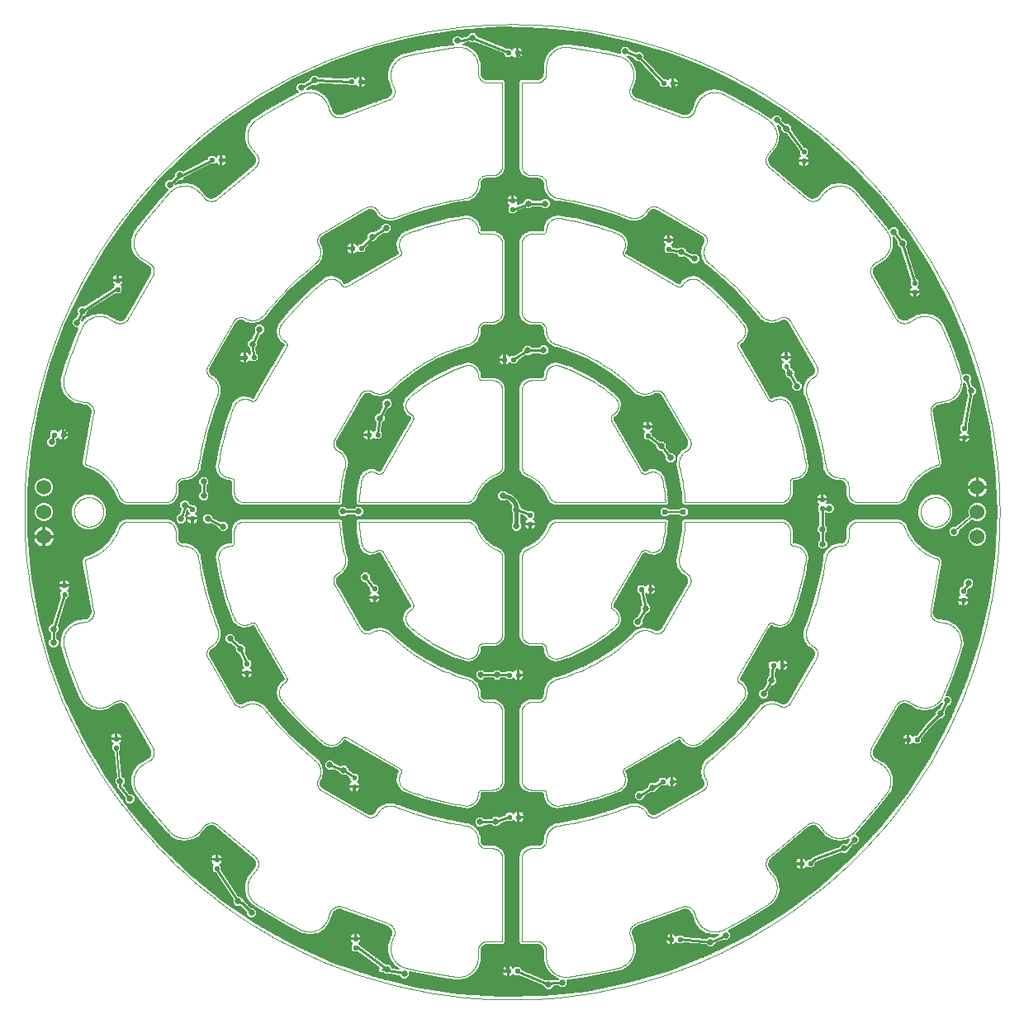
<source format=gbl>
G75*
%MOIN*%
%OFA0B0*%
%FSLAX25Y25*%
%IPPOS*%
%LPD*%
%AMOC8*
5,1,8,0,0,1.08239X$1,22.5*
%
%ADD10C,0.00004*%
%ADD11C,0.00000*%
%ADD12C,0.00984*%
%ADD13C,0.06000*%
%ADD14C,0.00600*%
%ADD15C,0.02578*%
%ADD16C,0.01000*%
%ADD17C,0.01600*%
%ADD18C,0.02400*%
%ADD19C,0.00787*%
D10*
X0138134Y0128379D02*
X0138212Y0128475D01*
X0138287Y0128574D01*
X0138359Y0128674D01*
X0138427Y0128777D01*
X0138493Y0128882D01*
X0138555Y0128989D01*
X0138613Y0129098D01*
X0138669Y0129209D01*
X0138720Y0129321D01*
X0138768Y0129435D01*
X0138813Y0129551D01*
X0138854Y0129667D01*
X0138891Y0129785D01*
X0138924Y0129904D01*
X0138954Y0130024D01*
X0138980Y0130145D01*
X0139002Y0130267D01*
X0139020Y0130389D01*
X0139035Y0130512D01*
X0139045Y0130635D01*
X0139052Y0130759D01*
X0139055Y0130882D01*
X0139054Y0131006D01*
X0139049Y0131130D01*
X0139040Y0131253D01*
X0139027Y0131376D01*
X0139011Y0131499D01*
X0138990Y0131621D01*
X0138966Y0131742D01*
X0138938Y0131862D01*
X0138906Y0131982D01*
X0138871Y0132100D01*
X0138831Y0132218D01*
X0138789Y0132334D01*
X0138742Y0132448D01*
X0138692Y0132561D01*
X0138638Y0132673D01*
X0138581Y0132783D01*
X0138521Y0132890D01*
X0138457Y0132996D01*
X0138390Y0133100D01*
X0138319Y0133202D01*
X0138246Y0133301D01*
X0138169Y0133398D01*
X0138089Y0133493D01*
X0138007Y0133585D01*
X0137921Y0133674D01*
X0137833Y0133761D01*
X0137742Y0133845D01*
X0137649Y0133926D01*
X0137648Y0133926D02*
X0122569Y0146580D01*
X0122473Y0146658D01*
X0122374Y0146733D01*
X0122274Y0146805D01*
X0122171Y0146873D01*
X0122066Y0146939D01*
X0121959Y0147001D01*
X0121850Y0147059D01*
X0121739Y0147115D01*
X0121627Y0147166D01*
X0121513Y0147214D01*
X0121397Y0147259D01*
X0121281Y0147300D01*
X0121163Y0147337D01*
X0121044Y0147370D01*
X0120924Y0147400D01*
X0120803Y0147426D01*
X0120681Y0147448D01*
X0120559Y0147466D01*
X0120436Y0147481D01*
X0120313Y0147491D01*
X0120189Y0147498D01*
X0120066Y0147501D01*
X0119942Y0147500D01*
X0119818Y0147495D01*
X0119695Y0147486D01*
X0119572Y0147473D01*
X0119449Y0147457D01*
X0119327Y0147436D01*
X0119206Y0147412D01*
X0119086Y0147384D01*
X0118966Y0147352D01*
X0118848Y0147317D01*
X0118730Y0147277D01*
X0118614Y0147235D01*
X0118500Y0147188D01*
X0118387Y0147138D01*
X0118275Y0147084D01*
X0118165Y0147027D01*
X0118058Y0146967D01*
X0117952Y0146903D01*
X0117848Y0146836D01*
X0117746Y0146765D01*
X0117647Y0146692D01*
X0117550Y0146615D01*
X0117455Y0146535D01*
X0117363Y0146453D01*
X0117274Y0146367D01*
X0117187Y0146279D01*
X0117103Y0146188D01*
X0117022Y0146095D01*
X0117022Y0146094D02*
X0115327Y0144074D01*
X0115201Y0143928D01*
X0115072Y0143784D01*
X0114939Y0143645D01*
X0114803Y0143508D01*
X0114663Y0143375D01*
X0114521Y0143245D01*
X0114375Y0143119D01*
X0114226Y0142996D01*
X0114074Y0142877D01*
X0113919Y0142762D01*
X0113762Y0142650D01*
X0113601Y0142543D01*
X0113438Y0142439D01*
X0113273Y0142340D01*
X0113106Y0142244D01*
X0112936Y0142153D01*
X0112763Y0142066D01*
X0112589Y0141983D01*
X0112413Y0141905D01*
X0112235Y0141830D01*
X0112055Y0141761D01*
X0111874Y0141695D01*
X0111690Y0141634D01*
X0111506Y0141578D01*
X0111320Y0141526D01*
X0111133Y0141479D01*
X0110945Y0141436D01*
X0110756Y0141398D01*
X0110566Y0141364D01*
X0110375Y0141335D01*
X0110184Y0141311D01*
X0109992Y0141292D01*
X0109799Y0141277D01*
X0109607Y0141267D01*
X0109414Y0141262D01*
X0109221Y0141261D01*
X0109028Y0141266D01*
X0108835Y0141274D01*
X0108643Y0141288D01*
X0108451Y0141306D01*
X0108259Y0141329D01*
X0108068Y0141357D01*
X0107878Y0141390D01*
X0107689Y0141427D01*
X0107500Y0141468D01*
X0107313Y0141515D01*
X0107127Y0141565D01*
X0106942Y0141621D01*
X0106759Y0141681D01*
X0106577Y0141745D01*
X0106397Y0141814D01*
X0106218Y0141887D01*
X0106041Y0141965D01*
X0105867Y0142046D01*
X0105694Y0142133D01*
X0105524Y0142223D01*
X0105355Y0142317D01*
X0105190Y0142416D01*
X0105026Y0142519D01*
X0104865Y0142625D01*
X0104707Y0142736D01*
X0104552Y0142850D01*
X0104399Y0142968D01*
X0104250Y0143090D01*
X0104103Y0143215D01*
X0103960Y0143344D01*
X0103819Y0143477D01*
X0103682Y0143613D01*
X0103549Y0143752D01*
X0090271Y0159575D02*
X0090157Y0159731D01*
X0090047Y0159889D01*
X0089941Y0160050D01*
X0089839Y0160214D01*
X0089741Y0160380D01*
X0089647Y0160548D01*
X0089557Y0160719D01*
X0089471Y0160892D01*
X0089390Y0161067D01*
X0089313Y0161244D01*
X0089240Y0161423D01*
X0089172Y0161603D01*
X0089108Y0161785D01*
X0089049Y0161969D01*
X0088994Y0162154D01*
X0088944Y0162340D01*
X0088898Y0162527D01*
X0088857Y0162716D01*
X0088820Y0162905D01*
X0088788Y0163096D01*
X0088761Y0163287D01*
X0088739Y0163478D01*
X0088721Y0163670D01*
X0088708Y0163863D01*
X0088700Y0164056D01*
X0088696Y0164249D01*
X0088697Y0164442D01*
X0088703Y0164634D01*
X0088714Y0164827D01*
X0088729Y0165019D01*
X0088749Y0165211D01*
X0088774Y0165403D01*
X0088803Y0165593D01*
X0088837Y0165783D01*
X0088876Y0165972D01*
X0088919Y0166160D01*
X0088967Y0166347D01*
X0089019Y0166533D01*
X0089076Y0166717D01*
X0089138Y0166900D01*
X0089204Y0167081D01*
X0089274Y0167261D01*
X0089349Y0167439D01*
X0089428Y0167615D01*
X0089512Y0167789D01*
X0089599Y0167961D01*
X0089691Y0168130D01*
X0089787Y0168298D01*
X0089887Y0168463D01*
X0089991Y0168625D01*
X0090099Y0168785D01*
X0090211Y0168942D01*
X0090326Y0169097D01*
X0090446Y0169248D01*
X0090569Y0169397D01*
X0090696Y0169542D01*
X0090826Y0169685D01*
X0090959Y0169824D01*
X0091097Y0169959D01*
X0091237Y0170092D01*
X0091380Y0170221D01*
X0091527Y0170346D01*
X0091677Y0170468D01*
X0091829Y0170586D01*
X0091985Y0170700D01*
X0092143Y0170811D01*
X0092304Y0170917D01*
X0092467Y0171020D01*
X0092633Y0171118D01*
X0092633Y0171119D02*
X0094918Y0172437D01*
X0095024Y0172501D01*
X0095128Y0172568D01*
X0095230Y0172638D01*
X0095329Y0172711D01*
X0095427Y0172787D01*
X0095522Y0172867D01*
X0095614Y0172949D01*
X0095704Y0173034D01*
X0095791Y0173122D01*
X0095875Y0173213D01*
X0095956Y0173306D01*
X0096034Y0173402D01*
X0096110Y0173500D01*
X0096182Y0173600D01*
X0096251Y0173703D01*
X0096317Y0173808D01*
X0096379Y0173914D01*
X0096438Y0174023D01*
X0096494Y0174134D01*
X0096546Y0174246D01*
X0096594Y0174359D01*
X0096639Y0174475D01*
X0096680Y0174591D01*
X0096718Y0174709D01*
X0096752Y0174828D01*
X0096782Y0174948D01*
X0096808Y0175069D01*
X0096831Y0175190D01*
X0096850Y0175313D01*
X0096864Y0175435D01*
X0096875Y0175559D01*
X0096883Y0175682D01*
X0096886Y0175806D01*
X0096885Y0175929D01*
X0096881Y0176053D01*
X0096872Y0176176D01*
X0096860Y0176300D01*
X0096844Y0176422D01*
X0096824Y0176544D01*
X0096800Y0176666D01*
X0096772Y0176786D01*
X0096741Y0176906D01*
X0096706Y0177024D01*
X0096667Y0177142D01*
X0096625Y0177258D01*
X0096578Y0177373D01*
X0096529Y0177486D01*
X0096475Y0177598D01*
X0096419Y0177707D01*
X0096359Y0177816D01*
X0086516Y0194863D01*
X0086517Y0194863D02*
X0086453Y0194970D01*
X0086386Y0195074D01*
X0086316Y0195176D01*
X0086243Y0195275D01*
X0086167Y0195373D01*
X0086087Y0195468D01*
X0086005Y0195560D01*
X0085920Y0195650D01*
X0085832Y0195737D01*
X0085741Y0195821D01*
X0085648Y0195902D01*
X0085552Y0195980D01*
X0085454Y0196056D01*
X0085354Y0196128D01*
X0085251Y0196197D01*
X0085146Y0196263D01*
X0085040Y0196325D01*
X0084931Y0196384D01*
X0084821Y0196440D01*
X0084708Y0196492D01*
X0084595Y0196540D01*
X0084479Y0196585D01*
X0084363Y0196626D01*
X0084245Y0196664D01*
X0084126Y0196698D01*
X0084006Y0196728D01*
X0083885Y0196754D01*
X0083764Y0196777D01*
X0083641Y0196796D01*
X0083519Y0196810D01*
X0083395Y0196821D01*
X0083272Y0196829D01*
X0083148Y0196832D01*
X0083025Y0196831D01*
X0082901Y0196827D01*
X0082778Y0196818D01*
X0082655Y0196806D01*
X0082532Y0196790D01*
X0082410Y0196770D01*
X0082288Y0196746D01*
X0082168Y0196718D01*
X0082048Y0196687D01*
X0081930Y0196652D01*
X0081812Y0196613D01*
X0081696Y0196571D01*
X0081581Y0196524D01*
X0081468Y0196475D01*
X0081356Y0196421D01*
X0081247Y0196365D01*
X0081139Y0196305D01*
X0081138Y0196304D02*
X0078854Y0194985D01*
X0078853Y0194985D02*
X0078685Y0194891D01*
X0078514Y0194800D01*
X0078342Y0194714D01*
X0078167Y0194632D01*
X0077990Y0194555D01*
X0077812Y0194482D01*
X0077632Y0194413D01*
X0077450Y0194349D01*
X0077266Y0194289D01*
X0077081Y0194234D01*
X0076895Y0194183D01*
X0076708Y0194137D01*
X0076520Y0194095D01*
X0076330Y0194058D01*
X0076140Y0194026D01*
X0075949Y0193998D01*
X0075757Y0193975D01*
X0075565Y0193957D01*
X0075373Y0193943D01*
X0075180Y0193934D01*
X0074987Y0193930D01*
X0074794Y0193931D01*
X0074602Y0193936D01*
X0074409Y0193946D01*
X0074217Y0193961D01*
X0074025Y0193981D01*
X0073833Y0194005D01*
X0073642Y0194034D01*
X0073452Y0194067D01*
X0073263Y0194105D01*
X0073075Y0194148D01*
X0072888Y0194196D01*
X0072702Y0194248D01*
X0072518Y0194304D01*
X0072335Y0194365D01*
X0072153Y0194431D01*
X0071974Y0194500D01*
X0071796Y0194575D01*
X0071619Y0194653D01*
X0071445Y0194736D01*
X0071273Y0194823D01*
X0071103Y0194915D01*
X0070935Y0195010D01*
X0070770Y0195110D01*
X0070607Y0195213D01*
X0070447Y0195321D01*
X0070290Y0195432D01*
X0070135Y0195548D01*
X0069983Y0195667D01*
X0069834Y0195789D01*
X0069688Y0195916D01*
X0069546Y0196046D01*
X0069406Y0196179D01*
X0069270Y0196315D01*
X0069137Y0196455D01*
X0069008Y0196599D01*
X0068882Y0196745D01*
X0068760Y0196894D01*
X0068642Y0197047D01*
X0068527Y0197202D01*
X0068416Y0197360D01*
X0068309Y0197520D01*
X0068206Y0197683D01*
X0068107Y0197849D01*
X0068012Y0198017D01*
X0067922Y0198187D01*
X0067835Y0198360D01*
X0067753Y0198534D01*
X0067675Y0198711D01*
X0060611Y0218122D02*
X0060557Y0218307D01*
X0060508Y0218494D01*
X0060463Y0218682D01*
X0060423Y0218870D01*
X0060388Y0219060D01*
X0060357Y0219251D01*
X0060331Y0219442D01*
X0060310Y0219634D01*
X0060293Y0219826D01*
X0060282Y0220018D01*
X0060274Y0220211D01*
X0060272Y0220404D01*
X0060274Y0220597D01*
X0060281Y0220790D01*
X0060293Y0220982D01*
X0060310Y0221175D01*
X0060331Y0221366D01*
X0060357Y0221558D01*
X0060387Y0221748D01*
X0060422Y0221938D01*
X0060462Y0222127D01*
X0060506Y0222314D01*
X0060556Y0222501D01*
X0060609Y0222686D01*
X0060667Y0222870D01*
X0060730Y0223053D01*
X0060797Y0223234D01*
X0060868Y0223413D01*
X0060944Y0223590D01*
X0061024Y0223766D01*
X0061109Y0223939D01*
X0061197Y0224111D01*
X0061290Y0224280D01*
X0061387Y0224446D01*
X0061488Y0224611D01*
X0061593Y0224773D01*
X0061702Y0224932D01*
X0061815Y0225088D01*
X0061931Y0225242D01*
X0062052Y0225393D01*
X0062176Y0225541D01*
X0062303Y0225686D01*
X0062434Y0225827D01*
X0062569Y0225965D01*
X0062707Y0226100D01*
X0062848Y0226232D01*
X0062992Y0226360D01*
X0063140Y0226484D01*
X0063290Y0226605D01*
X0063443Y0226722D01*
X0063599Y0226836D01*
X0063758Y0226945D01*
X0063920Y0227051D01*
X0064084Y0227152D01*
X0064250Y0227250D01*
X0064419Y0227343D01*
X0064590Y0227432D01*
X0064763Y0227517D01*
X0064939Y0227598D01*
X0065116Y0227675D01*
X0065295Y0227747D01*
X0065475Y0227814D01*
X0065658Y0227877D01*
X0065842Y0227936D01*
X0066027Y0227990D01*
X0066213Y0228040D01*
X0066401Y0228085D01*
X0066589Y0228126D01*
X0066779Y0228161D01*
X0069376Y0228619D01*
X0069377Y0228619D02*
X0069498Y0228642D01*
X0069619Y0228669D01*
X0069738Y0228700D01*
X0069857Y0228735D01*
X0069975Y0228773D01*
X0070091Y0228816D01*
X0070206Y0228861D01*
X0070319Y0228911D01*
X0070431Y0228963D01*
X0070541Y0229020D01*
X0070650Y0229080D01*
X0070756Y0229143D01*
X0070860Y0229209D01*
X0070962Y0229279D01*
X0071062Y0229352D01*
X0071160Y0229428D01*
X0071255Y0229507D01*
X0071348Y0229589D01*
X0071438Y0229674D01*
X0071525Y0229761D01*
X0071610Y0229851D01*
X0071691Y0229944D01*
X0071770Y0230040D01*
X0071845Y0230138D01*
X0071918Y0230238D01*
X0071987Y0230340D01*
X0072053Y0230445D01*
X0072116Y0230551D01*
X0072176Y0230660D01*
X0072232Y0230770D01*
X0072284Y0230882D01*
X0072333Y0230996D01*
X0072378Y0231111D01*
X0072420Y0231227D01*
X0072458Y0231345D01*
X0072492Y0231464D01*
X0072523Y0231584D01*
X0072550Y0231704D01*
X0072573Y0231826D01*
X0072592Y0231948D01*
X0072607Y0232071D01*
X0072618Y0232194D01*
X0072626Y0232317D01*
X0072630Y0232441D01*
X0072629Y0232565D01*
X0072625Y0232688D01*
X0072617Y0232812D01*
X0072605Y0232935D01*
X0072590Y0233058D01*
X0072570Y0233180D01*
X0069152Y0252566D01*
X0069123Y0252714D02*
X0069110Y0252781D01*
X0069102Y0252848D01*
X0069097Y0252916D01*
X0069096Y0252984D01*
X0069099Y0253051D01*
X0069106Y0253119D01*
X0069117Y0253186D01*
X0069132Y0253252D01*
X0069150Y0253317D01*
X0069172Y0253381D01*
X0069198Y0253444D01*
X0069227Y0253505D01*
X0069260Y0253565D01*
X0069296Y0253622D01*
X0069336Y0253677D01*
X0069378Y0253730D01*
X0069424Y0253780D01*
X0069472Y0253828D01*
X0069523Y0253873D01*
X0069576Y0253914D01*
X0069632Y0253953D01*
X0069690Y0253989D01*
X0069749Y0254021D01*
X0069811Y0254049D01*
X0069874Y0254074D01*
X0069938Y0254095D01*
X0069123Y0252714D02*
X0069138Y0252640D01*
X0069152Y0252565D01*
X0082851Y0266392D02*
X0082894Y0266509D01*
X0082941Y0266624D01*
X0082992Y0266737D01*
X0083046Y0266849D01*
X0083104Y0266959D01*
X0083165Y0267068D01*
X0083229Y0267174D01*
X0083297Y0267278D01*
X0083368Y0267380D01*
X0083442Y0267480D01*
X0083519Y0267577D01*
X0083599Y0267672D01*
X0083683Y0267764D01*
X0083769Y0267854D01*
X0083858Y0267940D01*
X0083949Y0268024D01*
X0084044Y0268105D01*
X0084140Y0268183D01*
X0084240Y0268258D01*
X0084341Y0268330D01*
X0084445Y0268399D01*
X0084550Y0268464D01*
X0084658Y0268526D01*
X0084768Y0268584D01*
X0084879Y0268639D01*
X0084993Y0268690D01*
X0085107Y0268738D01*
X0085223Y0268782D01*
X0085341Y0268823D01*
X0085460Y0268859D01*
X0085579Y0268892D01*
X0085700Y0268921D01*
X0085822Y0268947D01*
X0085944Y0268968D01*
X0086067Y0268986D01*
X0086191Y0268999D01*
X0086315Y0269009D01*
X0086439Y0269015D01*
X0086563Y0269017D01*
X0101694Y0269017D01*
X0101818Y0269015D01*
X0101941Y0269009D01*
X0102065Y0269000D01*
X0102187Y0268986D01*
X0102310Y0268969D01*
X0102432Y0268947D01*
X0102553Y0268922D01*
X0102673Y0268893D01*
X0102792Y0268861D01*
X0102911Y0268824D01*
X0103028Y0268784D01*
X0103143Y0268741D01*
X0103258Y0268693D01*
X0103370Y0268642D01*
X0103481Y0268588D01*
X0103591Y0268530D01*
X0103698Y0268469D01*
X0103804Y0268404D01*
X0103907Y0268336D01*
X0104008Y0268265D01*
X0104107Y0268191D01*
X0104204Y0268114D01*
X0104298Y0268033D01*
X0104389Y0267950D01*
X0104478Y0267864D01*
X0104564Y0267775D01*
X0104647Y0267684D01*
X0104728Y0267590D01*
X0104805Y0267493D01*
X0104879Y0267394D01*
X0104950Y0267293D01*
X0105018Y0267190D01*
X0105083Y0267084D01*
X0105144Y0266977D01*
X0105202Y0266867D01*
X0105256Y0266756D01*
X0105307Y0266644D01*
X0105355Y0266529D01*
X0105398Y0266414D01*
X0105438Y0266297D01*
X0105475Y0266178D01*
X0105507Y0266059D01*
X0105536Y0265939D01*
X0105561Y0265818D01*
X0105583Y0265696D01*
X0105600Y0265573D01*
X0105614Y0265451D01*
X0105623Y0265327D01*
X0105629Y0265204D01*
X0105631Y0265080D01*
X0105631Y0262520D01*
X0105633Y0262406D01*
X0105639Y0262292D01*
X0105649Y0262178D01*
X0105662Y0262064D01*
X0105680Y0261951D01*
X0105701Y0261839D01*
X0105726Y0261728D01*
X0105755Y0261617D01*
X0105788Y0261508D01*
X0105824Y0261399D01*
X0105864Y0261293D01*
X0105908Y0261187D01*
X0105955Y0261083D01*
X0106006Y0260981D01*
X0106060Y0260880D01*
X0106118Y0260781D01*
X0106179Y0260685D01*
X0106243Y0260590D01*
X0106311Y0260498D01*
X0106381Y0260408D01*
X0106455Y0260321D01*
X0106532Y0260236D01*
X0106611Y0260154D01*
X0106693Y0260075D01*
X0106778Y0259998D01*
X0106865Y0259924D01*
X0106955Y0259854D01*
X0107047Y0259786D01*
X0107142Y0259722D01*
X0107238Y0259661D01*
X0107337Y0259603D01*
X0107438Y0259549D01*
X0107540Y0259498D01*
X0107644Y0259451D01*
X0107750Y0259407D01*
X0107856Y0259367D01*
X0107965Y0259331D01*
X0108074Y0259298D01*
X0108185Y0259269D01*
X0108296Y0259244D01*
X0108408Y0259223D01*
X0108521Y0259205D01*
X0108635Y0259192D01*
X0108749Y0259182D01*
X0108863Y0259176D01*
X0108977Y0259174D01*
X0109055Y0259174D01*
X0109054Y0259174D02*
X0109207Y0259172D01*
X0109360Y0259166D01*
X0109512Y0259156D01*
X0109664Y0259142D01*
X0109816Y0259125D01*
X0109967Y0259103D01*
X0110118Y0259077D01*
X0110268Y0259048D01*
X0110417Y0259015D01*
X0110565Y0258977D01*
X0110713Y0258936D01*
X0110859Y0258892D01*
X0111004Y0258843D01*
X0111147Y0258791D01*
X0111289Y0258735D01*
X0111430Y0258675D01*
X0111569Y0258612D01*
X0111707Y0258545D01*
X0111842Y0258474D01*
X0111976Y0258401D01*
X0112108Y0258323D01*
X0112238Y0258243D01*
X0112365Y0258159D01*
X0112491Y0258071D01*
X0112614Y0257981D01*
X0112734Y0257887D01*
X0112853Y0257790D01*
X0112968Y0257690D01*
X0113082Y0257588D01*
X0113192Y0257482D01*
X0113300Y0257374D01*
X0113404Y0257262D01*
X0113506Y0257148D01*
X0113605Y0257032D01*
X0113701Y0256913D01*
X0113794Y0256792D01*
X0113883Y0256668D01*
X0113970Y0256542D01*
X0114053Y0256413D01*
X0114132Y0256283D01*
X0114209Y0256151D01*
X0114282Y0256016D01*
X0114351Y0255880D01*
X0114417Y0255742D01*
X0114479Y0255603D01*
X0114538Y0255461D01*
X0114593Y0255319D01*
X0114644Y0255175D01*
X0114691Y0255030D01*
X0114735Y0254883D01*
X0114775Y0254736D01*
X0114811Y0254587D01*
X0114843Y0254438D01*
X0114871Y0254288D01*
X0114896Y0254137D01*
X0122934Y0253692D02*
X0122914Y0253827D01*
X0122898Y0253963D01*
X0122886Y0254098D01*
X0122878Y0254234D01*
X0122874Y0254371D01*
X0122873Y0254507D01*
X0122877Y0254643D01*
X0122885Y0254780D01*
X0122896Y0254915D01*
X0122911Y0255051D01*
X0122931Y0255186D01*
X0122954Y0255320D01*
X0122981Y0255454D01*
X0123012Y0255587D01*
X0123047Y0255719D01*
X0123085Y0255849D01*
X0123127Y0255979D01*
X0123173Y0256107D01*
X0123223Y0256234D01*
X0123276Y0256360D01*
X0123333Y0256484D01*
X0123394Y0256606D01*
X0123458Y0256726D01*
X0123525Y0256845D01*
X0123596Y0256961D01*
X0123670Y0257076D01*
X0123747Y0257188D01*
X0123828Y0257298D01*
X0123912Y0257406D01*
X0123999Y0257511D01*
X0124089Y0257613D01*
X0124181Y0257713D01*
X0124277Y0257810D01*
X0124375Y0257905D01*
X0124476Y0257996D01*
X0124580Y0258085D01*
X0124686Y0258171D01*
X0124795Y0258253D01*
X0124906Y0258332D01*
X0125019Y0258408D01*
X0125134Y0258481D01*
X0125251Y0258551D01*
X0125371Y0258617D01*
X0125492Y0258679D01*
X0125615Y0258738D01*
X0125740Y0258793D01*
X0125866Y0258845D01*
X0125993Y0258893D01*
X0126122Y0258938D01*
X0126252Y0258979D01*
X0126384Y0259015D01*
X0126516Y0259049D01*
X0126649Y0259078D01*
X0126783Y0259103D01*
X0126918Y0259125D01*
X0127053Y0259143D01*
X0127188Y0259156D01*
X0127324Y0259166D01*
X0127461Y0259172D01*
X0127597Y0259174D01*
X0127678Y0259174D01*
X0127755Y0259176D01*
X0127832Y0259182D01*
X0127909Y0259191D01*
X0127985Y0259204D01*
X0128061Y0259221D01*
X0128135Y0259242D01*
X0128209Y0259266D01*
X0128281Y0259294D01*
X0128351Y0259325D01*
X0128420Y0259360D01*
X0128488Y0259398D01*
X0128553Y0259439D01*
X0128616Y0259484D01*
X0128677Y0259532D01*
X0128736Y0259582D01*
X0128792Y0259635D01*
X0128845Y0259691D01*
X0128895Y0259750D01*
X0128943Y0259811D01*
X0128988Y0259874D01*
X0129029Y0259939D01*
X0129067Y0260007D01*
X0129102Y0260076D01*
X0129133Y0260146D01*
X0129161Y0260218D01*
X0129185Y0260292D01*
X0129206Y0260366D01*
X0129223Y0260442D01*
X0129236Y0260518D01*
X0129245Y0260595D01*
X0129251Y0260672D01*
X0129253Y0260749D01*
X0129253Y0265080D01*
X0129255Y0265204D01*
X0129261Y0265327D01*
X0129270Y0265451D01*
X0129284Y0265573D01*
X0129301Y0265696D01*
X0129323Y0265818D01*
X0129348Y0265939D01*
X0129377Y0266059D01*
X0129409Y0266178D01*
X0129446Y0266297D01*
X0129486Y0266414D01*
X0129529Y0266529D01*
X0129577Y0266644D01*
X0129628Y0266756D01*
X0129682Y0266867D01*
X0129740Y0266977D01*
X0129801Y0267084D01*
X0129866Y0267190D01*
X0129934Y0267293D01*
X0130005Y0267394D01*
X0130079Y0267493D01*
X0130156Y0267590D01*
X0130237Y0267684D01*
X0130320Y0267775D01*
X0130406Y0267864D01*
X0130495Y0267950D01*
X0130586Y0268033D01*
X0130680Y0268114D01*
X0130777Y0268191D01*
X0130876Y0268265D01*
X0130977Y0268336D01*
X0131080Y0268404D01*
X0131186Y0268469D01*
X0131293Y0268530D01*
X0131403Y0268588D01*
X0131514Y0268642D01*
X0131626Y0268693D01*
X0131741Y0268741D01*
X0131856Y0268784D01*
X0131973Y0268824D01*
X0132092Y0268861D01*
X0132211Y0268893D01*
X0132331Y0268922D01*
X0132452Y0268947D01*
X0132574Y0268969D01*
X0132697Y0268986D01*
X0132819Y0269000D01*
X0132943Y0269009D01*
X0133066Y0269015D01*
X0133190Y0269017D01*
X0171687Y0269017D01*
X0171687Y0276891D02*
X0133190Y0276891D01*
X0133066Y0276893D01*
X0132943Y0276899D01*
X0132819Y0276908D01*
X0132697Y0276922D01*
X0132574Y0276939D01*
X0132452Y0276961D01*
X0132331Y0276986D01*
X0132211Y0277015D01*
X0132092Y0277047D01*
X0131973Y0277084D01*
X0131856Y0277124D01*
X0131741Y0277167D01*
X0131626Y0277215D01*
X0131514Y0277266D01*
X0131403Y0277320D01*
X0131293Y0277378D01*
X0131186Y0277439D01*
X0131080Y0277504D01*
X0130977Y0277572D01*
X0130876Y0277643D01*
X0130777Y0277717D01*
X0130680Y0277794D01*
X0130586Y0277875D01*
X0130495Y0277958D01*
X0130406Y0278044D01*
X0130320Y0278133D01*
X0130237Y0278224D01*
X0130156Y0278318D01*
X0130079Y0278415D01*
X0130005Y0278514D01*
X0129934Y0278615D01*
X0129866Y0278718D01*
X0129801Y0278824D01*
X0129740Y0278931D01*
X0129682Y0279041D01*
X0129628Y0279152D01*
X0129577Y0279264D01*
X0129529Y0279379D01*
X0129486Y0279494D01*
X0129446Y0279611D01*
X0129409Y0279730D01*
X0129377Y0279849D01*
X0129348Y0279969D01*
X0129323Y0280090D01*
X0129301Y0280212D01*
X0129284Y0280335D01*
X0129270Y0280457D01*
X0129261Y0280581D01*
X0129255Y0280704D01*
X0129253Y0280828D01*
X0129253Y0285158D01*
X0129251Y0285235D01*
X0129245Y0285312D01*
X0129236Y0285389D01*
X0129223Y0285465D01*
X0129206Y0285541D01*
X0129185Y0285615D01*
X0129161Y0285689D01*
X0129133Y0285761D01*
X0129102Y0285831D01*
X0129067Y0285900D01*
X0129029Y0285968D01*
X0128988Y0286033D01*
X0128943Y0286096D01*
X0128895Y0286157D01*
X0128845Y0286216D01*
X0128792Y0286272D01*
X0128736Y0286325D01*
X0128677Y0286375D01*
X0128616Y0286423D01*
X0128553Y0286468D01*
X0128488Y0286509D01*
X0128420Y0286547D01*
X0128351Y0286582D01*
X0128281Y0286613D01*
X0128209Y0286641D01*
X0128135Y0286665D01*
X0128061Y0286686D01*
X0127985Y0286703D01*
X0127909Y0286716D01*
X0127832Y0286725D01*
X0127755Y0286731D01*
X0127678Y0286733D01*
X0127597Y0286733D01*
X0127461Y0286735D01*
X0127324Y0286741D01*
X0127188Y0286751D01*
X0127053Y0286764D01*
X0126918Y0286782D01*
X0126783Y0286804D01*
X0126649Y0286829D01*
X0126516Y0286858D01*
X0126384Y0286892D01*
X0126252Y0286928D01*
X0126122Y0286969D01*
X0125993Y0287014D01*
X0125866Y0287062D01*
X0125740Y0287114D01*
X0125615Y0287169D01*
X0125492Y0287228D01*
X0125371Y0287290D01*
X0125251Y0287356D01*
X0125134Y0287426D01*
X0125019Y0287499D01*
X0124906Y0287575D01*
X0124795Y0287654D01*
X0124686Y0287736D01*
X0124580Y0287822D01*
X0124476Y0287911D01*
X0124375Y0288002D01*
X0124277Y0288097D01*
X0124181Y0288194D01*
X0124089Y0288294D01*
X0123999Y0288396D01*
X0123912Y0288501D01*
X0123828Y0288609D01*
X0123747Y0288719D01*
X0123670Y0288831D01*
X0123596Y0288946D01*
X0123525Y0289062D01*
X0123458Y0289181D01*
X0123394Y0289301D01*
X0123333Y0289423D01*
X0123276Y0289547D01*
X0123223Y0289673D01*
X0123173Y0289800D01*
X0123127Y0289928D01*
X0123085Y0290058D01*
X0123047Y0290188D01*
X0123012Y0290320D01*
X0122981Y0290453D01*
X0122954Y0290587D01*
X0122931Y0290721D01*
X0122911Y0290856D01*
X0122896Y0290992D01*
X0122885Y0291127D01*
X0122877Y0291264D01*
X0122873Y0291400D01*
X0122874Y0291536D01*
X0122878Y0291673D01*
X0122886Y0291809D01*
X0122898Y0291944D01*
X0122914Y0292080D01*
X0122934Y0292215D01*
X0114896Y0291770D02*
X0114871Y0291619D01*
X0114843Y0291469D01*
X0114811Y0291320D01*
X0114775Y0291171D01*
X0114735Y0291024D01*
X0114691Y0290877D01*
X0114644Y0290732D01*
X0114593Y0290588D01*
X0114538Y0290446D01*
X0114479Y0290304D01*
X0114417Y0290165D01*
X0114351Y0290027D01*
X0114282Y0289891D01*
X0114209Y0289756D01*
X0114132Y0289624D01*
X0114053Y0289494D01*
X0113970Y0289365D01*
X0113883Y0289239D01*
X0113794Y0289115D01*
X0113701Y0288994D01*
X0113605Y0288875D01*
X0113506Y0288759D01*
X0113404Y0288645D01*
X0113300Y0288533D01*
X0113192Y0288425D01*
X0113082Y0288319D01*
X0112968Y0288217D01*
X0112853Y0288117D01*
X0112734Y0288020D01*
X0112614Y0287926D01*
X0112491Y0287836D01*
X0112365Y0287748D01*
X0112238Y0287664D01*
X0112108Y0287584D01*
X0111976Y0287506D01*
X0111842Y0287433D01*
X0111707Y0287362D01*
X0111569Y0287295D01*
X0111430Y0287232D01*
X0111289Y0287172D01*
X0111147Y0287116D01*
X0111004Y0287064D01*
X0110859Y0287015D01*
X0110713Y0286971D01*
X0110565Y0286930D01*
X0110417Y0286892D01*
X0110268Y0286859D01*
X0110118Y0286830D01*
X0109967Y0286804D01*
X0109816Y0286782D01*
X0109664Y0286765D01*
X0109512Y0286751D01*
X0109360Y0286741D01*
X0109207Y0286735D01*
X0109054Y0286733D01*
X0109055Y0286733D02*
X0108977Y0286733D01*
X0108863Y0286731D01*
X0108749Y0286725D01*
X0108635Y0286715D01*
X0108521Y0286702D01*
X0108408Y0286684D01*
X0108296Y0286663D01*
X0108185Y0286638D01*
X0108074Y0286609D01*
X0107965Y0286576D01*
X0107856Y0286540D01*
X0107750Y0286500D01*
X0107644Y0286456D01*
X0107540Y0286409D01*
X0107438Y0286358D01*
X0107337Y0286304D01*
X0107238Y0286246D01*
X0107142Y0286185D01*
X0107047Y0286121D01*
X0106955Y0286053D01*
X0106865Y0285983D01*
X0106778Y0285909D01*
X0106693Y0285832D01*
X0106611Y0285753D01*
X0106532Y0285671D01*
X0106455Y0285586D01*
X0106381Y0285499D01*
X0106311Y0285409D01*
X0106243Y0285317D01*
X0106179Y0285222D01*
X0106118Y0285126D01*
X0106060Y0285027D01*
X0106006Y0284926D01*
X0105955Y0284824D01*
X0105908Y0284720D01*
X0105864Y0284614D01*
X0105824Y0284508D01*
X0105788Y0284399D01*
X0105755Y0284290D01*
X0105726Y0284179D01*
X0105701Y0284068D01*
X0105680Y0283956D01*
X0105662Y0283843D01*
X0105649Y0283729D01*
X0105639Y0283615D01*
X0105633Y0283501D01*
X0105631Y0283387D01*
X0105631Y0280828D01*
X0105629Y0280704D01*
X0105623Y0280581D01*
X0105614Y0280457D01*
X0105600Y0280335D01*
X0105583Y0280212D01*
X0105561Y0280090D01*
X0105536Y0279969D01*
X0105507Y0279849D01*
X0105475Y0279730D01*
X0105438Y0279611D01*
X0105398Y0279494D01*
X0105355Y0279379D01*
X0105307Y0279264D01*
X0105256Y0279152D01*
X0105202Y0279041D01*
X0105144Y0278931D01*
X0105083Y0278824D01*
X0105018Y0278718D01*
X0104950Y0278615D01*
X0104879Y0278514D01*
X0104805Y0278415D01*
X0104728Y0278318D01*
X0104647Y0278224D01*
X0104564Y0278133D01*
X0104478Y0278044D01*
X0104389Y0277958D01*
X0104298Y0277875D01*
X0104204Y0277794D01*
X0104107Y0277717D01*
X0104008Y0277643D01*
X0103907Y0277572D01*
X0103804Y0277504D01*
X0103698Y0277439D01*
X0103591Y0277378D01*
X0103481Y0277320D01*
X0103370Y0277266D01*
X0103258Y0277215D01*
X0103143Y0277167D01*
X0103028Y0277124D01*
X0102911Y0277084D01*
X0102792Y0277047D01*
X0102673Y0277015D01*
X0102553Y0276986D01*
X0102432Y0276961D01*
X0102310Y0276939D01*
X0102187Y0276922D01*
X0102065Y0276908D01*
X0101941Y0276899D01*
X0101818Y0276893D01*
X0101694Y0276891D01*
X0086563Y0276891D01*
X0086563Y0276890D02*
X0086439Y0276892D01*
X0086315Y0276898D01*
X0086191Y0276908D01*
X0086067Y0276921D01*
X0085944Y0276939D01*
X0085822Y0276960D01*
X0085700Y0276986D01*
X0085579Y0277015D01*
X0085460Y0277048D01*
X0085341Y0277084D01*
X0085223Y0277125D01*
X0085107Y0277169D01*
X0084993Y0277217D01*
X0084879Y0277268D01*
X0084768Y0277323D01*
X0084658Y0277381D01*
X0084550Y0277443D01*
X0084445Y0277508D01*
X0084341Y0277577D01*
X0084240Y0277649D01*
X0084140Y0277724D01*
X0084044Y0277802D01*
X0083949Y0277883D01*
X0083858Y0277967D01*
X0083769Y0278053D01*
X0083683Y0278143D01*
X0083599Y0278235D01*
X0083519Y0278330D01*
X0083442Y0278427D01*
X0083368Y0278527D01*
X0083297Y0278629D01*
X0083229Y0278733D01*
X0083165Y0278839D01*
X0083104Y0278948D01*
X0083046Y0279058D01*
X0082992Y0279170D01*
X0082941Y0279283D01*
X0082894Y0279398D01*
X0082851Y0279515D01*
X0069938Y0291812D02*
X0069874Y0291833D01*
X0069811Y0291858D01*
X0069749Y0291886D01*
X0069690Y0291918D01*
X0069632Y0291954D01*
X0069576Y0291993D01*
X0069523Y0292034D01*
X0069472Y0292079D01*
X0069424Y0292127D01*
X0069378Y0292177D01*
X0069336Y0292230D01*
X0069296Y0292285D01*
X0069260Y0292342D01*
X0069227Y0292402D01*
X0069198Y0292463D01*
X0069172Y0292526D01*
X0069150Y0292590D01*
X0069132Y0292655D01*
X0069117Y0292721D01*
X0069106Y0292788D01*
X0069099Y0292856D01*
X0069096Y0292923D01*
X0069097Y0292991D01*
X0069102Y0293059D01*
X0069110Y0293126D01*
X0069123Y0293193D01*
X0069152Y0293341D02*
X0072570Y0312727D01*
X0072590Y0312849D01*
X0072605Y0312972D01*
X0072617Y0313095D01*
X0072625Y0313219D01*
X0072629Y0313342D01*
X0072630Y0313466D01*
X0072626Y0313590D01*
X0072618Y0313713D01*
X0072607Y0313836D01*
X0072592Y0313959D01*
X0072573Y0314081D01*
X0072550Y0314203D01*
X0072523Y0314323D01*
X0072492Y0314443D01*
X0072458Y0314562D01*
X0072420Y0314680D01*
X0072378Y0314796D01*
X0072333Y0314911D01*
X0072284Y0315025D01*
X0072232Y0315137D01*
X0072176Y0315247D01*
X0072116Y0315356D01*
X0072053Y0315462D01*
X0071987Y0315567D01*
X0071918Y0315669D01*
X0071845Y0315769D01*
X0071770Y0315867D01*
X0071691Y0315963D01*
X0071610Y0316056D01*
X0071525Y0316146D01*
X0071438Y0316233D01*
X0071348Y0316318D01*
X0071255Y0316400D01*
X0071160Y0316479D01*
X0071062Y0316555D01*
X0070962Y0316628D01*
X0070860Y0316698D01*
X0070756Y0316764D01*
X0070650Y0316827D01*
X0070541Y0316887D01*
X0070431Y0316944D01*
X0070319Y0316996D01*
X0070206Y0317046D01*
X0070091Y0317091D01*
X0069975Y0317134D01*
X0069857Y0317172D01*
X0069738Y0317207D01*
X0069619Y0317238D01*
X0069498Y0317265D01*
X0069377Y0317288D01*
X0069376Y0317288D02*
X0066779Y0317746D01*
X0066589Y0317781D01*
X0066401Y0317822D01*
X0066213Y0317867D01*
X0066027Y0317917D01*
X0065842Y0317971D01*
X0065658Y0318030D01*
X0065475Y0318093D01*
X0065295Y0318160D01*
X0065116Y0318232D01*
X0064939Y0318309D01*
X0064763Y0318390D01*
X0064590Y0318475D01*
X0064419Y0318564D01*
X0064250Y0318657D01*
X0064084Y0318755D01*
X0063920Y0318856D01*
X0063758Y0318962D01*
X0063599Y0319071D01*
X0063443Y0319185D01*
X0063290Y0319302D01*
X0063140Y0319423D01*
X0062992Y0319547D01*
X0062848Y0319675D01*
X0062707Y0319807D01*
X0062569Y0319942D01*
X0062434Y0320080D01*
X0062303Y0320221D01*
X0062176Y0320366D01*
X0062052Y0320514D01*
X0061931Y0320665D01*
X0061815Y0320819D01*
X0061702Y0320975D01*
X0061593Y0321134D01*
X0061488Y0321296D01*
X0061387Y0321461D01*
X0061290Y0321627D01*
X0061197Y0321796D01*
X0061109Y0321968D01*
X0061024Y0322141D01*
X0060944Y0322317D01*
X0060868Y0322494D01*
X0060797Y0322673D01*
X0060730Y0322854D01*
X0060667Y0323037D01*
X0060609Y0323221D01*
X0060556Y0323406D01*
X0060506Y0323593D01*
X0060462Y0323780D01*
X0060422Y0323969D01*
X0060387Y0324159D01*
X0060357Y0324349D01*
X0060331Y0324541D01*
X0060310Y0324732D01*
X0060293Y0324925D01*
X0060281Y0325117D01*
X0060274Y0325310D01*
X0060272Y0325503D01*
X0060274Y0325696D01*
X0060282Y0325889D01*
X0060293Y0326081D01*
X0060310Y0326273D01*
X0060331Y0326465D01*
X0060357Y0326656D01*
X0060388Y0326847D01*
X0060423Y0327037D01*
X0060463Y0327225D01*
X0060508Y0327413D01*
X0060557Y0327600D01*
X0060611Y0327785D01*
X0067675Y0347196D02*
X0067753Y0347373D01*
X0067835Y0347547D01*
X0067922Y0347720D01*
X0068012Y0347890D01*
X0068107Y0348058D01*
X0068206Y0348224D01*
X0068309Y0348387D01*
X0068416Y0348547D01*
X0068527Y0348705D01*
X0068642Y0348860D01*
X0068760Y0349013D01*
X0068882Y0349162D01*
X0069008Y0349308D01*
X0069137Y0349452D01*
X0069270Y0349592D01*
X0069406Y0349728D01*
X0069546Y0349861D01*
X0069688Y0349991D01*
X0069834Y0350118D01*
X0069983Y0350240D01*
X0070135Y0350359D01*
X0070290Y0350475D01*
X0070447Y0350586D01*
X0070607Y0350694D01*
X0070770Y0350797D01*
X0070935Y0350897D01*
X0071103Y0350992D01*
X0071273Y0351084D01*
X0071445Y0351171D01*
X0071619Y0351254D01*
X0071796Y0351332D01*
X0071974Y0351407D01*
X0072153Y0351476D01*
X0072335Y0351542D01*
X0072518Y0351603D01*
X0072702Y0351659D01*
X0072888Y0351711D01*
X0073075Y0351759D01*
X0073263Y0351802D01*
X0073452Y0351840D01*
X0073642Y0351873D01*
X0073833Y0351902D01*
X0074025Y0351926D01*
X0074217Y0351946D01*
X0074409Y0351961D01*
X0074602Y0351971D01*
X0074794Y0351976D01*
X0074987Y0351977D01*
X0075180Y0351973D01*
X0075373Y0351964D01*
X0075565Y0351950D01*
X0075757Y0351932D01*
X0075949Y0351909D01*
X0076140Y0351881D01*
X0076330Y0351849D01*
X0076520Y0351812D01*
X0076708Y0351770D01*
X0076895Y0351724D01*
X0077081Y0351673D01*
X0077266Y0351618D01*
X0077450Y0351558D01*
X0077632Y0351494D01*
X0077812Y0351425D01*
X0077990Y0351352D01*
X0078167Y0351275D01*
X0078342Y0351193D01*
X0078514Y0351107D01*
X0078685Y0351016D01*
X0078853Y0350922D01*
X0078854Y0350922D02*
X0081138Y0349603D01*
X0081139Y0349602D02*
X0081247Y0349542D01*
X0081356Y0349486D01*
X0081468Y0349432D01*
X0081581Y0349383D01*
X0081696Y0349336D01*
X0081812Y0349294D01*
X0081930Y0349255D01*
X0082048Y0349220D01*
X0082168Y0349189D01*
X0082288Y0349161D01*
X0082410Y0349137D01*
X0082532Y0349117D01*
X0082655Y0349101D01*
X0082778Y0349089D01*
X0082901Y0349080D01*
X0083025Y0349076D01*
X0083148Y0349075D01*
X0083272Y0349078D01*
X0083395Y0349086D01*
X0083519Y0349097D01*
X0083641Y0349111D01*
X0083764Y0349130D01*
X0083885Y0349153D01*
X0084006Y0349179D01*
X0084126Y0349209D01*
X0084245Y0349243D01*
X0084363Y0349281D01*
X0084479Y0349322D01*
X0084595Y0349367D01*
X0084708Y0349415D01*
X0084821Y0349467D01*
X0084931Y0349523D01*
X0085040Y0349582D01*
X0085146Y0349644D01*
X0085251Y0349710D01*
X0085354Y0349779D01*
X0085454Y0349851D01*
X0085552Y0349927D01*
X0085648Y0350005D01*
X0085741Y0350086D01*
X0085832Y0350170D01*
X0085920Y0350257D01*
X0086005Y0350347D01*
X0086087Y0350439D01*
X0086167Y0350534D01*
X0086243Y0350632D01*
X0086316Y0350731D01*
X0086386Y0350833D01*
X0086453Y0350937D01*
X0086517Y0351044D01*
X0086516Y0351044D02*
X0096359Y0368092D01*
X0096359Y0368091D02*
X0096419Y0368200D01*
X0096475Y0368309D01*
X0096529Y0368421D01*
X0096578Y0368534D01*
X0096625Y0368649D01*
X0096667Y0368765D01*
X0096706Y0368883D01*
X0096741Y0369001D01*
X0096772Y0369121D01*
X0096800Y0369241D01*
X0096824Y0369363D01*
X0096844Y0369485D01*
X0096860Y0369607D01*
X0096872Y0369731D01*
X0096881Y0369854D01*
X0096885Y0369978D01*
X0096886Y0370101D01*
X0096883Y0370225D01*
X0096875Y0370348D01*
X0096864Y0370472D01*
X0096850Y0370594D01*
X0096831Y0370717D01*
X0096808Y0370838D01*
X0096782Y0370959D01*
X0096752Y0371079D01*
X0096718Y0371198D01*
X0096680Y0371316D01*
X0096639Y0371432D01*
X0096594Y0371548D01*
X0096546Y0371661D01*
X0096494Y0371773D01*
X0096438Y0371884D01*
X0096379Y0371993D01*
X0096317Y0372099D01*
X0096251Y0372204D01*
X0096182Y0372307D01*
X0096110Y0372407D01*
X0096034Y0372505D01*
X0095956Y0372601D01*
X0095875Y0372694D01*
X0095791Y0372785D01*
X0095704Y0372873D01*
X0095614Y0372958D01*
X0095522Y0373040D01*
X0095427Y0373120D01*
X0095329Y0373196D01*
X0095230Y0373269D01*
X0095128Y0373339D01*
X0095024Y0373406D01*
X0094918Y0373470D01*
X0092633Y0374789D01*
X0092467Y0374887D01*
X0092304Y0374990D01*
X0092143Y0375096D01*
X0091985Y0375207D01*
X0091829Y0375321D01*
X0091677Y0375439D01*
X0091527Y0375561D01*
X0091380Y0375686D01*
X0091237Y0375815D01*
X0091097Y0375948D01*
X0090959Y0376083D01*
X0090826Y0376222D01*
X0090696Y0376365D01*
X0090569Y0376510D01*
X0090446Y0376659D01*
X0090326Y0376810D01*
X0090211Y0376965D01*
X0090099Y0377122D01*
X0089991Y0377282D01*
X0089887Y0377444D01*
X0089787Y0377609D01*
X0089691Y0377777D01*
X0089599Y0377946D01*
X0089512Y0378118D01*
X0089428Y0378292D01*
X0089349Y0378468D01*
X0089274Y0378646D01*
X0089204Y0378826D01*
X0089138Y0379007D01*
X0089076Y0379190D01*
X0089019Y0379374D01*
X0088967Y0379560D01*
X0088919Y0379747D01*
X0088876Y0379935D01*
X0088837Y0380124D01*
X0088803Y0380314D01*
X0088774Y0380504D01*
X0088749Y0380696D01*
X0088729Y0380888D01*
X0088714Y0381080D01*
X0088703Y0381273D01*
X0088697Y0381465D01*
X0088696Y0381658D01*
X0088700Y0381851D01*
X0088708Y0382044D01*
X0088721Y0382237D01*
X0088739Y0382429D01*
X0088761Y0382620D01*
X0088788Y0382811D01*
X0088820Y0383002D01*
X0088857Y0383191D01*
X0088898Y0383380D01*
X0088944Y0383567D01*
X0088994Y0383753D01*
X0089049Y0383938D01*
X0089108Y0384122D01*
X0089172Y0384304D01*
X0089240Y0384484D01*
X0089313Y0384663D01*
X0089390Y0384840D01*
X0089471Y0385015D01*
X0089557Y0385188D01*
X0089647Y0385359D01*
X0089741Y0385527D01*
X0089839Y0385693D01*
X0089941Y0385857D01*
X0090047Y0386018D01*
X0090157Y0386176D01*
X0090271Y0386332D01*
X0103549Y0402155D02*
X0103682Y0402294D01*
X0103819Y0402430D01*
X0103960Y0402563D01*
X0104103Y0402692D01*
X0104250Y0402817D01*
X0104399Y0402939D01*
X0104552Y0403057D01*
X0104707Y0403171D01*
X0104865Y0403282D01*
X0105026Y0403388D01*
X0105190Y0403491D01*
X0105355Y0403590D01*
X0105524Y0403684D01*
X0105694Y0403774D01*
X0105867Y0403861D01*
X0106041Y0403942D01*
X0106218Y0404020D01*
X0106397Y0404093D01*
X0106577Y0404162D01*
X0106759Y0404226D01*
X0106942Y0404286D01*
X0107127Y0404342D01*
X0107313Y0404392D01*
X0107500Y0404439D01*
X0107689Y0404480D01*
X0107878Y0404517D01*
X0108068Y0404550D01*
X0108259Y0404578D01*
X0108451Y0404601D01*
X0108643Y0404619D01*
X0108835Y0404633D01*
X0109028Y0404641D01*
X0109221Y0404646D01*
X0109414Y0404645D01*
X0109607Y0404640D01*
X0109799Y0404630D01*
X0109992Y0404615D01*
X0110184Y0404596D01*
X0110375Y0404572D01*
X0110566Y0404543D01*
X0110756Y0404509D01*
X0110945Y0404471D01*
X0111133Y0404428D01*
X0111320Y0404381D01*
X0111506Y0404329D01*
X0111690Y0404273D01*
X0111874Y0404212D01*
X0112055Y0404146D01*
X0112235Y0404077D01*
X0112413Y0404002D01*
X0112589Y0403924D01*
X0112763Y0403841D01*
X0112936Y0403754D01*
X0113106Y0403663D01*
X0113273Y0403567D01*
X0113438Y0403468D01*
X0113601Y0403364D01*
X0113762Y0403257D01*
X0113919Y0403145D01*
X0114074Y0403030D01*
X0114226Y0402911D01*
X0114375Y0402788D01*
X0114521Y0402662D01*
X0114663Y0402532D01*
X0114803Y0402399D01*
X0114939Y0402262D01*
X0115072Y0402123D01*
X0115201Y0401979D01*
X0115327Y0401833D01*
X0117022Y0399813D01*
X0117022Y0399812D02*
X0117103Y0399719D01*
X0117187Y0399628D01*
X0117274Y0399540D01*
X0117363Y0399454D01*
X0117455Y0399372D01*
X0117550Y0399292D01*
X0117647Y0399215D01*
X0117746Y0399142D01*
X0117848Y0399071D01*
X0117952Y0399004D01*
X0118058Y0398940D01*
X0118165Y0398880D01*
X0118275Y0398823D01*
X0118387Y0398769D01*
X0118500Y0398719D01*
X0118614Y0398672D01*
X0118730Y0398630D01*
X0118848Y0398590D01*
X0118966Y0398555D01*
X0119086Y0398523D01*
X0119206Y0398495D01*
X0119327Y0398471D01*
X0119449Y0398450D01*
X0119572Y0398434D01*
X0119695Y0398421D01*
X0119818Y0398412D01*
X0119942Y0398407D01*
X0120066Y0398406D01*
X0120189Y0398409D01*
X0120313Y0398416D01*
X0120436Y0398426D01*
X0120559Y0398441D01*
X0120681Y0398459D01*
X0120803Y0398481D01*
X0120924Y0398507D01*
X0121044Y0398537D01*
X0121163Y0398570D01*
X0121281Y0398607D01*
X0121397Y0398648D01*
X0121513Y0398693D01*
X0121627Y0398741D01*
X0121739Y0398792D01*
X0121850Y0398848D01*
X0121959Y0398906D01*
X0122066Y0398968D01*
X0122171Y0399034D01*
X0122274Y0399102D01*
X0122374Y0399174D01*
X0122473Y0399249D01*
X0122569Y0399327D01*
X0122569Y0399328D02*
X0137648Y0411981D01*
X0137649Y0411981D02*
X0137742Y0412062D01*
X0137833Y0412146D01*
X0137921Y0412233D01*
X0138007Y0412322D01*
X0138089Y0412414D01*
X0138169Y0412509D01*
X0138246Y0412606D01*
X0138319Y0412705D01*
X0138390Y0412807D01*
X0138457Y0412911D01*
X0138521Y0413017D01*
X0138581Y0413124D01*
X0138638Y0413234D01*
X0138692Y0413346D01*
X0138742Y0413459D01*
X0138789Y0413573D01*
X0138831Y0413689D01*
X0138871Y0413807D01*
X0138906Y0413925D01*
X0138938Y0414045D01*
X0138966Y0414165D01*
X0138990Y0414286D01*
X0139011Y0414408D01*
X0139027Y0414531D01*
X0139040Y0414654D01*
X0139049Y0414777D01*
X0139054Y0414901D01*
X0139055Y0415025D01*
X0139052Y0415148D01*
X0139045Y0415272D01*
X0139035Y0415395D01*
X0139020Y0415518D01*
X0139002Y0415640D01*
X0138980Y0415762D01*
X0138954Y0415883D01*
X0138924Y0416003D01*
X0138891Y0416122D01*
X0138854Y0416240D01*
X0138813Y0416356D01*
X0138768Y0416472D01*
X0138720Y0416586D01*
X0138669Y0416698D01*
X0138613Y0416809D01*
X0138555Y0416918D01*
X0138493Y0417025D01*
X0138427Y0417130D01*
X0138359Y0417233D01*
X0138287Y0417333D01*
X0138212Y0417432D01*
X0138134Y0417528D01*
X0138134Y0417527D02*
X0136438Y0419548D01*
X0136316Y0419697D01*
X0136198Y0419849D01*
X0136083Y0420004D01*
X0135972Y0420162D01*
X0135865Y0420323D01*
X0135762Y0420486D01*
X0135663Y0420651D01*
X0135568Y0420819D01*
X0135477Y0420989D01*
X0135391Y0421162D01*
X0135308Y0421336D01*
X0135230Y0421513D01*
X0135157Y0421691D01*
X0135087Y0421871D01*
X0135022Y0422053D01*
X0134962Y0422236D01*
X0134906Y0422421D01*
X0134855Y0422607D01*
X0134808Y0422794D01*
X0134766Y0422982D01*
X0134728Y0423171D01*
X0134695Y0423362D01*
X0134667Y0423552D01*
X0134644Y0423744D01*
X0134625Y0423936D01*
X0134611Y0424128D01*
X0134601Y0424321D01*
X0134597Y0424514D01*
X0134597Y0424707D01*
X0134601Y0424900D01*
X0134611Y0425092D01*
X0134625Y0425285D01*
X0134644Y0425477D01*
X0134668Y0425668D01*
X0134696Y0425859D01*
X0134729Y0426049D01*
X0134766Y0426238D01*
X0134809Y0426427D01*
X0134856Y0426614D01*
X0134907Y0426800D01*
X0134963Y0426984D01*
X0135023Y0427168D01*
X0135088Y0427349D01*
X0135158Y0427529D01*
X0135231Y0427708D01*
X0135309Y0427884D01*
X0135392Y0428059D01*
X0135478Y0428231D01*
X0135569Y0428401D01*
X0135664Y0428569D01*
X0135763Y0428735D01*
X0135866Y0428898D01*
X0135974Y0429058D01*
X0136084Y0429216D01*
X0136199Y0429371D01*
X0136318Y0429523D01*
X0136440Y0429673D01*
X0136566Y0429819D01*
X0136695Y0429962D01*
X0136828Y0430102D01*
X0136965Y0430238D01*
X0137104Y0430372D01*
X0137247Y0430501D01*
X0137393Y0430627D01*
X0137542Y0430750D01*
X0137694Y0430869D01*
X0137849Y0430984D01*
X0138006Y0431095D01*
X0138166Y0431203D01*
X0156055Y0441532D02*
X0156229Y0441617D01*
X0156404Y0441698D01*
X0156581Y0441774D01*
X0156760Y0441846D01*
X0156940Y0441914D01*
X0157123Y0441977D01*
X0157306Y0442036D01*
X0157492Y0442091D01*
X0157678Y0442140D01*
X0157866Y0442185D01*
X0158054Y0442226D01*
X0158244Y0442262D01*
X0158434Y0442293D01*
X0158625Y0442320D01*
X0158817Y0442342D01*
X0159009Y0442359D01*
X0159202Y0442371D01*
X0159394Y0442379D01*
X0159587Y0442382D01*
X0159780Y0442380D01*
X0159973Y0442374D01*
X0160166Y0442363D01*
X0160358Y0442347D01*
X0160550Y0442326D01*
X0160741Y0442301D01*
X0160932Y0442271D01*
X0161121Y0442236D01*
X0161310Y0442197D01*
X0161498Y0442153D01*
X0161685Y0442105D01*
X0161870Y0442052D01*
X0162055Y0441994D01*
X0162237Y0441932D01*
X0162418Y0441866D01*
X0162598Y0441795D01*
X0162775Y0441719D01*
X0162951Y0441640D01*
X0163125Y0441556D01*
X0163297Y0441468D01*
X0163466Y0441375D01*
X0163633Y0441279D01*
X0163798Y0441179D01*
X0163960Y0441074D01*
X0164120Y0440966D01*
X0164276Y0440853D01*
X0164430Y0440737D01*
X0164582Y0440617D01*
X0164730Y0440494D01*
X0164875Y0440367D01*
X0165017Y0440236D01*
X0165156Y0440102D01*
X0165291Y0439964D01*
X0165423Y0439824D01*
X0165551Y0439680D01*
X0165676Y0439533D01*
X0165798Y0439383D01*
X0165915Y0439230D01*
X0166029Y0439074D01*
X0166139Y0438915D01*
X0166245Y0438754D01*
X0166347Y0438590D01*
X0166445Y0438424D01*
X0166539Y0438256D01*
X0166629Y0438085D01*
X0166714Y0437912D01*
X0166795Y0437737D01*
X0166872Y0437560D01*
X0166945Y0437381D01*
X0167013Y0437201D01*
X0167013Y0437200D02*
X0167915Y0434722D01*
X0167914Y0434721D02*
X0167959Y0434606D01*
X0168006Y0434492D01*
X0168058Y0434379D01*
X0168112Y0434268D01*
X0168171Y0434159D01*
X0168232Y0434052D01*
X0168297Y0433947D01*
X0168366Y0433844D01*
X0168437Y0433743D01*
X0168512Y0433644D01*
X0168589Y0433548D01*
X0168670Y0433454D01*
X0168753Y0433363D01*
X0168840Y0433274D01*
X0168929Y0433189D01*
X0169021Y0433106D01*
X0169115Y0433026D01*
X0169212Y0432949D01*
X0169311Y0432875D01*
X0169412Y0432804D01*
X0169516Y0432737D01*
X0169622Y0432672D01*
X0169729Y0432611D01*
X0169839Y0432554D01*
X0169950Y0432500D01*
X0170063Y0432449D01*
X0170177Y0432402D01*
X0170293Y0432359D01*
X0170410Y0432319D01*
X0170529Y0432284D01*
X0170648Y0432251D01*
X0170769Y0432223D01*
X0170890Y0432198D01*
X0171012Y0432177D01*
X0171134Y0432160D01*
X0171257Y0432147D01*
X0171380Y0432138D01*
X0171504Y0432133D01*
X0171628Y0432131D01*
X0171751Y0432133D01*
X0171875Y0432140D01*
X0171998Y0432150D01*
X0172121Y0432164D01*
X0172243Y0432182D01*
X0172365Y0432203D01*
X0172486Y0432229D01*
X0172606Y0432258D01*
X0172726Y0432291D01*
X0172844Y0432328D01*
X0172961Y0432368D01*
X0172961Y0432369D02*
X0191459Y0439101D01*
X0191574Y0439146D01*
X0191688Y0439193D01*
X0191801Y0439245D01*
X0191912Y0439299D01*
X0192021Y0439358D01*
X0192128Y0439419D01*
X0192233Y0439484D01*
X0192336Y0439553D01*
X0192437Y0439624D01*
X0192536Y0439699D01*
X0192632Y0439776D01*
X0192726Y0439857D01*
X0192817Y0439940D01*
X0192906Y0440027D01*
X0192991Y0440116D01*
X0193074Y0440208D01*
X0193154Y0440302D01*
X0193231Y0440399D01*
X0193305Y0440498D01*
X0193376Y0440599D01*
X0193443Y0440703D01*
X0193508Y0440809D01*
X0193569Y0440916D01*
X0193626Y0441026D01*
X0193680Y0441137D01*
X0193731Y0441250D01*
X0193778Y0441364D01*
X0193821Y0441480D01*
X0193861Y0441597D01*
X0193896Y0441716D01*
X0193929Y0441835D01*
X0193957Y0441956D01*
X0193982Y0442077D01*
X0194003Y0442199D01*
X0194020Y0442321D01*
X0194033Y0442444D01*
X0194042Y0442568D01*
X0194047Y0442691D01*
X0194049Y0442815D01*
X0194047Y0442938D01*
X0194040Y0443062D01*
X0194030Y0443185D01*
X0194016Y0443308D01*
X0193998Y0443430D01*
X0193977Y0443552D01*
X0193951Y0443673D01*
X0193922Y0443793D01*
X0193889Y0443913D01*
X0193852Y0444031D01*
X0193812Y0444148D01*
X0193812Y0444147D02*
X0192910Y0446626D01*
X0192846Y0446808D01*
X0192787Y0446991D01*
X0192732Y0447176D01*
X0192682Y0447363D01*
X0192636Y0447550D01*
X0192595Y0447739D01*
X0192559Y0447928D01*
X0192527Y0448118D01*
X0192500Y0448309D01*
X0192478Y0448501D01*
X0192460Y0448693D01*
X0192447Y0448886D01*
X0192439Y0449078D01*
X0192435Y0449271D01*
X0192436Y0449464D01*
X0192442Y0449657D01*
X0192453Y0449850D01*
X0192468Y0450042D01*
X0192488Y0450234D01*
X0192513Y0450425D01*
X0192543Y0450616D01*
X0192577Y0450806D01*
X0192615Y0450995D01*
X0192659Y0451183D01*
X0192707Y0451370D01*
X0192759Y0451555D01*
X0192816Y0451740D01*
X0192878Y0451923D01*
X0192944Y0452104D01*
X0193014Y0452283D01*
X0193089Y0452461D01*
X0193168Y0452637D01*
X0193252Y0452811D01*
X0193339Y0452983D01*
X0193431Y0453153D01*
X0193527Y0453320D01*
X0193627Y0453485D01*
X0193731Y0453647D01*
X0193839Y0453807D01*
X0193951Y0453964D01*
X0194067Y0454119D01*
X0194187Y0454270D01*
X0194310Y0454419D01*
X0194436Y0454564D01*
X0194567Y0454707D01*
X0194700Y0454846D01*
X0194838Y0454981D01*
X0194978Y0455114D01*
X0195121Y0455243D01*
X0195268Y0455368D01*
X0195418Y0455490D01*
X0195571Y0455608D01*
X0195726Y0455722D01*
X0195884Y0455832D01*
X0196045Y0455939D01*
X0196209Y0456041D01*
X0196375Y0456140D01*
X0196543Y0456234D01*
X0196713Y0456324D01*
X0196886Y0456410D01*
X0197061Y0456492D01*
X0197238Y0456569D01*
X0197416Y0456642D01*
X0197596Y0456711D01*
X0197778Y0456775D01*
X0197962Y0456835D01*
X0198147Y0456890D01*
X0198333Y0456941D01*
X0198520Y0456987D01*
X0218862Y0460574D02*
X0219054Y0460595D01*
X0219246Y0460611D01*
X0219439Y0460623D01*
X0219632Y0460629D01*
X0219825Y0460631D01*
X0220018Y0460628D01*
X0220210Y0460621D01*
X0220403Y0460608D01*
X0220595Y0460591D01*
X0220787Y0460569D01*
X0220978Y0460543D01*
X0221168Y0460512D01*
X0221358Y0460476D01*
X0221547Y0460436D01*
X0221734Y0460391D01*
X0221921Y0460341D01*
X0222106Y0460287D01*
X0222290Y0460228D01*
X0222472Y0460165D01*
X0222653Y0460098D01*
X0222832Y0460026D01*
X0223009Y0459949D01*
X0223184Y0459869D01*
X0223357Y0459784D01*
X0223528Y0459694D01*
X0223697Y0459601D01*
X0223864Y0459504D01*
X0224028Y0459402D01*
X0224189Y0459297D01*
X0224348Y0459187D01*
X0224504Y0459074D01*
X0224658Y0458957D01*
X0224808Y0458836D01*
X0224956Y0458712D01*
X0225100Y0458584D01*
X0225241Y0458452D01*
X0225379Y0458317D01*
X0225514Y0458179D01*
X0225645Y0458038D01*
X0225772Y0457893D01*
X0225897Y0457745D01*
X0226017Y0457594D01*
X0226134Y0457441D01*
X0226246Y0457284D01*
X0226355Y0457125D01*
X0226460Y0456963D01*
X0226561Y0456799D01*
X0226658Y0456632D01*
X0226751Y0456463D01*
X0226840Y0456292D01*
X0226925Y0456118D01*
X0227005Y0455943D01*
X0227081Y0455765D01*
X0227152Y0455586D01*
X0227219Y0455405D01*
X0227282Y0455223D01*
X0227340Y0455039D01*
X0227394Y0454853D01*
X0227443Y0454667D01*
X0227487Y0454479D01*
X0227527Y0454290D01*
X0227562Y0454101D01*
X0227593Y0453910D01*
X0227619Y0453719D01*
X0227640Y0453527D01*
X0227657Y0453335D01*
X0227669Y0453143D01*
X0227676Y0452950D01*
X0227678Y0452757D01*
X0227678Y0450119D01*
X0227680Y0449995D01*
X0227686Y0449872D01*
X0227695Y0449748D01*
X0227709Y0449626D01*
X0227726Y0449503D01*
X0227748Y0449381D01*
X0227773Y0449260D01*
X0227802Y0449140D01*
X0227834Y0449021D01*
X0227871Y0448902D01*
X0227911Y0448785D01*
X0227954Y0448670D01*
X0228002Y0448555D01*
X0228053Y0448443D01*
X0228107Y0448332D01*
X0228165Y0448222D01*
X0228226Y0448115D01*
X0228291Y0448009D01*
X0228359Y0447906D01*
X0228430Y0447805D01*
X0228504Y0447706D01*
X0228581Y0447609D01*
X0228662Y0447515D01*
X0228745Y0447424D01*
X0228831Y0447335D01*
X0228920Y0447249D01*
X0229011Y0447166D01*
X0229105Y0447085D01*
X0229202Y0447008D01*
X0229301Y0446934D01*
X0229402Y0446863D01*
X0229505Y0446795D01*
X0229611Y0446730D01*
X0229718Y0446669D01*
X0229828Y0446611D01*
X0229939Y0446557D01*
X0230051Y0446506D01*
X0230166Y0446458D01*
X0230281Y0446415D01*
X0230398Y0446375D01*
X0230517Y0446338D01*
X0230636Y0446306D01*
X0230756Y0446277D01*
X0230877Y0446252D01*
X0230999Y0446230D01*
X0231122Y0446213D01*
X0231244Y0446199D01*
X0231368Y0446190D01*
X0231491Y0446184D01*
X0231615Y0446182D01*
X0237520Y0446182D01*
X0237520Y0412717D01*
X0237518Y0412593D01*
X0237512Y0412470D01*
X0237503Y0412346D01*
X0237489Y0412224D01*
X0237472Y0412101D01*
X0237450Y0411979D01*
X0237425Y0411858D01*
X0237396Y0411738D01*
X0237364Y0411619D01*
X0237327Y0411500D01*
X0237287Y0411383D01*
X0237244Y0411268D01*
X0237196Y0411153D01*
X0237145Y0411041D01*
X0237091Y0410930D01*
X0237033Y0410820D01*
X0236972Y0410713D01*
X0236907Y0410607D01*
X0236839Y0410504D01*
X0236768Y0410403D01*
X0236694Y0410304D01*
X0236617Y0410207D01*
X0236536Y0410113D01*
X0236453Y0410022D01*
X0236367Y0409933D01*
X0236278Y0409847D01*
X0236187Y0409764D01*
X0236093Y0409683D01*
X0235996Y0409606D01*
X0235897Y0409532D01*
X0235796Y0409461D01*
X0235693Y0409393D01*
X0235587Y0409328D01*
X0235480Y0409267D01*
X0235370Y0409209D01*
X0235259Y0409155D01*
X0235147Y0409104D01*
X0235032Y0409056D01*
X0234917Y0409013D01*
X0234800Y0408973D01*
X0234681Y0408936D01*
X0234562Y0408904D01*
X0234442Y0408875D01*
X0234321Y0408850D01*
X0234199Y0408828D01*
X0234076Y0408811D01*
X0233954Y0408797D01*
X0233830Y0408788D01*
X0233707Y0408782D01*
X0233583Y0408780D01*
X0231024Y0408780D01*
X0230910Y0408778D01*
X0230796Y0408772D01*
X0230682Y0408762D01*
X0230568Y0408749D01*
X0230455Y0408731D01*
X0230343Y0408710D01*
X0230232Y0408685D01*
X0230121Y0408656D01*
X0230012Y0408623D01*
X0229903Y0408587D01*
X0229797Y0408547D01*
X0229691Y0408503D01*
X0229587Y0408456D01*
X0229485Y0408405D01*
X0229384Y0408351D01*
X0229285Y0408293D01*
X0229189Y0408232D01*
X0229094Y0408168D01*
X0229002Y0408100D01*
X0228912Y0408030D01*
X0228825Y0407956D01*
X0228740Y0407879D01*
X0228658Y0407800D01*
X0228579Y0407718D01*
X0228502Y0407633D01*
X0228428Y0407546D01*
X0228358Y0407456D01*
X0228290Y0407364D01*
X0228226Y0407269D01*
X0228165Y0407173D01*
X0228107Y0407074D01*
X0228053Y0406973D01*
X0228002Y0406871D01*
X0227955Y0406767D01*
X0227911Y0406661D01*
X0227871Y0406555D01*
X0227835Y0406446D01*
X0227802Y0406337D01*
X0227773Y0406226D01*
X0227748Y0406115D01*
X0227727Y0406003D01*
X0227709Y0405890D01*
X0227696Y0405776D01*
X0227686Y0405662D01*
X0227680Y0405548D01*
X0227678Y0405434D01*
X0227678Y0405356D01*
X0227678Y0405357D02*
X0227676Y0405204D01*
X0227670Y0405051D01*
X0227660Y0404899D01*
X0227646Y0404747D01*
X0227629Y0404595D01*
X0227607Y0404444D01*
X0227581Y0404293D01*
X0227552Y0404143D01*
X0227519Y0403994D01*
X0227481Y0403846D01*
X0227440Y0403698D01*
X0227396Y0403552D01*
X0227347Y0403407D01*
X0227295Y0403264D01*
X0227239Y0403122D01*
X0227179Y0402981D01*
X0227116Y0402842D01*
X0227049Y0402704D01*
X0226978Y0402569D01*
X0226905Y0402435D01*
X0226827Y0402303D01*
X0226747Y0402173D01*
X0226663Y0402046D01*
X0226575Y0401920D01*
X0226485Y0401797D01*
X0226391Y0401677D01*
X0226294Y0401558D01*
X0226194Y0401443D01*
X0226092Y0401329D01*
X0225986Y0401219D01*
X0225878Y0401111D01*
X0225766Y0401007D01*
X0225652Y0400905D01*
X0225536Y0400806D01*
X0225417Y0400710D01*
X0225296Y0400617D01*
X0225172Y0400528D01*
X0225046Y0400441D01*
X0224917Y0400358D01*
X0224787Y0400279D01*
X0224655Y0400202D01*
X0224520Y0400129D01*
X0224384Y0400060D01*
X0224246Y0399994D01*
X0224107Y0399932D01*
X0223965Y0399873D01*
X0223823Y0399818D01*
X0223679Y0399767D01*
X0223534Y0399720D01*
X0223387Y0399676D01*
X0223240Y0399636D01*
X0223091Y0399600D01*
X0222942Y0399568D01*
X0222792Y0399540D01*
X0222641Y0399515D01*
X0222196Y0391477D02*
X0222331Y0391497D01*
X0222467Y0391513D01*
X0222602Y0391525D01*
X0222738Y0391533D01*
X0222875Y0391537D01*
X0223011Y0391538D01*
X0223147Y0391534D01*
X0223284Y0391526D01*
X0223419Y0391515D01*
X0223555Y0391500D01*
X0223690Y0391480D01*
X0223824Y0391457D01*
X0223958Y0391430D01*
X0224091Y0391399D01*
X0224223Y0391364D01*
X0224353Y0391326D01*
X0224483Y0391284D01*
X0224611Y0391238D01*
X0224738Y0391188D01*
X0224864Y0391135D01*
X0224988Y0391078D01*
X0225110Y0391017D01*
X0225230Y0390953D01*
X0225349Y0390886D01*
X0225465Y0390815D01*
X0225580Y0390741D01*
X0225692Y0390664D01*
X0225802Y0390583D01*
X0225910Y0390499D01*
X0226015Y0390412D01*
X0226117Y0390322D01*
X0226217Y0390230D01*
X0226314Y0390134D01*
X0226409Y0390036D01*
X0226500Y0389935D01*
X0226589Y0389831D01*
X0226675Y0389725D01*
X0226757Y0389616D01*
X0226836Y0389505D01*
X0226912Y0389392D01*
X0226985Y0389277D01*
X0227055Y0389160D01*
X0227121Y0389040D01*
X0227183Y0388919D01*
X0227242Y0388796D01*
X0227297Y0388671D01*
X0227349Y0388545D01*
X0227397Y0388418D01*
X0227442Y0388289D01*
X0227483Y0388159D01*
X0227519Y0388027D01*
X0227553Y0387895D01*
X0227582Y0387762D01*
X0227607Y0387628D01*
X0227629Y0387493D01*
X0227647Y0387358D01*
X0227660Y0387223D01*
X0227670Y0387087D01*
X0227676Y0386950D01*
X0227678Y0386814D01*
X0227678Y0386733D01*
X0227680Y0386656D01*
X0227686Y0386579D01*
X0227695Y0386502D01*
X0227708Y0386426D01*
X0227725Y0386350D01*
X0227746Y0386276D01*
X0227770Y0386202D01*
X0227798Y0386130D01*
X0227829Y0386060D01*
X0227864Y0385991D01*
X0227902Y0385923D01*
X0227943Y0385858D01*
X0227988Y0385795D01*
X0228036Y0385734D01*
X0228086Y0385675D01*
X0228139Y0385619D01*
X0228195Y0385566D01*
X0228254Y0385516D01*
X0228315Y0385468D01*
X0228378Y0385423D01*
X0228443Y0385382D01*
X0228511Y0385344D01*
X0228580Y0385309D01*
X0228650Y0385278D01*
X0228722Y0385250D01*
X0228796Y0385226D01*
X0228870Y0385205D01*
X0228946Y0385188D01*
X0229022Y0385175D01*
X0229099Y0385166D01*
X0229176Y0385160D01*
X0229253Y0385158D01*
X0233583Y0385158D01*
X0233707Y0385156D01*
X0233830Y0385150D01*
X0233954Y0385141D01*
X0234076Y0385127D01*
X0234199Y0385110D01*
X0234321Y0385088D01*
X0234442Y0385063D01*
X0234562Y0385034D01*
X0234681Y0385002D01*
X0234800Y0384965D01*
X0234917Y0384925D01*
X0235032Y0384882D01*
X0235147Y0384834D01*
X0235259Y0384783D01*
X0235370Y0384729D01*
X0235480Y0384671D01*
X0235587Y0384610D01*
X0235693Y0384545D01*
X0235796Y0384477D01*
X0235897Y0384406D01*
X0235996Y0384332D01*
X0236093Y0384255D01*
X0236187Y0384174D01*
X0236278Y0384091D01*
X0236367Y0384005D01*
X0236453Y0383916D01*
X0236536Y0383825D01*
X0236617Y0383731D01*
X0236694Y0383634D01*
X0236768Y0383535D01*
X0236839Y0383434D01*
X0236907Y0383331D01*
X0236972Y0383225D01*
X0237033Y0383118D01*
X0237091Y0383008D01*
X0237145Y0382897D01*
X0237196Y0382785D01*
X0237244Y0382670D01*
X0237287Y0382555D01*
X0237327Y0382438D01*
X0237364Y0382319D01*
X0237396Y0382200D01*
X0237425Y0382080D01*
X0237450Y0381959D01*
X0237472Y0381837D01*
X0237489Y0381714D01*
X0237503Y0381592D01*
X0237512Y0381468D01*
X0237518Y0381345D01*
X0237520Y0381221D01*
X0237520Y0353662D01*
X0237518Y0353538D01*
X0237512Y0353415D01*
X0237503Y0353291D01*
X0237489Y0353169D01*
X0237472Y0353046D01*
X0237450Y0352924D01*
X0237425Y0352803D01*
X0237396Y0352683D01*
X0237364Y0352564D01*
X0237327Y0352445D01*
X0237287Y0352328D01*
X0237244Y0352213D01*
X0237196Y0352098D01*
X0237145Y0351986D01*
X0237091Y0351875D01*
X0237033Y0351765D01*
X0236972Y0351658D01*
X0236907Y0351552D01*
X0236839Y0351449D01*
X0236768Y0351348D01*
X0236694Y0351249D01*
X0236617Y0351152D01*
X0236536Y0351058D01*
X0236453Y0350967D01*
X0236367Y0350878D01*
X0236278Y0350792D01*
X0236187Y0350709D01*
X0236093Y0350628D01*
X0235996Y0350551D01*
X0235897Y0350477D01*
X0235796Y0350406D01*
X0235693Y0350338D01*
X0235587Y0350273D01*
X0235480Y0350212D01*
X0235370Y0350154D01*
X0235259Y0350100D01*
X0235147Y0350049D01*
X0235032Y0350001D01*
X0234917Y0349958D01*
X0234800Y0349918D01*
X0234681Y0349881D01*
X0234562Y0349849D01*
X0234442Y0349820D01*
X0234321Y0349795D01*
X0234199Y0349773D01*
X0234076Y0349756D01*
X0233954Y0349742D01*
X0233830Y0349733D01*
X0233707Y0349727D01*
X0233583Y0349725D01*
X0231024Y0349725D01*
X0230910Y0349723D01*
X0230796Y0349717D01*
X0230682Y0349707D01*
X0230568Y0349694D01*
X0230455Y0349676D01*
X0230343Y0349655D01*
X0230232Y0349630D01*
X0230121Y0349601D01*
X0230012Y0349568D01*
X0229903Y0349532D01*
X0229797Y0349492D01*
X0229691Y0349448D01*
X0229587Y0349401D01*
X0229485Y0349350D01*
X0229384Y0349296D01*
X0229285Y0349238D01*
X0229189Y0349177D01*
X0229094Y0349113D01*
X0229002Y0349045D01*
X0228912Y0348975D01*
X0228825Y0348901D01*
X0228740Y0348824D01*
X0228658Y0348745D01*
X0228579Y0348663D01*
X0228502Y0348578D01*
X0228428Y0348491D01*
X0228358Y0348401D01*
X0228290Y0348309D01*
X0228226Y0348214D01*
X0228165Y0348118D01*
X0228107Y0348019D01*
X0228053Y0347918D01*
X0228002Y0347816D01*
X0227955Y0347712D01*
X0227911Y0347606D01*
X0227871Y0347500D01*
X0227835Y0347391D01*
X0227802Y0347282D01*
X0227773Y0347171D01*
X0227748Y0347060D01*
X0227727Y0346948D01*
X0227709Y0346835D01*
X0227696Y0346721D01*
X0227686Y0346607D01*
X0227680Y0346493D01*
X0227678Y0346379D01*
X0227678Y0346140D01*
X0227676Y0345989D01*
X0227670Y0345837D01*
X0227661Y0345686D01*
X0227647Y0345535D01*
X0227630Y0345385D01*
X0227608Y0345235D01*
X0227583Y0345086D01*
X0227554Y0344937D01*
X0227521Y0344789D01*
X0227485Y0344642D01*
X0227445Y0344496D01*
X0227401Y0344351D01*
X0227353Y0344208D01*
X0227301Y0344065D01*
X0227246Y0343924D01*
X0227188Y0343784D01*
X0227126Y0343646D01*
X0227060Y0343510D01*
X0226991Y0343375D01*
X0226918Y0343242D01*
X0226842Y0343111D01*
X0226763Y0342982D01*
X0226680Y0342855D01*
X0226594Y0342730D01*
X0226505Y0342608D01*
X0226413Y0342488D01*
X0226318Y0342370D01*
X0226220Y0342255D01*
X0226119Y0342142D01*
X0226015Y0342032D01*
X0225908Y0341924D01*
X0225798Y0341820D01*
X0225686Y0341718D01*
X0225571Y0341619D01*
X0225454Y0341523D01*
X0225335Y0341430D01*
X0225213Y0341340D01*
X0225088Y0341254D01*
X0224962Y0341170D01*
X0224834Y0341090D01*
X0224703Y0341013D01*
X0224571Y0340940D01*
X0224436Y0340870D01*
X0224300Y0340803D01*
X0224163Y0340740D01*
X0224023Y0340681D01*
X0223882Y0340625D01*
X0223740Y0340572D01*
X0223597Y0340524D01*
X0223452Y0340479D01*
X0223307Y0340438D01*
X0222540Y0332005D02*
X0222658Y0332041D01*
X0222777Y0332073D01*
X0222897Y0332102D01*
X0223018Y0332126D01*
X0223140Y0332147D01*
X0223262Y0332164D01*
X0223385Y0332177D01*
X0223508Y0332186D01*
X0223631Y0332191D01*
X0223755Y0332193D01*
X0223878Y0332191D01*
X0224001Y0332184D01*
X0224124Y0332174D01*
X0224247Y0332160D01*
X0224369Y0332143D01*
X0224490Y0332121D01*
X0224611Y0332096D01*
X0224731Y0332066D01*
X0224850Y0332034D01*
X0224968Y0331997D01*
X0225085Y0331957D01*
X0225200Y0331913D01*
X0225314Y0331865D01*
X0225426Y0331814D01*
X0225537Y0331760D01*
X0225646Y0331702D01*
X0225753Y0331640D01*
X0225858Y0331575D01*
X0225961Y0331507D01*
X0226062Y0331436D01*
X0226160Y0331362D01*
X0226256Y0331285D01*
X0226350Y0331204D01*
X0226441Y0331121D01*
X0226530Y0331035D01*
X0226615Y0330946D01*
X0226698Y0330855D01*
X0226778Y0330761D01*
X0226855Y0330665D01*
X0226929Y0330566D01*
X0227000Y0330465D01*
X0227068Y0330361D01*
X0227132Y0330256D01*
X0227193Y0330149D01*
X0227251Y0330040D01*
X0227305Y0329929D01*
X0227356Y0329816D01*
X0227403Y0329702D01*
X0227446Y0329587D01*
X0227486Y0329470D01*
X0227522Y0329352D01*
X0227555Y0329233D01*
X0227584Y0329113D01*
X0227609Y0328992D01*
X0227630Y0328871D01*
X0227647Y0328748D01*
X0227661Y0328626D01*
X0227670Y0328503D01*
X0227676Y0328380D01*
X0227678Y0328256D01*
X0227678Y0328072D01*
X0227677Y0328072D02*
X0227679Y0327986D01*
X0227684Y0327900D01*
X0227694Y0327815D01*
X0227707Y0327730D01*
X0227724Y0327646D01*
X0227744Y0327562D01*
X0227768Y0327480D01*
X0227796Y0327399D01*
X0227827Y0327318D01*
X0227861Y0327240D01*
X0227899Y0327163D01*
X0227941Y0327088D01*
X0227985Y0327014D01*
X0228033Y0326943D01*
X0228084Y0326873D01*
X0228138Y0326806D01*
X0228194Y0326742D01*
X0228254Y0326680D01*
X0228316Y0326620D01*
X0228380Y0326564D01*
X0228447Y0326510D01*
X0228517Y0326459D01*
X0228588Y0326411D01*
X0228662Y0326367D01*
X0228737Y0326325D01*
X0228814Y0326287D01*
X0228892Y0326253D01*
X0228973Y0326222D01*
X0229054Y0326194D01*
X0229136Y0326170D01*
X0229220Y0326150D01*
X0229304Y0326133D01*
X0229389Y0326120D01*
X0229474Y0326110D01*
X0229560Y0326105D01*
X0229646Y0326103D01*
X0233583Y0326103D01*
X0233707Y0326101D01*
X0233830Y0326095D01*
X0233954Y0326086D01*
X0234076Y0326072D01*
X0234199Y0326055D01*
X0234321Y0326033D01*
X0234442Y0326008D01*
X0234562Y0325979D01*
X0234681Y0325947D01*
X0234800Y0325910D01*
X0234917Y0325870D01*
X0235032Y0325827D01*
X0235147Y0325779D01*
X0235259Y0325728D01*
X0235370Y0325674D01*
X0235480Y0325616D01*
X0235587Y0325555D01*
X0235693Y0325490D01*
X0235796Y0325422D01*
X0235897Y0325351D01*
X0235996Y0325277D01*
X0236093Y0325200D01*
X0236187Y0325119D01*
X0236278Y0325036D01*
X0236367Y0324950D01*
X0236453Y0324861D01*
X0236536Y0324770D01*
X0236617Y0324676D01*
X0236694Y0324579D01*
X0236768Y0324480D01*
X0236839Y0324379D01*
X0236907Y0324276D01*
X0236972Y0324170D01*
X0237033Y0324063D01*
X0237091Y0323953D01*
X0237145Y0323842D01*
X0237196Y0323730D01*
X0237244Y0323615D01*
X0237287Y0323500D01*
X0237327Y0323383D01*
X0237364Y0323264D01*
X0237396Y0323145D01*
X0237425Y0323025D01*
X0237450Y0322904D01*
X0237472Y0322782D01*
X0237489Y0322659D01*
X0237503Y0322537D01*
X0237512Y0322413D01*
X0237518Y0322290D01*
X0237520Y0322166D01*
X0237520Y0290995D01*
X0237520Y0290996D02*
X0237495Y0290879D01*
X0237467Y0290763D01*
X0237434Y0290649D01*
X0237398Y0290535D01*
X0237358Y0290423D01*
X0237314Y0290312D01*
X0237266Y0290202D01*
X0237215Y0290095D01*
X0237161Y0289989D01*
X0237103Y0289885D01*
X0237041Y0289782D01*
X0236976Y0289682D01*
X0236908Y0289585D01*
X0236837Y0289489D01*
X0236762Y0289396D01*
X0236685Y0289305D01*
X0236604Y0289217D01*
X0236521Y0289132D01*
X0236435Y0289049D01*
X0236346Y0288970D01*
X0236255Y0288893D01*
X0236161Y0288820D01*
X0236065Y0288749D01*
X0235966Y0288682D01*
X0235866Y0288618D01*
X0235763Y0288558D01*
X0235658Y0288501D01*
X0235552Y0288447D01*
X0235443Y0288397D01*
X0235333Y0288351D01*
X0235222Y0288308D01*
X0235110Y0288269D01*
X0234996Y0288234D01*
X0234881Y0288202D01*
X0234765Y0288175D01*
X0245394Y0290995D02*
X0245394Y0322166D01*
X0245396Y0322290D01*
X0245402Y0322413D01*
X0245411Y0322537D01*
X0245425Y0322659D01*
X0245442Y0322782D01*
X0245464Y0322904D01*
X0245489Y0323025D01*
X0245518Y0323145D01*
X0245550Y0323264D01*
X0245587Y0323383D01*
X0245627Y0323500D01*
X0245670Y0323615D01*
X0245718Y0323730D01*
X0245769Y0323842D01*
X0245823Y0323953D01*
X0245881Y0324063D01*
X0245942Y0324170D01*
X0246007Y0324276D01*
X0246075Y0324379D01*
X0246146Y0324480D01*
X0246220Y0324579D01*
X0246297Y0324676D01*
X0246378Y0324770D01*
X0246461Y0324861D01*
X0246547Y0324950D01*
X0246636Y0325036D01*
X0246727Y0325119D01*
X0246821Y0325200D01*
X0246918Y0325277D01*
X0247017Y0325351D01*
X0247118Y0325422D01*
X0247221Y0325490D01*
X0247327Y0325555D01*
X0247434Y0325616D01*
X0247544Y0325674D01*
X0247655Y0325728D01*
X0247767Y0325779D01*
X0247882Y0325827D01*
X0247997Y0325870D01*
X0248114Y0325910D01*
X0248233Y0325947D01*
X0248352Y0325979D01*
X0248472Y0326008D01*
X0248593Y0326033D01*
X0248715Y0326055D01*
X0248838Y0326072D01*
X0248960Y0326086D01*
X0249084Y0326095D01*
X0249207Y0326101D01*
X0249331Y0326103D01*
X0253269Y0326103D01*
X0253355Y0326105D01*
X0253441Y0326110D01*
X0253526Y0326120D01*
X0253611Y0326133D01*
X0253695Y0326150D01*
X0253779Y0326170D01*
X0253861Y0326194D01*
X0253942Y0326222D01*
X0254023Y0326253D01*
X0254101Y0326287D01*
X0254178Y0326325D01*
X0254254Y0326367D01*
X0254327Y0326411D01*
X0254398Y0326459D01*
X0254468Y0326510D01*
X0254535Y0326564D01*
X0254599Y0326620D01*
X0254661Y0326680D01*
X0254721Y0326742D01*
X0254777Y0326806D01*
X0254831Y0326873D01*
X0254882Y0326943D01*
X0254930Y0327014D01*
X0254974Y0327088D01*
X0255016Y0327163D01*
X0255054Y0327240D01*
X0255088Y0327318D01*
X0255119Y0327399D01*
X0255147Y0327480D01*
X0255171Y0327562D01*
X0255191Y0327646D01*
X0255208Y0327730D01*
X0255221Y0327815D01*
X0255231Y0327900D01*
X0255236Y0327986D01*
X0255238Y0328072D01*
X0255237Y0328072D02*
X0255237Y0328256D01*
X0255239Y0328380D01*
X0255245Y0328503D01*
X0255254Y0328626D01*
X0255268Y0328748D01*
X0255285Y0328871D01*
X0255306Y0328992D01*
X0255331Y0329113D01*
X0255360Y0329233D01*
X0255393Y0329352D01*
X0255429Y0329470D01*
X0255469Y0329587D01*
X0255512Y0329702D01*
X0255559Y0329816D01*
X0255610Y0329929D01*
X0255664Y0330040D01*
X0255722Y0330149D01*
X0255783Y0330256D01*
X0255847Y0330361D01*
X0255915Y0330465D01*
X0255986Y0330566D01*
X0256060Y0330665D01*
X0256137Y0330761D01*
X0256217Y0330855D01*
X0256300Y0330946D01*
X0256385Y0331035D01*
X0256474Y0331121D01*
X0256565Y0331204D01*
X0256659Y0331285D01*
X0256755Y0331362D01*
X0256853Y0331436D01*
X0256954Y0331507D01*
X0257057Y0331575D01*
X0257162Y0331640D01*
X0257269Y0331702D01*
X0257378Y0331760D01*
X0257489Y0331814D01*
X0257601Y0331865D01*
X0257715Y0331913D01*
X0257830Y0331957D01*
X0257947Y0331997D01*
X0258065Y0332034D01*
X0258184Y0332066D01*
X0258304Y0332096D01*
X0258425Y0332121D01*
X0258546Y0332143D01*
X0258668Y0332160D01*
X0258791Y0332174D01*
X0258914Y0332184D01*
X0259037Y0332191D01*
X0259160Y0332193D01*
X0259284Y0332191D01*
X0259407Y0332186D01*
X0259530Y0332177D01*
X0259653Y0332164D01*
X0259775Y0332147D01*
X0259897Y0332126D01*
X0260018Y0332102D01*
X0260138Y0332073D01*
X0260257Y0332041D01*
X0260375Y0332005D01*
X0259608Y0340438D02*
X0259463Y0340479D01*
X0259318Y0340524D01*
X0259175Y0340572D01*
X0259033Y0340625D01*
X0258892Y0340681D01*
X0258752Y0340740D01*
X0258615Y0340803D01*
X0258479Y0340870D01*
X0258344Y0340940D01*
X0258212Y0341013D01*
X0258081Y0341090D01*
X0257953Y0341170D01*
X0257827Y0341254D01*
X0257702Y0341340D01*
X0257580Y0341430D01*
X0257461Y0341523D01*
X0257344Y0341619D01*
X0257229Y0341718D01*
X0257117Y0341820D01*
X0257007Y0341924D01*
X0256900Y0342032D01*
X0256796Y0342142D01*
X0256695Y0342255D01*
X0256597Y0342370D01*
X0256502Y0342488D01*
X0256410Y0342608D01*
X0256321Y0342730D01*
X0256235Y0342855D01*
X0256152Y0342982D01*
X0256073Y0343111D01*
X0255997Y0343242D01*
X0255924Y0343375D01*
X0255855Y0343510D01*
X0255789Y0343646D01*
X0255727Y0343784D01*
X0255669Y0343924D01*
X0255614Y0344065D01*
X0255562Y0344208D01*
X0255514Y0344351D01*
X0255470Y0344496D01*
X0255430Y0344642D01*
X0255394Y0344789D01*
X0255361Y0344937D01*
X0255332Y0345086D01*
X0255307Y0345235D01*
X0255285Y0345385D01*
X0255268Y0345535D01*
X0255254Y0345686D01*
X0255245Y0345837D01*
X0255239Y0345989D01*
X0255237Y0346140D01*
X0255237Y0346379D01*
X0255235Y0346493D01*
X0255229Y0346607D01*
X0255219Y0346721D01*
X0255206Y0346835D01*
X0255188Y0346948D01*
X0255167Y0347060D01*
X0255142Y0347171D01*
X0255113Y0347282D01*
X0255080Y0347391D01*
X0255044Y0347500D01*
X0255004Y0347606D01*
X0254960Y0347712D01*
X0254913Y0347816D01*
X0254862Y0347918D01*
X0254808Y0348019D01*
X0254750Y0348118D01*
X0254689Y0348214D01*
X0254625Y0348309D01*
X0254557Y0348401D01*
X0254487Y0348491D01*
X0254413Y0348578D01*
X0254336Y0348663D01*
X0254257Y0348745D01*
X0254175Y0348824D01*
X0254090Y0348901D01*
X0254003Y0348975D01*
X0253913Y0349045D01*
X0253821Y0349113D01*
X0253726Y0349177D01*
X0253630Y0349238D01*
X0253531Y0349296D01*
X0253430Y0349350D01*
X0253328Y0349401D01*
X0253224Y0349448D01*
X0253118Y0349492D01*
X0253012Y0349532D01*
X0252903Y0349568D01*
X0252794Y0349601D01*
X0252683Y0349630D01*
X0252572Y0349655D01*
X0252460Y0349676D01*
X0252347Y0349694D01*
X0252233Y0349707D01*
X0252119Y0349717D01*
X0252005Y0349723D01*
X0251891Y0349725D01*
X0249331Y0349725D01*
X0249207Y0349727D01*
X0249084Y0349733D01*
X0248960Y0349742D01*
X0248838Y0349756D01*
X0248715Y0349773D01*
X0248593Y0349795D01*
X0248472Y0349820D01*
X0248352Y0349849D01*
X0248233Y0349881D01*
X0248114Y0349918D01*
X0247997Y0349958D01*
X0247882Y0350001D01*
X0247767Y0350049D01*
X0247655Y0350100D01*
X0247544Y0350154D01*
X0247434Y0350212D01*
X0247327Y0350273D01*
X0247221Y0350338D01*
X0247118Y0350406D01*
X0247017Y0350477D01*
X0246918Y0350551D01*
X0246821Y0350628D01*
X0246727Y0350709D01*
X0246636Y0350792D01*
X0246547Y0350878D01*
X0246461Y0350967D01*
X0246378Y0351058D01*
X0246297Y0351152D01*
X0246220Y0351249D01*
X0246146Y0351348D01*
X0246075Y0351449D01*
X0246007Y0351552D01*
X0245942Y0351658D01*
X0245881Y0351765D01*
X0245823Y0351875D01*
X0245769Y0351986D01*
X0245718Y0352098D01*
X0245670Y0352213D01*
X0245627Y0352328D01*
X0245587Y0352445D01*
X0245550Y0352564D01*
X0245518Y0352683D01*
X0245489Y0352803D01*
X0245464Y0352924D01*
X0245442Y0353046D01*
X0245425Y0353169D01*
X0245411Y0353291D01*
X0245402Y0353415D01*
X0245396Y0353538D01*
X0245394Y0353662D01*
X0245394Y0381221D01*
X0245396Y0381345D01*
X0245402Y0381468D01*
X0245411Y0381592D01*
X0245425Y0381714D01*
X0245442Y0381837D01*
X0245464Y0381959D01*
X0245489Y0382080D01*
X0245518Y0382200D01*
X0245550Y0382319D01*
X0245587Y0382438D01*
X0245627Y0382555D01*
X0245670Y0382670D01*
X0245718Y0382785D01*
X0245769Y0382897D01*
X0245823Y0383008D01*
X0245881Y0383118D01*
X0245942Y0383225D01*
X0246007Y0383331D01*
X0246075Y0383434D01*
X0246146Y0383535D01*
X0246220Y0383634D01*
X0246297Y0383731D01*
X0246378Y0383825D01*
X0246461Y0383916D01*
X0246547Y0384005D01*
X0246636Y0384091D01*
X0246727Y0384174D01*
X0246821Y0384255D01*
X0246918Y0384332D01*
X0247017Y0384406D01*
X0247118Y0384477D01*
X0247221Y0384545D01*
X0247327Y0384610D01*
X0247434Y0384671D01*
X0247544Y0384729D01*
X0247655Y0384783D01*
X0247767Y0384834D01*
X0247882Y0384882D01*
X0247997Y0384925D01*
X0248114Y0384965D01*
X0248233Y0385002D01*
X0248352Y0385034D01*
X0248472Y0385063D01*
X0248593Y0385088D01*
X0248715Y0385110D01*
X0248838Y0385127D01*
X0248960Y0385141D01*
X0249084Y0385150D01*
X0249207Y0385156D01*
X0249331Y0385158D01*
X0253662Y0385158D01*
X0253739Y0385160D01*
X0253816Y0385166D01*
X0253893Y0385175D01*
X0253969Y0385188D01*
X0254045Y0385205D01*
X0254119Y0385226D01*
X0254193Y0385250D01*
X0254265Y0385278D01*
X0254335Y0385309D01*
X0254404Y0385344D01*
X0254472Y0385382D01*
X0254537Y0385423D01*
X0254600Y0385468D01*
X0254661Y0385516D01*
X0254720Y0385566D01*
X0254776Y0385619D01*
X0254829Y0385675D01*
X0254879Y0385734D01*
X0254927Y0385795D01*
X0254972Y0385858D01*
X0255013Y0385923D01*
X0255051Y0385991D01*
X0255086Y0386060D01*
X0255117Y0386130D01*
X0255145Y0386202D01*
X0255169Y0386276D01*
X0255190Y0386350D01*
X0255207Y0386426D01*
X0255220Y0386502D01*
X0255229Y0386579D01*
X0255235Y0386656D01*
X0255237Y0386733D01*
X0255237Y0386814D01*
X0255239Y0386950D01*
X0255245Y0387087D01*
X0255255Y0387223D01*
X0255268Y0387358D01*
X0255286Y0387493D01*
X0255308Y0387628D01*
X0255333Y0387762D01*
X0255362Y0387895D01*
X0255396Y0388027D01*
X0255432Y0388159D01*
X0255473Y0388289D01*
X0255518Y0388418D01*
X0255566Y0388545D01*
X0255618Y0388671D01*
X0255673Y0388796D01*
X0255732Y0388919D01*
X0255794Y0389040D01*
X0255860Y0389160D01*
X0255930Y0389277D01*
X0256003Y0389392D01*
X0256079Y0389505D01*
X0256158Y0389616D01*
X0256240Y0389725D01*
X0256326Y0389831D01*
X0256415Y0389935D01*
X0256506Y0390036D01*
X0256601Y0390134D01*
X0256698Y0390230D01*
X0256798Y0390322D01*
X0256900Y0390412D01*
X0257005Y0390499D01*
X0257113Y0390583D01*
X0257223Y0390664D01*
X0257335Y0390741D01*
X0257450Y0390815D01*
X0257566Y0390886D01*
X0257685Y0390953D01*
X0257805Y0391017D01*
X0257927Y0391078D01*
X0258051Y0391135D01*
X0258177Y0391188D01*
X0258304Y0391238D01*
X0258432Y0391284D01*
X0258562Y0391326D01*
X0258692Y0391364D01*
X0258824Y0391399D01*
X0258957Y0391430D01*
X0259091Y0391457D01*
X0259225Y0391480D01*
X0259360Y0391500D01*
X0259496Y0391515D01*
X0259631Y0391526D01*
X0259768Y0391534D01*
X0259904Y0391538D01*
X0260040Y0391537D01*
X0260177Y0391533D01*
X0260313Y0391525D01*
X0260448Y0391513D01*
X0260584Y0391497D01*
X0260719Y0391477D01*
X0260274Y0399515D02*
X0260123Y0399540D01*
X0259973Y0399568D01*
X0259824Y0399600D01*
X0259675Y0399636D01*
X0259528Y0399676D01*
X0259381Y0399720D01*
X0259236Y0399767D01*
X0259092Y0399818D01*
X0258950Y0399873D01*
X0258808Y0399932D01*
X0258669Y0399994D01*
X0258531Y0400060D01*
X0258395Y0400129D01*
X0258260Y0400202D01*
X0258128Y0400279D01*
X0257998Y0400358D01*
X0257869Y0400441D01*
X0257743Y0400528D01*
X0257619Y0400617D01*
X0257498Y0400710D01*
X0257379Y0400806D01*
X0257263Y0400905D01*
X0257149Y0401007D01*
X0257037Y0401111D01*
X0256929Y0401219D01*
X0256823Y0401329D01*
X0256721Y0401443D01*
X0256621Y0401558D01*
X0256524Y0401677D01*
X0256430Y0401797D01*
X0256340Y0401920D01*
X0256252Y0402046D01*
X0256168Y0402173D01*
X0256088Y0402303D01*
X0256010Y0402435D01*
X0255937Y0402569D01*
X0255866Y0402704D01*
X0255799Y0402842D01*
X0255736Y0402981D01*
X0255676Y0403122D01*
X0255620Y0403264D01*
X0255568Y0403407D01*
X0255519Y0403552D01*
X0255475Y0403698D01*
X0255434Y0403846D01*
X0255396Y0403994D01*
X0255363Y0404143D01*
X0255334Y0404293D01*
X0255308Y0404444D01*
X0255286Y0404595D01*
X0255269Y0404747D01*
X0255255Y0404899D01*
X0255245Y0405051D01*
X0255239Y0405204D01*
X0255237Y0405357D01*
X0255237Y0405356D02*
X0255237Y0405434D01*
X0255235Y0405548D01*
X0255229Y0405662D01*
X0255219Y0405776D01*
X0255206Y0405890D01*
X0255188Y0406003D01*
X0255167Y0406115D01*
X0255142Y0406226D01*
X0255113Y0406337D01*
X0255080Y0406446D01*
X0255044Y0406555D01*
X0255004Y0406661D01*
X0254960Y0406767D01*
X0254913Y0406871D01*
X0254862Y0406973D01*
X0254808Y0407074D01*
X0254750Y0407173D01*
X0254689Y0407269D01*
X0254625Y0407364D01*
X0254557Y0407456D01*
X0254487Y0407546D01*
X0254413Y0407633D01*
X0254336Y0407718D01*
X0254257Y0407800D01*
X0254175Y0407879D01*
X0254090Y0407956D01*
X0254003Y0408030D01*
X0253913Y0408100D01*
X0253821Y0408168D01*
X0253726Y0408232D01*
X0253630Y0408293D01*
X0253531Y0408351D01*
X0253430Y0408405D01*
X0253328Y0408456D01*
X0253224Y0408503D01*
X0253118Y0408547D01*
X0253012Y0408587D01*
X0252903Y0408623D01*
X0252794Y0408656D01*
X0252683Y0408685D01*
X0252572Y0408710D01*
X0252460Y0408731D01*
X0252347Y0408749D01*
X0252233Y0408762D01*
X0252119Y0408772D01*
X0252005Y0408778D01*
X0251891Y0408780D01*
X0249331Y0408780D01*
X0249207Y0408782D01*
X0249084Y0408788D01*
X0248960Y0408797D01*
X0248838Y0408811D01*
X0248715Y0408828D01*
X0248593Y0408850D01*
X0248472Y0408875D01*
X0248352Y0408904D01*
X0248233Y0408936D01*
X0248114Y0408973D01*
X0247997Y0409013D01*
X0247882Y0409056D01*
X0247767Y0409104D01*
X0247655Y0409155D01*
X0247544Y0409209D01*
X0247434Y0409267D01*
X0247327Y0409328D01*
X0247221Y0409393D01*
X0247118Y0409461D01*
X0247017Y0409532D01*
X0246918Y0409606D01*
X0246821Y0409683D01*
X0246727Y0409764D01*
X0246636Y0409847D01*
X0246547Y0409933D01*
X0246461Y0410022D01*
X0246378Y0410113D01*
X0246297Y0410207D01*
X0246220Y0410304D01*
X0246146Y0410403D01*
X0246075Y0410504D01*
X0246007Y0410607D01*
X0245942Y0410713D01*
X0245881Y0410820D01*
X0245823Y0410930D01*
X0245769Y0411041D01*
X0245718Y0411153D01*
X0245670Y0411268D01*
X0245627Y0411383D01*
X0245587Y0411500D01*
X0245550Y0411619D01*
X0245518Y0411738D01*
X0245489Y0411858D01*
X0245464Y0411979D01*
X0245442Y0412101D01*
X0245425Y0412224D01*
X0245411Y0412346D01*
X0245402Y0412470D01*
X0245396Y0412593D01*
X0245394Y0412717D01*
X0245394Y0446182D01*
X0251300Y0446182D01*
X0251424Y0446184D01*
X0251547Y0446190D01*
X0251671Y0446199D01*
X0251793Y0446213D01*
X0251916Y0446230D01*
X0252038Y0446252D01*
X0252159Y0446277D01*
X0252279Y0446306D01*
X0252398Y0446338D01*
X0252517Y0446375D01*
X0252634Y0446415D01*
X0252749Y0446458D01*
X0252864Y0446506D01*
X0252976Y0446557D01*
X0253087Y0446611D01*
X0253197Y0446669D01*
X0253304Y0446730D01*
X0253410Y0446795D01*
X0253513Y0446863D01*
X0253614Y0446934D01*
X0253713Y0447008D01*
X0253810Y0447085D01*
X0253904Y0447166D01*
X0253995Y0447249D01*
X0254084Y0447335D01*
X0254170Y0447424D01*
X0254253Y0447515D01*
X0254334Y0447609D01*
X0254411Y0447706D01*
X0254485Y0447805D01*
X0254556Y0447906D01*
X0254624Y0448009D01*
X0254689Y0448115D01*
X0254750Y0448222D01*
X0254808Y0448332D01*
X0254862Y0448443D01*
X0254913Y0448555D01*
X0254961Y0448670D01*
X0255004Y0448785D01*
X0255044Y0448902D01*
X0255081Y0449021D01*
X0255113Y0449140D01*
X0255142Y0449260D01*
X0255167Y0449381D01*
X0255189Y0449503D01*
X0255206Y0449626D01*
X0255220Y0449748D01*
X0255229Y0449872D01*
X0255235Y0449995D01*
X0255237Y0450119D01*
X0255237Y0452757D01*
X0255239Y0452950D01*
X0255246Y0453143D01*
X0255258Y0453335D01*
X0255275Y0453527D01*
X0255296Y0453719D01*
X0255322Y0453910D01*
X0255353Y0454101D01*
X0255388Y0454290D01*
X0255428Y0454479D01*
X0255472Y0454667D01*
X0255521Y0454853D01*
X0255575Y0455039D01*
X0255633Y0455223D01*
X0255696Y0455405D01*
X0255763Y0455586D01*
X0255834Y0455765D01*
X0255910Y0455943D01*
X0255990Y0456118D01*
X0256075Y0456292D01*
X0256164Y0456463D01*
X0256257Y0456632D01*
X0256354Y0456799D01*
X0256455Y0456963D01*
X0256560Y0457125D01*
X0256669Y0457284D01*
X0256781Y0457441D01*
X0256898Y0457594D01*
X0257018Y0457745D01*
X0257143Y0457893D01*
X0257270Y0458038D01*
X0257401Y0458179D01*
X0257536Y0458317D01*
X0257674Y0458452D01*
X0257815Y0458584D01*
X0257959Y0458712D01*
X0258107Y0458836D01*
X0258257Y0458957D01*
X0258411Y0459074D01*
X0258567Y0459187D01*
X0258726Y0459297D01*
X0258887Y0459402D01*
X0259051Y0459504D01*
X0259218Y0459601D01*
X0259387Y0459694D01*
X0259558Y0459784D01*
X0259731Y0459869D01*
X0259906Y0459949D01*
X0260083Y0460026D01*
X0260262Y0460098D01*
X0260443Y0460165D01*
X0260625Y0460228D01*
X0260809Y0460287D01*
X0260994Y0460341D01*
X0261181Y0460391D01*
X0261368Y0460436D01*
X0261557Y0460476D01*
X0261747Y0460512D01*
X0261937Y0460543D01*
X0262128Y0460569D01*
X0262320Y0460591D01*
X0262512Y0460608D01*
X0262705Y0460621D01*
X0262897Y0460628D01*
X0263090Y0460631D01*
X0263283Y0460629D01*
X0263476Y0460623D01*
X0263669Y0460611D01*
X0263861Y0460595D01*
X0264053Y0460574D01*
X0284395Y0456987D02*
X0284582Y0456941D01*
X0284768Y0456890D01*
X0284953Y0456835D01*
X0285137Y0456775D01*
X0285319Y0456711D01*
X0285499Y0456642D01*
X0285677Y0456569D01*
X0285854Y0456492D01*
X0286029Y0456410D01*
X0286202Y0456324D01*
X0286372Y0456234D01*
X0286540Y0456140D01*
X0286706Y0456041D01*
X0286870Y0455939D01*
X0287031Y0455832D01*
X0287189Y0455722D01*
X0287344Y0455608D01*
X0287497Y0455490D01*
X0287647Y0455368D01*
X0287794Y0455243D01*
X0287937Y0455114D01*
X0288077Y0454981D01*
X0288215Y0454846D01*
X0288348Y0454707D01*
X0288479Y0454564D01*
X0288605Y0454419D01*
X0288728Y0454270D01*
X0288848Y0454119D01*
X0288964Y0453964D01*
X0289076Y0453807D01*
X0289184Y0453647D01*
X0289288Y0453485D01*
X0289388Y0453320D01*
X0289484Y0453153D01*
X0289576Y0452983D01*
X0289663Y0452811D01*
X0289747Y0452637D01*
X0289826Y0452461D01*
X0289901Y0452283D01*
X0289971Y0452104D01*
X0290037Y0451923D01*
X0290099Y0451740D01*
X0290156Y0451555D01*
X0290208Y0451370D01*
X0290256Y0451183D01*
X0290300Y0450995D01*
X0290338Y0450806D01*
X0290372Y0450616D01*
X0290402Y0450425D01*
X0290427Y0450234D01*
X0290447Y0450042D01*
X0290462Y0449850D01*
X0290473Y0449657D01*
X0290479Y0449464D01*
X0290480Y0449271D01*
X0290476Y0449078D01*
X0290468Y0448886D01*
X0290455Y0448693D01*
X0290437Y0448501D01*
X0290415Y0448309D01*
X0290388Y0448118D01*
X0290356Y0447928D01*
X0290320Y0447739D01*
X0290279Y0447550D01*
X0290233Y0447363D01*
X0290183Y0447176D01*
X0290128Y0446991D01*
X0290069Y0446808D01*
X0290005Y0446626D01*
X0289103Y0444147D01*
X0289103Y0444148D02*
X0289063Y0444031D01*
X0289026Y0443913D01*
X0288993Y0443793D01*
X0288964Y0443673D01*
X0288938Y0443552D01*
X0288917Y0443430D01*
X0288899Y0443308D01*
X0288885Y0443185D01*
X0288875Y0443062D01*
X0288868Y0442938D01*
X0288866Y0442815D01*
X0288868Y0442691D01*
X0288873Y0442568D01*
X0288882Y0442444D01*
X0288895Y0442321D01*
X0288912Y0442199D01*
X0288933Y0442077D01*
X0288958Y0441956D01*
X0288986Y0441835D01*
X0289019Y0441716D01*
X0289054Y0441597D01*
X0289094Y0441480D01*
X0289137Y0441364D01*
X0289184Y0441250D01*
X0289235Y0441137D01*
X0289289Y0441026D01*
X0289346Y0440916D01*
X0289407Y0440809D01*
X0289472Y0440703D01*
X0289539Y0440599D01*
X0289610Y0440498D01*
X0289684Y0440399D01*
X0289761Y0440302D01*
X0289841Y0440208D01*
X0289924Y0440116D01*
X0290009Y0440027D01*
X0290098Y0439940D01*
X0290189Y0439857D01*
X0290283Y0439776D01*
X0290379Y0439699D01*
X0290478Y0439624D01*
X0290579Y0439553D01*
X0290682Y0439484D01*
X0290787Y0439419D01*
X0290894Y0439358D01*
X0291003Y0439299D01*
X0291114Y0439245D01*
X0291227Y0439193D01*
X0291341Y0439146D01*
X0291456Y0439101D01*
X0309954Y0432369D01*
X0309954Y0432368D02*
X0310071Y0432328D01*
X0310189Y0432291D01*
X0310309Y0432258D01*
X0310429Y0432229D01*
X0310550Y0432203D01*
X0310672Y0432182D01*
X0310794Y0432164D01*
X0310917Y0432150D01*
X0311040Y0432140D01*
X0311164Y0432133D01*
X0311287Y0432131D01*
X0311411Y0432133D01*
X0311535Y0432138D01*
X0311658Y0432147D01*
X0311781Y0432160D01*
X0311903Y0432177D01*
X0312025Y0432198D01*
X0312146Y0432223D01*
X0312267Y0432251D01*
X0312386Y0432284D01*
X0312505Y0432319D01*
X0312622Y0432359D01*
X0312738Y0432402D01*
X0312852Y0432449D01*
X0312965Y0432500D01*
X0313076Y0432554D01*
X0313186Y0432611D01*
X0313293Y0432672D01*
X0313399Y0432737D01*
X0313503Y0432804D01*
X0313604Y0432875D01*
X0313703Y0432949D01*
X0313800Y0433026D01*
X0313894Y0433106D01*
X0313986Y0433189D01*
X0314075Y0433274D01*
X0314162Y0433363D01*
X0314245Y0433454D01*
X0314326Y0433548D01*
X0314403Y0433644D01*
X0314478Y0433743D01*
X0314549Y0433844D01*
X0314618Y0433947D01*
X0314683Y0434052D01*
X0314744Y0434159D01*
X0314803Y0434268D01*
X0314857Y0434379D01*
X0314909Y0434492D01*
X0314956Y0434606D01*
X0315001Y0434721D01*
X0315000Y0434722D02*
X0315902Y0437200D01*
X0315902Y0437201D02*
X0315970Y0437381D01*
X0316043Y0437560D01*
X0316120Y0437737D01*
X0316201Y0437912D01*
X0316286Y0438085D01*
X0316376Y0438256D01*
X0316470Y0438424D01*
X0316568Y0438590D01*
X0316670Y0438754D01*
X0316776Y0438915D01*
X0316886Y0439074D01*
X0317000Y0439230D01*
X0317117Y0439383D01*
X0317239Y0439533D01*
X0317364Y0439680D01*
X0317492Y0439824D01*
X0317624Y0439964D01*
X0317759Y0440102D01*
X0317898Y0440236D01*
X0318040Y0440367D01*
X0318185Y0440494D01*
X0318333Y0440617D01*
X0318485Y0440737D01*
X0318639Y0440853D01*
X0318795Y0440966D01*
X0318955Y0441074D01*
X0319117Y0441179D01*
X0319282Y0441279D01*
X0319449Y0441375D01*
X0319618Y0441468D01*
X0319790Y0441556D01*
X0319964Y0441640D01*
X0320140Y0441719D01*
X0320317Y0441795D01*
X0320497Y0441866D01*
X0320678Y0441932D01*
X0320860Y0441994D01*
X0321045Y0442052D01*
X0321230Y0442105D01*
X0321417Y0442153D01*
X0321605Y0442197D01*
X0321794Y0442236D01*
X0321983Y0442271D01*
X0322174Y0442301D01*
X0322365Y0442326D01*
X0322557Y0442347D01*
X0322749Y0442363D01*
X0322942Y0442374D01*
X0323135Y0442380D01*
X0323328Y0442382D01*
X0323521Y0442379D01*
X0323713Y0442371D01*
X0323906Y0442359D01*
X0324098Y0442342D01*
X0324290Y0442320D01*
X0324481Y0442293D01*
X0324671Y0442262D01*
X0324861Y0442226D01*
X0325049Y0442185D01*
X0325237Y0442140D01*
X0325423Y0442091D01*
X0325609Y0442036D01*
X0325792Y0441977D01*
X0325975Y0441914D01*
X0326155Y0441846D01*
X0326334Y0441774D01*
X0326511Y0441698D01*
X0326686Y0441617D01*
X0326860Y0441532D01*
X0344749Y0431203D02*
X0344909Y0431095D01*
X0345066Y0430984D01*
X0345221Y0430869D01*
X0345373Y0430750D01*
X0345522Y0430627D01*
X0345668Y0430501D01*
X0345811Y0430372D01*
X0345950Y0430238D01*
X0346087Y0430102D01*
X0346220Y0429962D01*
X0346349Y0429819D01*
X0346475Y0429673D01*
X0346597Y0429523D01*
X0346716Y0429371D01*
X0346831Y0429216D01*
X0346941Y0429058D01*
X0347049Y0428898D01*
X0347152Y0428735D01*
X0347251Y0428569D01*
X0347346Y0428401D01*
X0347437Y0428231D01*
X0347523Y0428059D01*
X0347606Y0427884D01*
X0347684Y0427708D01*
X0347757Y0427529D01*
X0347827Y0427349D01*
X0347892Y0427168D01*
X0347952Y0426984D01*
X0348008Y0426800D01*
X0348059Y0426614D01*
X0348106Y0426427D01*
X0348149Y0426238D01*
X0348186Y0426049D01*
X0348219Y0425859D01*
X0348247Y0425668D01*
X0348271Y0425477D01*
X0348290Y0425285D01*
X0348304Y0425092D01*
X0348314Y0424900D01*
X0348318Y0424707D01*
X0348318Y0424514D01*
X0348314Y0424321D01*
X0348304Y0424128D01*
X0348290Y0423936D01*
X0348271Y0423744D01*
X0348248Y0423552D01*
X0348220Y0423362D01*
X0348187Y0423171D01*
X0348149Y0422982D01*
X0348107Y0422794D01*
X0348060Y0422607D01*
X0348009Y0422421D01*
X0347953Y0422236D01*
X0347893Y0422053D01*
X0347828Y0421871D01*
X0347758Y0421691D01*
X0347685Y0421513D01*
X0347607Y0421336D01*
X0347524Y0421162D01*
X0347438Y0420989D01*
X0347347Y0420819D01*
X0347252Y0420651D01*
X0347153Y0420486D01*
X0347050Y0420323D01*
X0346943Y0420162D01*
X0346832Y0420004D01*
X0346717Y0419849D01*
X0346599Y0419697D01*
X0346477Y0419548D01*
X0344781Y0417527D01*
X0344781Y0417528D02*
X0344703Y0417432D01*
X0344628Y0417333D01*
X0344556Y0417233D01*
X0344488Y0417130D01*
X0344422Y0417025D01*
X0344360Y0416918D01*
X0344302Y0416809D01*
X0344246Y0416698D01*
X0344195Y0416586D01*
X0344147Y0416472D01*
X0344102Y0416356D01*
X0344061Y0416240D01*
X0344024Y0416122D01*
X0343991Y0416003D01*
X0343961Y0415883D01*
X0343935Y0415762D01*
X0343913Y0415640D01*
X0343895Y0415518D01*
X0343880Y0415395D01*
X0343870Y0415272D01*
X0343863Y0415148D01*
X0343860Y0415025D01*
X0343861Y0414901D01*
X0343866Y0414777D01*
X0343875Y0414654D01*
X0343888Y0414531D01*
X0343904Y0414408D01*
X0343925Y0414286D01*
X0343949Y0414165D01*
X0343977Y0414045D01*
X0344009Y0413925D01*
X0344044Y0413807D01*
X0344084Y0413689D01*
X0344126Y0413573D01*
X0344173Y0413459D01*
X0344223Y0413346D01*
X0344277Y0413234D01*
X0344334Y0413124D01*
X0344394Y0413017D01*
X0344458Y0412911D01*
X0344525Y0412807D01*
X0344596Y0412705D01*
X0344669Y0412606D01*
X0344746Y0412509D01*
X0344826Y0412414D01*
X0344908Y0412322D01*
X0344994Y0412233D01*
X0345082Y0412146D01*
X0345173Y0412062D01*
X0345266Y0411981D01*
X0345267Y0411981D02*
X0360346Y0399328D01*
X0360346Y0399327D02*
X0360442Y0399249D01*
X0360541Y0399174D01*
X0360641Y0399102D01*
X0360744Y0399034D01*
X0360849Y0398968D01*
X0360956Y0398906D01*
X0361065Y0398848D01*
X0361176Y0398792D01*
X0361288Y0398741D01*
X0361402Y0398693D01*
X0361518Y0398648D01*
X0361634Y0398607D01*
X0361752Y0398570D01*
X0361871Y0398537D01*
X0361991Y0398507D01*
X0362112Y0398481D01*
X0362234Y0398459D01*
X0362356Y0398441D01*
X0362479Y0398426D01*
X0362602Y0398416D01*
X0362726Y0398409D01*
X0362849Y0398406D01*
X0362973Y0398407D01*
X0363097Y0398412D01*
X0363220Y0398421D01*
X0363343Y0398434D01*
X0363466Y0398450D01*
X0363588Y0398471D01*
X0363709Y0398495D01*
X0363829Y0398523D01*
X0363949Y0398555D01*
X0364067Y0398590D01*
X0364185Y0398630D01*
X0364301Y0398672D01*
X0364415Y0398719D01*
X0364528Y0398769D01*
X0364640Y0398823D01*
X0364750Y0398880D01*
X0364857Y0398940D01*
X0364963Y0399004D01*
X0365067Y0399071D01*
X0365169Y0399142D01*
X0365268Y0399215D01*
X0365365Y0399292D01*
X0365460Y0399372D01*
X0365552Y0399454D01*
X0365641Y0399540D01*
X0365728Y0399628D01*
X0365812Y0399719D01*
X0365893Y0399812D01*
X0365893Y0399813D02*
X0367588Y0401833D01*
X0367714Y0401979D01*
X0367843Y0402123D01*
X0367976Y0402262D01*
X0368112Y0402399D01*
X0368252Y0402532D01*
X0368394Y0402662D01*
X0368540Y0402788D01*
X0368689Y0402911D01*
X0368841Y0403030D01*
X0368996Y0403145D01*
X0369153Y0403257D01*
X0369314Y0403364D01*
X0369477Y0403468D01*
X0369642Y0403567D01*
X0369809Y0403663D01*
X0369979Y0403754D01*
X0370152Y0403841D01*
X0370326Y0403924D01*
X0370502Y0404002D01*
X0370680Y0404077D01*
X0370860Y0404146D01*
X0371041Y0404212D01*
X0371225Y0404273D01*
X0371409Y0404329D01*
X0371595Y0404381D01*
X0371782Y0404428D01*
X0371970Y0404471D01*
X0372159Y0404509D01*
X0372349Y0404543D01*
X0372540Y0404572D01*
X0372731Y0404596D01*
X0372923Y0404615D01*
X0373116Y0404630D01*
X0373308Y0404640D01*
X0373501Y0404645D01*
X0373694Y0404646D01*
X0373887Y0404641D01*
X0374080Y0404633D01*
X0374272Y0404619D01*
X0374464Y0404601D01*
X0374656Y0404578D01*
X0374847Y0404550D01*
X0375037Y0404517D01*
X0375226Y0404480D01*
X0375415Y0404439D01*
X0375602Y0404392D01*
X0375788Y0404342D01*
X0375973Y0404286D01*
X0376156Y0404226D01*
X0376338Y0404162D01*
X0376518Y0404093D01*
X0376697Y0404020D01*
X0376874Y0403942D01*
X0377048Y0403861D01*
X0377221Y0403774D01*
X0377391Y0403684D01*
X0377560Y0403590D01*
X0377725Y0403491D01*
X0377889Y0403388D01*
X0378050Y0403282D01*
X0378208Y0403171D01*
X0378363Y0403057D01*
X0378516Y0402939D01*
X0378665Y0402817D01*
X0378812Y0402692D01*
X0378955Y0402563D01*
X0379096Y0402430D01*
X0379233Y0402294D01*
X0379366Y0402155D01*
X0392644Y0386332D02*
X0392758Y0386176D01*
X0392868Y0386018D01*
X0392974Y0385857D01*
X0393076Y0385693D01*
X0393174Y0385527D01*
X0393268Y0385359D01*
X0393358Y0385188D01*
X0393444Y0385015D01*
X0393525Y0384840D01*
X0393602Y0384663D01*
X0393675Y0384484D01*
X0393743Y0384304D01*
X0393807Y0384122D01*
X0393866Y0383938D01*
X0393921Y0383753D01*
X0393971Y0383567D01*
X0394017Y0383380D01*
X0394058Y0383191D01*
X0394095Y0383002D01*
X0394127Y0382811D01*
X0394154Y0382620D01*
X0394176Y0382429D01*
X0394194Y0382237D01*
X0394207Y0382044D01*
X0394215Y0381851D01*
X0394219Y0381658D01*
X0394218Y0381465D01*
X0394212Y0381273D01*
X0394201Y0381080D01*
X0394186Y0380888D01*
X0394166Y0380696D01*
X0394141Y0380504D01*
X0394112Y0380314D01*
X0394078Y0380124D01*
X0394039Y0379935D01*
X0393996Y0379747D01*
X0393948Y0379560D01*
X0393896Y0379374D01*
X0393839Y0379190D01*
X0393777Y0379007D01*
X0393711Y0378826D01*
X0393641Y0378646D01*
X0393566Y0378468D01*
X0393487Y0378292D01*
X0393403Y0378118D01*
X0393316Y0377946D01*
X0393224Y0377777D01*
X0393128Y0377609D01*
X0393028Y0377444D01*
X0392924Y0377282D01*
X0392816Y0377122D01*
X0392704Y0376965D01*
X0392589Y0376810D01*
X0392469Y0376659D01*
X0392346Y0376510D01*
X0392219Y0376365D01*
X0392089Y0376222D01*
X0391956Y0376083D01*
X0391818Y0375948D01*
X0391678Y0375815D01*
X0391535Y0375686D01*
X0391388Y0375561D01*
X0391238Y0375439D01*
X0391086Y0375321D01*
X0390930Y0375207D01*
X0390772Y0375096D01*
X0390611Y0374990D01*
X0390448Y0374887D01*
X0390282Y0374789D01*
X0387997Y0373470D01*
X0387891Y0373406D01*
X0387787Y0373339D01*
X0387685Y0373269D01*
X0387586Y0373196D01*
X0387488Y0373120D01*
X0387393Y0373040D01*
X0387301Y0372958D01*
X0387211Y0372873D01*
X0387124Y0372785D01*
X0387040Y0372694D01*
X0386959Y0372601D01*
X0386881Y0372505D01*
X0386805Y0372407D01*
X0386733Y0372307D01*
X0386664Y0372204D01*
X0386598Y0372099D01*
X0386536Y0371993D01*
X0386477Y0371884D01*
X0386421Y0371773D01*
X0386369Y0371661D01*
X0386321Y0371548D01*
X0386276Y0371432D01*
X0386235Y0371316D01*
X0386197Y0371198D01*
X0386163Y0371079D01*
X0386133Y0370959D01*
X0386107Y0370838D01*
X0386084Y0370717D01*
X0386065Y0370594D01*
X0386051Y0370472D01*
X0386040Y0370348D01*
X0386032Y0370225D01*
X0386029Y0370101D01*
X0386030Y0369978D01*
X0386034Y0369854D01*
X0386043Y0369731D01*
X0386055Y0369607D01*
X0386071Y0369485D01*
X0386091Y0369363D01*
X0386115Y0369241D01*
X0386143Y0369121D01*
X0386174Y0369001D01*
X0386209Y0368883D01*
X0386248Y0368765D01*
X0386290Y0368649D01*
X0386337Y0368534D01*
X0386386Y0368421D01*
X0386440Y0368309D01*
X0386496Y0368200D01*
X0386556Y0368091D01*
X0386556Y0368092D02*
X0396399Y0351044D01*
X0396398Y0351044D02*
X0396462Y0350937D01*
X0396529Y0350833D01*
X0396599Y0350731D01*
X0396672Y0350632D01*
X0396748Y0350534D01*
X0396828Y0350439D01*
X0396910Y0350347D01*
X0396995Y0350257D01*
X0397083Y0350170D01*
X0397174Y0350086D01*
X0397267Y0350005D01*
X0397363Y0349927D01*
X0397461Y0349851D01*
X0397561Y0349779D01*
X0397664Y0349710D01*
X0397769Y0349644D01*
X0397875Y0349582D01*
X0397984Y0349523D01*
X0398094Y0349467D01*
X0398207Y0349415D01*
X0398320Y0349367D01*
X0398436Y0349322D01*
X0398552Y0349281D01*
X0398670Y0349243D01*
X0398789Y0349209D01*
X0398909Y0349179D01*
X0399030Y0349153D01*
X0399151Y0349130D01*
X0399274Y0349111D01*
X0399396Y0349097D01*
X0399520Y0349086D01*
X0399643Y0349078D01*
X0399767Y0349075D01*
X0399890Y0349076D01*
X0400014Y0349080D01*
X0400137Y0349089D01*
X0400260Y0349101D01*
X0400383Y0349117D01*
X0400505Y0349137D01*
X0400627Y0349161D01*
X0400747Y0349189D01*
X0400867Y0349220D01*
X0400985Y0349255D01*
X0401103Y0349294D01*
X0401219Y0349336D01*
X0401334Y0349383D01*
X0401447Y0349432D01*
X0401559Y0349486D01*
X0401668Y0349542D01*
X0401776Y0349602D01*
X0401777Y0349603D02*
X0404061Y0350922D01*
X0404229Y0351016D01*
X0404400Y0351107D01*
X0404572Y0351193D01*
X0404747Y0351275D01*
X0404924Y0351352D01*
X0405102Y0351425D01*
X0405282Y0351494D01*
X0405464Y0351558D01*
X0405648Y0351618D01*
X0405833Y0351673D01*
X0406019Y0351724D01*
X0406206Y0351770D01*
X0406394Y0351812D01*
X0406584Y0351849D01*
X0406774Y0351881D01*
X0406965Y0351909D01*
X0407157Y0351932D01*
X0407349Y0351950D01*
X0407541Y0351964D01*
X0407734Y0351973D01*
X0407927Y0351977D01*
X0408120Y0351976D01*
X0408312Y0351971D01*
X0408505Y0351961D01*
X0408697Y0351946D01*
X0408889Y0351926D01*
X0409081Y0351902D01*
X0409272Y0351873D01*
X0409462Y0351840D01*
X0409651Y0351802D01*
X0409839Y0351759D01*
X0410026Y0351711D01*
X0410212Y0351659D01*
X0410396Y0351603D01*
X0410579Y0351542D01*
X0410761Y0351476D01*
X0410940Y0351407D01*
X0411118Y0351332D01*
X0411295Y0351254D01*
X0411469Y0351171D01*
X0411641Y0351084D01*
X0411811Y0350992D01*
X0411979Y0350897D01*
X0412144Y0350797D01*
X0412307Y0350694D01*
X0412467Y0350586D01*
X0412624Y0350475D01*
X0412779Y0350359D01*
X0412931Y0350240D01*
X0413080Y0350118D01*
X0413226Y0349991D01*
X0413368Y0349861D01*
X0413508Y0349728D01*
X0413644Y0349592D01*
X0413777Y0349452D01*
X0413906Y0349308D01*
X0414032Y0349162D01*
X0414154Y0349013D01*
X0414272Y0348860D01*
X0414387Y0348705D01*
X0414498Y0348547D01*
X0414605Y0348387D01*
X0414708Y0348224D01*
X0414807Y0348058D01*
X0414902Y0347890D01*
X0414992Y0347720D01*
X0415079Y0347547D01*
X0415161Y0347373D01*
X0415239Y0347196D01*
X0422304Y0327785D02*
X0422358Y0327600D01*
X0422407Y0327413D01*
X0422452Y0327225D01*
X0422492Y0327037D01*
X0422527Y0326847D01*
X0422558Y0326656D01*
X0422584Y0326465D01*
X0422605Y0326273D01*
X0422622Y0326081D01*
X0422633Y0325889D01*
X0422641Y0325696D01*
X0422643Y0325503D01*
X0422641Y0325310D01*
X0422634Y0325117D01*
X0422622Y0324925D01*
X0422605Y0324732D01*
X0422584Y0324541D01*
X0422558Y0324349D01*
X0422528Y0324159D01*
X0422493Y0323969D01*
X0422453Y0323780D01*
X0422409Y0323593D01*
X0422359Y0323406D01*
X0422306Y0323221D01*
X0422248Y0323037D01*
X0422185Y0322854D01*
X0422118Y0322673D01*
X0422047Y0322494D01*
X0421971Y0322317D01*
X0421891Y0322141D01*
X0421806Y0321968D01*
X0421718Y0321796D01*
X0421625Y0321627D01*
X0421528Y0321461D01*
X0421427Y0321296D01*
X0421322Y0321134D01*
X0421213Y0320975D01*
X0421100Y0320819D01*
X0420984Y0320665D01*
X0420863Y0320514D01*
X0420739Y0320366D01*
X0420612Y0320221D01*
X0420481Y0320080D01*
X0420346Y0319942D01*
X0420208Y0319807D01*
X0420067Y0319675D01*
X0419923Y0319547D01*
X0419775Y0319423D01*
X0419625Y0319302D01*
X0419472Y0319185D01*
X0419316Y0319071D01*
X0419157Y0318962D01*
X0418995Y0318856D01*
X0418831Y0318755D01*
X0418665Y0318657D01*
X0418496Y0318564D01*
X0418325Y0318475D01*
X0418152Y0318390D01*
X0417976Y0318309D01*
X0417799Y0318232D01*
X0417620Y0318160D01*
X0417440Y0318093D01*
X0417257Y0318030D01*
X0417073Y0317971D01*
X0416888Y0317917D01*
X0416702Y0317867D01*
X0416514Y0317822D01*
X0416326Y0317781D01*
X0416136Y0317746D01*
X0413539Y0317288D01*
X0413538Y0317288D02*
X0413417Y0317265D01*
X0413296Y0317238D01*
X0413177Y0317207D01*
X0413058Y0317172D01*
X0412940Y0317134D01*
X0412824Y0317091D01*
X0412709Y0317046D01*
X0412596Y0316996D01*
X0412484Y0316944D01*
X0412374Y0316887D01*
X0412265Y0316827D01*
X0412159Y0316764D01*
X0412055Y0316698D01*
X0411953Y0316628D01*
X0411853Y0316555D01*
X0411755Y0316479D01*
X0411660Y0316400D01*
X0411567Y0316318D01*
X0411477Y0316233D01*
X0411390Y0316146D01*
X0411305Y0316056D01*
X0411224Y0315963D01*
X0411145Y0315867D01*
X0411070Y0315769D01*
X0410997Y0315669D01*
X0410928Y0315567D01*
X0410862Y0315462D01*
X0410799Y0315356D01*
X0410739Y0315247D01*
X0410683Y0315137D01*
X0410631Y0315025D01*
X0410582Y0314911D01*
X0410537Y0314796D01*
X0410495Y0314680D01*
X0410457Y0314562D01*
X0410423Y0314443D01*
X0410392Y0314323D01*
X0410365Y0314203D01*
X0410342Y0314081D01*
X0410323Y0313959D01*
X0410308Y0313836D01*
X0410297Y0313713D01*
X0410289Y0313590D01*
X0410285Y0313466D01*
X0410286Y0313342D01*
X0410290Y0313219D01*
X0410298Y0313095D01*
X0410310Y0312972D01*
X0410325Y0312849D01*
X0410345Y0312727D01*
X0413763Y0293341D01*
X0413792Y0293193D02*
X0413805Y0293126D01*
X0413813Y0293059D01*
X0413818Y0292991D01*
X0413819Y0292923D01*
X0413816Y0292856D01*
X0413809Y0292788D01*
X0413798Y0292721D01*
X0413783Y0292655D01*
X0413765Y0292590D01*
X0413743Y0292526D01*
X0413717Y0292463D01*
X0413688Y0292402D01*
X0413655Y0292342D01*
X0413619Y0292285D01*
X0413579Y0292230D01*
X0413537Y0292177D01*
X0413491Y0292127D01*
X0413443Y0292079D01*
X0413392Y0292034D01*
X0413339Y0291993D01*
X0413283Y0291954D01*
X0413225Y0291918D01*
X0413166Y0291886D01*
X0413104Y0291858D01*
X0413041Y0291833D01*
X0412977Y0291812D01*
X0413792Y0293193D02*
X0413777Y0293267D01*
X0413763Y0293342D01*
X0400064Y0266392D02*
X0400227Y0265947D01*
X0400402Y0265505D01*
X0400586Y0265068D01*
X0400782Y0264636D01*
X0400987Y0264208D01*
X0401203Y0263786D01*
X0401429Y0263369D01*
X0401665Y0262957D01*
X0401911Y0262551D01*
X0402167Y0262152D01*
X0402432Y0261758D01*
X0402706Y0261371D01*
X0402990Y0260991D01*
X0403283Y0260618D01*
X0403585Y0260252D01*
X0403895Y0259893D01*
X0404214Y0259542D01*
X0404542Y0259198D01*
X0404877Y0258863D01*
X0405221Y0258536D01*
X0405572Y0258217D01*
X0405931Y0257907D01*
X0406298Y0257605D01*
X0406671Y0257313D01*
X0407052Y0257029D01*
X0407439Y0256755D01*
X0407833Y0256490D01*
X0408233Y0256235D01*
X0408638Y0255989D01*
X0409050Y0255753D01*
X0409468Y0255528D01*
X0409890Y0255312D01*
X0410318Y0255107D01*
X0410751Y0254912D01*
X0411188Y0254727D01*
X0411629Y0254553D01*
X0412075Y0254390D01*
X0412524Y0254238D01*
X0412977Y0254096D01*
X0412977Y0254095D02*
X0413041Y0254074D01*
X0413104Y0254049D01*
X0413166Y0254021D01*
X0413225Y0253989D01*
X0413283Y0253953D01*
X0413339Y0253914D01*
X0413392Y0253873D01*
X0413443Y0253828D01*
X0413491Y0253780D01*
X0413537Y0253730D01*
X0413579Y0253677D01*
X0413619Y0253622D01*
X0413655Y0253565D01*
X0413688Y0253505D01*
X0413717Y0253444D01*
X0413743Y0253381D01*
X0413765Y0253317D01*
X0413783Y0253252D01*
X0413798Y0253186D01*
X0413809Y0253119D01*
X0413816Y0253051D01*
X0413819Y0252984D01*
X0413818Y0252916D01*
X0413813Y0252848D01*
X0413805Y0252781D01*
X0413792Y0252714D01*
X0413763Y0252566D02*
X0410345Y0233180D01*
X0410325Y0233058D01*
X0410310Y0232935D01*
X0410298Y0232812D01*
X0410290Y0232688D01*
X0410286Y0232565D01*
X0410285Y0232441D01*
X0410289Y0232317D01*
X0410297Y0232194D01*
X0410308Y0232071D01*
X0410323Y0231948D01*
X0410342Y0231826D01*
X0410365Y0231704D01*
X0410392Y0231584D01*
X0410423Y0231464D01*
X0410457Y0231345D01*
X0410495Y0231227D01*
X0410537Y0231111D01*
X0410582Y0230996D01*
X0410631Y0230882D01*
X0410683Y0230770D01*
X0410739Y0230660D01*
X0410799Y0230551D01*
X0410862Y0230445D01*
X0410928Y0230340D01*
X0410997Y0230238D01*
X0411070Y0230138D01*
X0411145Y0230040D01*
X0411224Y0229944D01*
X0411305Y0229851D01*
X0411390Y0229761D01*
X0411477Y0229674D01*
X0411567Y0229589D01*
X0411660Y0229507D01*
X0411755Y0229428D01*
X0411853Y0229352D01*
X0411953Y0229279D01*
X0412055Y0229209D01*
X0412159Y0229143D01*
X0412265Y0229080D01*
X0412374Y0229020D01*
X0412484Y0228963D01*
X0412596Y0228911D01*
X0412709Y0228861D01*
X0412824Y0228816D01*
X0412940Y0228773D01*
X0413058Y0228735D01*
X0413177Y0228700D01*
X0413296Y0228669D01*
X0413417Y0228642D01*
X0413538Y0228619D01*
X0413539Y0228619D02*
X0416136Y0228161D01*
X0416326Y0228126D01*
X0416514Y0228085D01*
X0416702Y0228040D01*
X0416888Y0227990D01*
X0417073Y0227936D01*
X0417257Y0227877D01*
X0417440Y0227814D01*
X0417620Y0227747D01*
X0417799Y0227675D01*
X0417976Y0227598D01*
X0418152Y0227517D01*
X0418325Y0227432D01*
X0418496Y0227343D01*
X0418665Y0227250D01*
X0418831Y0227152D01*
X0418995Y0227051D01*
X0419157Y0226945D01*
X0419316Y0226836D01*
X0419472Y0226722D01*
X0419625Y0226605D01*
X0419775Y0226484D01*
X0419923Y0226360D01*
X0420067Y0226232D01*
X0420208Y0226100D01*
X0420346Y0225965D01*
X0420481Y0225827D01*
X0420612Y0225686D01*
X0420739Y0225541D01*
X0420863Y0225393D01*
X0420984Y0225242D01*
X0421100Y0225088D01*
X0421213Y0224932D01*
X0421322Y0224773D01*
X0421427Y0224611D01*
X0421528Y0224446D01*
X0421625Y0224280D01*
X0421718Y0224111D01*
X0421806Y0223939D01*
X0421891Y0223766D01*
X0421971Y0223590D01*
X0422047Y0223413D01*
X0422118Y0223234D01*
X0422185Y0223053D01*
X0422248Y0222870D01*
X0422306Y0222686D01*
X0422359Y0222501D01*
X0422409Y0222314D01*
X0422453Y0222127D01*
X0422493Y0221938D01*
X0422528Y0221748D01*
X0422558Y0221558D01*
X0422584Y0221366D01*
X0422605Y0221175D01*
X0422622Y0220982D01*
X0422634Y0220790D01*
X0422641Y0220597D01*
X0422643Y0220404D01*
X0422641Y0220211D01*
X0422633Y0220018D01*
X0422622Y0219826D01*
X0422605Y0219634D01*
X0422584Y0219442D01*
X0422558Y0219251D01*
X0422527Y0219060D01*
X0422492Y0218870D01*
X0422452Y0218682D01*
X0422407Y0218494D01*
X0422358Y0218307D01*
X0422304Y0218122D01*
X0415239Y0198711D02*
X0415161Y0198534D01*
X0415079Y0198360D01*
X0414992Y0198187D01*
X0414902Y0198017D01*
X0414807Y0197849D01*
X0414708Y0197683D01*
X0414605Y0197520D01*
X0414498Y0197360D01*
X0414387Y0197202D01*
X0414272Y0197047D01*
X0414154Y0196894D01*
X0414032Y0196745D01*
X0413906Y0196599D01*
X0413777Y0196455D01*
X0413644Y0196315D01*
X0413508Y0196179D01*
X0413368Y0196046D01*
X0413226Y0195916D01*
X0413080Y0195789D01*
X0412931Y0195667D01*
X0412779Y0195548D01*
X0412624Y0195432D01*
X0412467Y0195321D01*
X0412307Y0195213D01*
X0412144Y0195110D01*
X0411979Y0195010D01*
X0411811Y0194915D01*
X0411641Y0194823D01*
X0411469Y0194736D01*
X0411295Y0194653D01*
X0411118Y0194575D01*
X0410940Y0194500D01*
X0410761Y0194431D01*
X0410579Y0194365D01*
X0410396Y0194304D01*
X0410212Y0194248D01*
X0410026Y0194196D01*
X0409839Y0194148D01*
X0409651Y0194105D01*
X0409462Y0194067D01*
X0409272Y0194034D01*
X0409081Y0194005D01*
X0408889Y0193981D01*
X0408697Y0193961D01*
X0408505Y0193946D01*
X0408312Y0193936D01*
X0408120Y0193931D01*
X0407927Y0193930D01*
X0407734Y0193934D01*
X0407541Y0193943D01*
X0407349Y0193957D01*
X0407157Y0193975D01*
X0406965Y0193998D01*
X0406774Y0194026D01*
X0406584Y0194058D01*
X0406394Y0194095D01*
X0406206Y0194137D01*
X0406019Y0194183D01*
X0405833Y0194234D01*
X0405648Y0194289D01*
X0405464Y0194349D01*
X0405282Y0194413D01*
X0405102Y0194482D01*
X0404924Y0194555D01*
X0404747Y0194632D01*
X0404572Y0194714D01*
X0404400Y0194800D01*
X0404229Y0194891D01*
X0404061Y0194985D01*
X0401777Y0196304D01*
X0401776Y0196305D02*
X0401668Y0196365D01*
X0401559Y0196421D01*
X0401447Y0196475D01*
X0401334Y0196524D01*
X0401219Y0196571D01*
X0401103Y0196613D01*
X0400985Y0196652D01*
X0400867Y0196687D01*
X0400747Y0196718D01*
X0400627Y0196746D01*
X0400505Y0196770D01*
X0400383Y0196790D01*
X0400260Y0196806D01*
X0400137Y0196818D01*
X0400014Y0196827D01*
X0399890Y0196831D01*
X0399767Y0196832D01*
X0399643Y0196829D01*
X0399520Y0196821D01*
X0399396Y0196810D01*
X0399274Y0196796D01*
X0399151Y0196777D01*
X0399030Y0196754D01*
X0398909Y0196728D01*
X0398789Y0196698D01*
X0398670Y0196664D01*
X0398552Y0196626D01*
X0398436Y0196585D01*
X0398320Y0196540D01*
X0398207Y0196492D01*
X0398094Y0196440D01*
X0397984Y0196384D01*
X0397875Y0196325D01*
X0397769Y0196263D01*
X0397664Y0196197D01*
X0397561Y0196128D01*
X0397461Y0196056D01*
X0397363Y0195980D01*
X0397267Y0195902D01*
X0397174Y0195821D01*
X0397083Y0195737D01*
X0396995Y0195650D01*
X0396910Y0195560D01*
X0396828Y0195468D01*
X0396748Y0195373D01*
X0396672Y0195275D01*
X0396599Y0195176D01*
X0396529Y0195074D01*
X0396462Y0194970D01*
X0396398Y0194863D01*
X0396399Y0194863D02*
X0386556Y0177816D01*
X0386496Y0177707D01*
X0386440Y0177598D01*
X0386386Y0177486D01*
X0386337Y0177373D01*
X0386290Y0177258D01*
X0386248Y0177142D01*
X0386209Y0177024D01*
X0386174Y0176906D01*
X0386143Y0176786D01*
X0386115Y0176666D01*
X0386091Y0176544D01*
X0386071Y0176422D01*
X0386055Y0176300D01*
X0386043Y0176176D01*
X0386034Y0176053D01*
X0386030Y0175929D01*
X0386029Y0175806D01*
X0386032Y0175682D01*
X0386040Y0175559D01*
X0386051Y0175435D01*
X0386065Y0175313D01*
X0386084Y0175190D01*
X0386107Y0175069D01*
X0386133Y0174948D01*
X0386163Y0174828D01*
X0386197Y0174709D01*
X0386235Y0174591D01*
X0386276Y0174475D01*
X0386321Y0174359D01*
X0386369Y0174246D01*
X0386421Y0174134D01*
X0386477Y0174023D01*
X0386536Y0173914D01*
X0386598Y0173808D01*
X0386664Y0173703D01*
X0386733Y0173600D01*
X0386805Y0173500D01*
X0386881Y0173402D01*
X0386959Y0173306D01*
X0387040Y0173213D01*
X0387124Y0173122D01*
X0387211Y0173034D01*
X0387301Y0172949D01*
X0387393Y0172867D01*
X0387488Y0172787D01*
X0387586Y0172711D01*
X0387685Y0172638D01*
X0387787Y0172568D01*
X0387891Y0172501D01*
X0387997Y0172437D01*
X0390282Y0171119D01*
X0390282Y0171118D02*
X0390448Y0171020D01*
X0390611Y0170917D01*
X0390772Y0170811D01*
X0390930Y0170700D01*
X0391086Y0170586D01*
X0391238Y0170468D01*
X0391388Y0170346D01*
X0391535Y0170221D01*
X0391678Y0170092D01*
X0391818Y0169959D01*
X0391956Y0169824D01*
X0392089Y0169685D01*
X0392219Y0169542D01*
X0392346Y0169397D01*
X0392469Y0169248D01*
X0392589Y0169097D01*
X0392704Y0168942D01*
X0392816Y0168785D01*
X0392924Y0168625D01*
X0393028Y0168463D01*
X0393128Y0168298D01*
X0393224Y0168130D01*
X0393316Y0167961D01*
X0393403Y0167789D01*
X0393487Y0167615D01*
X0393566Y0167439D01*
X0393641Y0167261D01*
X0393711Y0167081D01*
X0393777Y0166900D01*
X0393839Y0166717D01*
X0393896Y0166533D01*
X0393948Y0166347D01*
X0393996Y0166160D01*
X0394039Y0165972D01*
X0394078Y0165783D01*
X0394112Y0165593D01*
X0394141Y0165403D01*
X0394166Y0165211D01*
X0394186Y0165019D01*
X0394201Y0164827D01*
X0394212Y0164634D01*
X0394218Y0164442D01*
X0394219Y0164249D01*
X0394215Y0164056D01*
X0394207Y0163863D01*
X0394194Y0163670D01*
X0394176Y0163478D01*
X0394154Y0163287D01*
X0394127Y0163096D01*
X0394095Y0162905D01*
X0394058Y0162716D01*
X0394017Y0162527D01*
X0393971Y0162340D01*
X0393921Y0162154D01*
X0393866Y0161969D01*
X0393807Y0161785D01*
X0393743Y0161603D01*
X0393675Y0161423D01*
X0393602Y0161244D01*
X0393525Y0161067D01*
X0393444Y0160892D01*
X0393358Y0160719D01*
X0393268Y0160548D01*
X0393174Y0160380D01*
X0393076Y0160214D01*
X0392974Y0160050D01*
X0392868Y0159889D01*
X0392758Y0159731D01*
X0392644Y0159575D01*
X0379366Y0143752D02*
X0379233Y0143613D01*
X0379096Y0143477D01*
X0378955Y0143344D01*
X0378812Y0143215D01*
X0378665Y0143090D01*
X0378516Y0142968D01*
X0378363Y0142850D01*
X0378208Y0142736D01*
X0378050Y0142625D01*
X0377889Y0142519D01*
X0377725Y0142416D01*
X0377560Y0142317D01*
X0377391Y0142223D01*
X0377221Y0142133D01*
X0377048Y0142046D01*
X0376874Y0141965D01*
X0376697Y0141887D01*
X0376518Y0141814D01*
X0376338Y0141745D01*
X0376156Y0141681D01*
X0375973Y0141621D01*
X0375788Y0141565D01*
X0375602Y0141515D01*
X0375415Y0141468D01*
X0375226Y0141427D01*
X0375037Y0141390D01*
X0374847Y0141357D01*
X0374656Y0141329D01*
X0374464Y0141306D01*
X0374272Y0141288D01*
X0374080Y0141274D01*
X0373887Y0141266D01*
X0373694Y0141261D01*
X0373501Y0141262D01*
X0373308Y0141267D01*
X0373116Y0141277D01*
X0372923Y0141292D01*
X0372731Y0141311D01*
X0372540Y0141335D01*
X0372349Y0141364D01*
X0372159Y0141398D01*
X0371970Y0141436D01*
X0371782Y0141479D01*
X0371595Y0141526D01*
X0371409Y0141578D01*
X0371225Y0141634D01*
X0371041Y0141695D01*
X0370860Y0141761D01*
X0370680Y0141830D01*
X0370502Y0141905D01*
X0370326Y0141983D01*
X0370152Y0142066D01*
X0369979Y0142153D01*
X0369809Y0142244D01*
X0369642Y0142340D01*
X0369477Y0142439D01*
X0369314Y0142543D01*
X0369153Y0142650D01*
X0368996Y0142762D01*
X0368841Y0142877D01*
X0368689Y0142996D01*
X0368540Y0143119D01*
X0368394Y0143245D01*
X0368252Y0143375D01*
X0368112Y0143508D01*
X0367976Y0143645D01*
X0367843Y0143784D01*
X0367714Y0143928D01*
X0367588Y0144074D01*
X0365893Y0146094D01*
X0365893Y0146095D02*
X0365812Y0146188D01*
X0365728Y0146279D01*
X0365641Y0146367D01*
X0365552Y0146453D01*
X0365460Y0146535D01*
X0365365Y0146615D01*
X0365268Y0146692D01*
X0365169Y0146765D01*
X0365067Y0146836D01*
X0364963Y0146903D01*
X0364857Y0146967D01*
X0364750Y0147027D01*
X0364640Y0147084D01*
X0364528Y0147138D01*
X0364415Y0147188D01*
X0364301Y0147235D01*
X0364185Y0147277D01*
X0364067Y0147317D01*
X0363949Y0147352D01*
X0363829Y0147384D01*
X0363709Y0147412D01*
X0363588Y0147436D01*
X0363466Y0147457D01*
X0363343Y0147473D01*
X0363220Y0147486D01*
X0363097Y0147495D01*
X0362973Y0147500D01*
X0362849Y0147501D01*
X0362726Y0147498D01*
X0362602Y0147491D01*
X0362479Y0147481D01*
X0362356Y0147466D01*
X0362234Y0147448D01*
X0362112Y0147426D01*
X0361991Y0147400D01*
X0361871Y0147370D01*
X0361752Y0147337D01*
X0361634Y0147300D01*
X0361518Y0147259D01*
X0361402Y0147214D01*
X0361288Y0147166D01*
X0361176Y0147115D01*
X0361065Y0147059D01*
X0360956Y0147001D01*
X0360849Y0146939D01*
X0360744Y0146873D01*
X0360641Y0146805D01*
X0360541Y0146733D01*
X0360442Y0146658D01*
X0360346Y0146580D01*
X0345267Y0133926D01*
X0345266Y0133926D02*
X0345173Y0133845D01*
X0345082Y0133761D01*
X0344994Y0133674D01*
X0344908Y0133585D01*
X0344826Y0133493D01*
X0344746Y0133398D01*
X0344669Y0133301D01*
X0344596Y0133202D01*
X0344525Y0133100D01*
X0344458Y0132996D01*
X0344394Y0132890D01*
X0344334Y0132783D01*
X0344277Y0132673D01*
X0344223Y0132561D01*
X0344173Y0132448D01*
X0344126Y0132334D01*
X0344084Y0132218D01*
X0344044Y0132100D01*
X0344009Y0131982D01*
X0343977Y0131862D01*
X0343949Y0131742D01*
X0343925Y0131621D01*
X0343904Y0131499D01*
X0343888Y0131376D01*
X0343875Y0131253D01*
X0343866Y0131130D01*
X0343861Y0131006D01*
X0343860Y0130882D01*
X0343863Y0130759D01*
X0343870Y0130635D01*
X0343880Y0130512D01*
X0343895Y0130389D01*
X0343913Y0130267D01*
X0343935Y0130145D01*
X0343961Y0130024D01*
X0343991Y0129904D01*
X0344024Y0129785D01*
X0344061Y0129667D01*
X0344102Y0129551D01*
X0344147Y0129435D01*
X0344195Y0129321D01*
X0344246Y0129209D01*
X0344302Y0129098D01*
X0344360Y0128989D01*
X0344422Y0128882D01*
X0344488Y0128777D01*
X0344556Y0128674D01*
X0344628Y0128574D01*
X0344703Y0128475D01*
X0344781Y0128379D01*
X0344781Y0128380D02*
X0346477Y0126359D01*
X0346599Y0126210D01*
X0346717Y0126058D01*
X0346832Y0125903D01*
X0346943Y0125745D01*
X0347050Y0125584D01*
X0347153Y0125421D01*
X0347252Y0125256D01*
X0347347Y0125088D01*
X0347438Y0124918D01*
X0347524Y0124745D01*
X0347607Y0124571D01*
X0347685Y0124394D01*
X0347758Y0124216D01*
X0347828Y0124036D01*
X0347893Y0123854D01*
X0347953Y0123671D01*
X0348009Y0123486D01*
X0348060Y0123300D01*
X0348107Y0123113D01*
X0348149Y0122925D01*
X0348187Y0122736D01*
X0348220Y0122545D01*
X0348248Y0122355D01*
X0348271Y0122163D01*
X0348290Y0121971D01*
X0348304Y0121779D01*
X0348314Y0121586D01*
X0348318Y0121393D01*
X0348318Y0121200D01*
X0348314Y0121007D01*
X0348304Y0120815D01*
X0348290Y0120622D01*
X0348271Y0120430D01*
X0348247Y0120239D01*
X0348219Y0120048D01*
X0348186Y0119858D01*
X0348149Y0119669D01*
X0348106Y0119480D01*
X0348059Y0119293D01*
X0348008Y0119107D01*
X0347952Y0118923D01*
X0347892Y0118739D01*
X0347827Y0118558D01*
X0347757Y0118378D01*
X0347684Y0118199D01*
X0347606Y0118023D01*
X0347523Y0117848D01*
X0347437Y0117676D01*
X0347346Y0117506D01*
X0347251Y0117338D01*
X0347152Y0117172D01*
X0347049Y0117009D01*
X0346941Y0116849D01*
X0346831Y0116691D01*
X0346716Y0116536D01*
X0346597Y0116384D01*
X0346475Y0116234D01*
X0346349Y0116088D01*
X0346220Y0115945D01*
X0346087Y0115805D01*
X0345950Y0115669D01*
X0345811Y0115535D01*
X0345668Y0115406D01*
X0345522Y0115280D01*
X0345373Y0115157D01*
X0345221Y0115038D01*
X0345066Y0114923D01*
X0344909Y0114812D01*
X0344749Y0114704D01*
X0326860Y0104375D02*
X0326686Y0104290D01*
X0326511Y0104209D01*
X0326334Y0104133D01*
X0326155Y0104061D01*
X0325975Y0103993D01*
X0325792Y0103930D01*
X0325609Y0103871D01*
X0325423Y0103816D01*
X0325237Y0103767D01*
X0325049Y0103722D01*
X0324861Y0103681D01*
X0324671Y0103645D01*
X0324481Y0103614D01*
X0324290Y0103587D01*
X0324098Y0103565D01*
X0323906Y0103548D01*
X0323713Y0103536D01*
X0323521Y0103528D01*
X0323328Y0103525D01*
X0323135Y0103527D01*
X0322942Y0103533D01*
X0322749Y0103544D01*
X0322557Y0103560D01*
X0322365Y0103581D01*
X0322174Y0103606D01*
X0321983Y0103636D01*
X0321794Y0103671D01*
X0321605Y0103710D01*
X0321417Y0103754D01*
X0321230Y0103802D01*
X0321045Y0103855D01*
X0320860Y0103913D01*
X0320678Y0103975D01*
X0320497Y0104041D01*
X0320317Y0104112D01*
X0320140Y0104188D01*
X0319964Y0104267D01*
X0319790Y0104351D01*
X0319618Y0104439D01*
X0319449Y0104532D01*
X0319282Y0104628D01*
X0319117Y0104728D01*
X0318955Y0104833D01*
X0318795Y0104941D01*
X0318639Y0105054D01*
X0318485Y0105170D01*
X0318333Y0105290D01*
X0318185Y0105413D01*
X0318040Y0105540D01*
X0317898Y0105671D01*
X0317759Y0105805D01*
X0317624Y0105943D01*
X0317492Y0106083D01*
X0317364Y0106227D01*
X0317239Y0106374D01*
X0317117Y0106524D01*
X0317000Y0106677D01*
X0316886Y0106833D01*
X0316776Y0106992D01*
X0316670Y0107153D01*
X0316568Y0107317D01*
X0316470Y0107483D01*
X0316376Y0107651D01*
X0316286Y0107822D01*
X0316201Y0107995D01*
X0316120Y0108170D01*
X0316043Y0108347D01*
X0315970Y0108526D01*
X0315902Y0108706D01*
X0315902Y0108707D02*
X0315000Y0111185D01*
X0315001Y0111186D02*
X0314956Y0111301D01*
X0314909Y0111415D01*
X0314857Y0111528D01*
X0314803Y0111639D01*
X0314744Y0111748D01*
X0314683Y0111855D01*
X0314618Y0111960D01*
X0314549Y0112063D01*
X0314478Y0112164D01*
X0314403Y0112263D01*
X0314326Y0112359D01*
X0314245Y0112453D01*
X0314162Y0112544D01*
X0314075Y0112633D01*
X0313986Y0112718D01*
X0313894Y0112801D01*
X0313800Y0112881D01*
X0313703Y0112958D01*
X0313604Y0113032D01*
X0313503Y0113103D01*
X0313399Y0113170D01*
X0313293Y0113235D01*
X0313186Y0113296D01*
X0313076Y0113353D01*
X0312965Y0113407D01*
X0312852Y0113458D01*
X0312738Y0113505D01*
X0312622Y0113548D01*
X0312505Y0113588D01*
X0312386Y0113623D01*
X0312267Y0113656D01*
X0312146Y0113684D01*
X0312025Y0113709D01*
X0311903Y0113730D01*
X0311781Y0113747D01*
X0311658Y0113760D01*
X0311535Y0113769D01*
X0311411Y0113774D01*
X0311287Y0113776D01*
X0311164Y0113774D01*
X0311040Y0113767D01*
X0310917Y0113757D01*
X0310794Y0113743D01*
X0310672Y0113725D01*
X0310550Y0113704D01*
X0310429Y0113678D01*
X0310309Y0113649D01*
X0310189Y0113616D01*
X0310071Y0113579D01*
X0309954Y0113539D01*
X0291456Y0106806D01*
X0291341Y0106761D01*
X0291227Y0106714D01*
X0291114Y0106662D01*
X0291003Y0106608D01*
X0290894Y0106549D01*
X0290787Y0106488D01*
X0290682Y0106423D01*
X0290579Y0106354D01*
X0290478Y0106283D01*
X0290379Y0106208D01*
X0290283Y0106131D01*
X0290189Y0106050D01*
X0290098Y0105967D01*
X0290009Y0105880D01*
X0289924Y0105791D01*
X0289841Y0105699D01*
X0289761Y0105605D01*
X0289684Y0105508D01*
X0289610Y0105409D01*
X0289539Y0105308D01*
X0289472Y0105204D01*
X0289407Y0105098D01*
X0289346Y0104991D01*
X0289289Y0104881D01*
X0289235Y0104770D01*
X0289184Y0104657D01*
X0289137Y0104543D01*
X0289094Y0104427D01*
X0289054Y0104310D01*
X0289019Y0104191D01*
X0288986Y0104072D01*
X0288958Y0103951D01*
X0288933Y0103830D01*
X0288912Y0103708D01*
X0288895Y0103586D01*
X0288882Y0103463D01*
X0288873Y0103339D01*
X0288868Y0103216D01*
X0288866Y0103092D01*
X0288868Y0102969D01*
X0288875Y0102845D01*
X0288885Y0102722D01*
X0288899Y0102599D01*
X0288917Y0102477D01*
X0288938Y0102355D01*
X0288964Y0102234D01*
X0288993Y0102114D01*
X0289026Y0101994D01*
X0289063Y0101876D01*
X0289103Y0101759D01*
X0289103Y0101760D02*
X0290005Y0099281D01*
X0290069Y0099099D01*
X0290128Y0098916D01*
X0290183Y0098731D01*
X0290233Y0098544D01*
X0290279Y0098357D01*
X0290320Y0098168D01*
X0290356Y0097979D01*
X0290388Y0097789D01*
X0290415Y0097598D01*
X0290437Y0097406D01*
X0290455Y0097214D01*
X0290468Y0097021D01*
X0290476Y0096829D01*
X0290480Y0096636D01*
X0290479Y0096443D01*
X0290473Y0096250D01*
X0290462Y0096057D01*
X0290447Y0095865D01*
X0290427Y0095673D01*
X0290402Y0095482D01*
X0290372Y0095291D01*
X0290338Y0095101D01*
X0290300Y0094912D01*
X0290256Y0094724D01*
X0290208Y0094537D01*
X0290156Y0094352D01*
X0290099Y0094167D01*
X0290037Y0093984D01*
X0289971Y0093803D01*
X0289901Y0093624D01*
X0289826Y0093446D01*
X0289747Y0093270D01*
X0289663Y0093096D01*
X0289576Y0092924D01*
X0289484Y0092754D01*
X0289388Y0092587D01*
X0289288Y0092422D01*
X0289184Y0092260D01*
X0289076Y0092100D01*
X0288964Y0091943D01*
X0288848Y0091788D01*
X0288728Y0091637D01*
X0288605Y0091488D01*
X0288479Y0091343D01*
X0288348Y0091200D01*
X0288215Y0091061D01*
X0288077Y0090926D01*
X0287937Y0090793D01*
X0287794Y0090664D01*
X0287647Y0090539D01*
X0287497Y0090417D01*
X0287344Y0090299D01*
X0287189Y0090185D01*
X0287031Y0090075D01*
X0286870Y0089968D01*
X0286706Y0089866D01*
X0286540Y0089767D01*
X0286372Y0089673D01*
X0286202Y0089583D01*
X0286029Y0089497D01*
X0285854Y0089415D01*
X0285677Y0089338D01*
X0285499Y0089265D01*
X0285319Y0089196D01*
X0285137Y0089132D01*
X0284953Y0089072D01*
X0284768Y0089017D01*
X0284582Y0088966D01*
X0284395Y0088920D01*
X0264053Y0085333D02*
X0263861Y0085312D01*
X0263669Y0085296D01*
X0263476Y0085284D01*
X0263283Y0085278D01*
X0263090Y0085276D01*
X0262897Y0085279D01*
X0262705Y0085286D01*
X0262512Y0085299D01*
X0262320Y0085316D01*
X0262128Y0085338D01*
X0261937Y0085364D01*
X0261747Y0085395D01*
X0261557Y0085431D01*
X0261368Y0085471D01*
X0261181Y0085516D01*
X0260994Y0085566D01*
X0260809Y0085620D01*
X0260625Y0085679D01*
X0260443Y0085742D01*
X0260262Y0085809D01*
X0260083Y0085881D01*
X0259906Y0085958D01*
X0259731Y0086038D01*
X0259558Y0086123D01*
X0259387Y0086213D01*
X0259218Y0086306D01*
X0259051Y0086403D01*
X0258887Y0086505D01*
X0258726Y0086610D01*
X0258567Y0086720D01*
X0258411Y0086833D01*
X0258257Y0086950D01*
X0258107Y0087071D01*
X0257959Y0087195D01*
X0257815Y0087323D01*
X0257674Y0087455D01*
X0257536Y0087590D01*
X0257401Y0087728D01*
X0257270Y0087869D01*
X0257143Y0088014D01*
X0257018Y0088162D01*
X0256898Y0088313D01*
X0256781Y0088466D01*
X0256669Y0088623D01*
X0256560Y0088782D01*
X0256455Y0088944D01*
X0256354Y0089108D01*
X0256257Y0089275D01*
X0256164Y0089444D01*
X0256075Y0089615D01*
X0255990Y0089789D01*
X0255910Y0089964D01*
X0255834Y0090142D01*
X0255763Y0090321D01*
X0255696Y0090502D01*
X0255633Y0090684D01*
X0255575Y0090868D01*
X0255521Y0091054D01*
X0255472Y0091240D01*
X0255428Y0091428D01*
X0255388Y0091617D01*
X0255353Y0091806D01*
X0255322Y0091997D01*
X0255296Y0092188D01*
X0255275Y0092380D01*
X0255258Y0092572D01*
X0255246Y0092764D01*
X0255239Y0092957D01*
X0255237Y0093150D01*
X0255237Y0095788D01*
X0255235Y0095912D01*
X0255229Y0096035D01*
X0255220Y0096159D01*
X0255206Y0096281D01*
X0255189Y0096404D01*
X0255167Y0096526D01*
X0255142Y0096647D01*
X0255113Y0096767D01*
X0255081Y0096886D01*
X0255044Y0097005D01*
X0255004Y0097122D01*
X0254961Y0097237D01*
X0254913Y0097352D01*
X0254862Y0097464D01*
X0254808Y0097575D01*
X0254750Y0097685D01*
X0254689Y0097792D01*
X0254624Y0097898D01*
X0254556Y0098001D01*
X0254485Y0098102D01*
X0254411Y0098201D01*
X0254334Y0098298D01*
X0254253Y0098392D01*
X0254170Y0098483D01*
X0254084Y0098572D01*
X0253995Y0098658D01*
X0253904Y0098741D01*
X0253810Y0098822D01*
X0253713Y0098899D01*
X0253614Y0098973D01*
X0253513Y0099044D01*
X0253410Y0099112D01*
X0253304Y0099177D01*
X0253197Y0099238D01*
X0253087Y0099296D01*
X0252976Y0099350D01*
X0252864Y0099401D01*
X0252749Y0099449D01*
X0252634Y0099492D01*
X0252517Y0099532D01*
X0252398Y0099569D01*
X0252279Y0099601D01*
X0252159Y0099630D01*
X0252038Y0099655D01*
X0251916Y0099677D01*
X0251793Y0099694D01*
X0251671Y0099708D01*
X0251547Y0099717D01*
X0251424Y0099723D01*
X0251300Y0099725D01*
X0245394Y0099725D01*
X0245394Y0133190D01*
X0245396Y0133314D01*
X0245402Y0133437D01*
X0245411Y0133561D01*
X0245425Y0133683D01*
X0245442Y0133806D01*
X0245464Y0133928D01*
X0245489Y0134049D01*
X0245518Y0134169D01*
X0245550Y0134288D01*
X0245587Y0134407D01*
X0245627Y0134524D01*
X0245670Y0134639D01*
X0245718Y0134754D01*
X0245769Y0134866D01*
X0245823Y0134977D01*
X0245881Y0135087D01*
X0245942Y0135194D01*
X0246007Y0135300D01*
X0246075Y0135403D01*
X0246146Y0135504D01*
X0246220Y0135603D01*
X0246297Y0135700D01*
X0246378Y0135794D01*
X0246461Y0135885D01*
X0246547Y0135974D01*
X0246636Y0136060D01*
X0246727Y0136143D01*
X0246821Y0136224D01*
X0246918Y0136301D01*
X0247017Y0136375D01*
X0247118Y0136446D01*
X0247221Y0136514D01*
X0247327Y0136579D01*
X0247434Y0136640D01*
X0247544Y0136698D01*
X0247655Y0136752D01*
X0247767Y0136803D01*
X0247882Y0136851D01*
X0247997Y0136894D01*
X0248114Y0136934D01*
X0248233Y0136971D01*
X0248352Y0137003D01*
X0248472Y0137032D01*
X0248593Y0137057D01*
X0248715Y0137079D01*
X0248838Y0137096D01*
X0248960Y0137110D01*
X0249084Y0137119D01*
X0249207Y0137125D01*
X0249331Y0137127D01*
X0251891Y0137127D01*
X0252005Y0137129D01*
X0252119Y0137135D01*
X0252233Y0137145D01*
X0252347Y0137158D01*
X0252460Y0137176D01*
X0252572Y0137197D01*
X0252683Y0137222D01*
X0252794Y0137251D01*
X0252903Y0137284D01*
X0253012Y0137320D01*
X0253118Y0137360D01*
X0253224Y0137404D01*
X0253328Y0137451D01*
X0253430Y0137502D01*
X0253531Y0137556D01*
X0253630Y0137614D01*
X0253726Y0137675D01*
X0253821Y0137739D01*
X0253913Y0137807D01*
X0254003Y0137877D01*
X0254090Y0137951D01*
X0254175Y0138028D01*
X0254257Y0138107D01*
X0254336Y0138189D01*
X0254413Y0138274D01*
X0254487Y0138361D01*
X0254557Y0138451D01*
X0254625Y0138543D01*
X0254689Y0138638D01*
X0254750Y0138734D01*
X0254808Y0138833D01*
X0254862Y0138934D01*
X0254913Y0139036D01*
X0254960Y0139140D01*
X0255004Y0139246D01*
X0255044Y0139352D01*
X0255080Y0139461D01*
X0255113Y0139570D01*
X0255142Y0139681D01*
X0255167Y0139792D01*
X0255188Y0139904D01*
X0255206Y0140017D01*
X0255219Y0140131D01*
X0255229Y0140245D01*
X0255235Y0140359D01*
X0255237Y0140473D01*
X0255237Y0140551D01*
X0255237Y0140550D02*
X0255239Y0140703D01*
X0255245Y0140856D01*
X0255255Y0141008D01*
X0255269Y0141160D01*
X0255286Y0141312D01*
X0255308Y0141463D01*
X0255334Y0141614D01*
X0255363Y0141764D01*
X0255396Y0141913D01*
X0255434Y0142061D01*
X0255475Y0142209D01*
X0255519Y0142355D01*
X0255568Y0142500D01*
X0255620Y0142643D01*
X0255676Y0142785D01*
X0255736Y0142926D01*
X0255799Y0143065D01*
X0255866Y0143203D01*
X0255937Y0143338D01*
X0256010Y0143472D01*
X0256088Y0143604D01*
X0256168Y0143734D01*
X0256252Y0143861D01*
X0256340Y0143987D01*
X0256430Y0144110D01*
X0256524Y0144230D01*
X0256621Y0144349D01*
X0256721Y0144464D01*
X0256823Y0144578D01*
X0256929Y0144688D01*
X0257037Y0144796D01*
X0257149Y0144900D01*
X0257263Y0145002D01*
X0257379Y0145101D01*
X0257498Y0145197D01*
X0257619Y0145290D01*
X0257743Y0145379D01*
X0257869Y0145466D01*
X0257998Y0145549D01*
X0258128Y0145628D01*
X0258260Y0145705D01*
X0258395Y0145778D01*
X0258531Y0145847D01*
X0258669Y0145913D01*
X0258808Y0145975D01*
X0258950Y0146034D01*
X0259092Y0146089D01*
X0259236Y0146140D01*
X0259381Y0146187D01*
X0259528Y0146231D01*
X0259675Y0146271D01*
X0259824Y0146307D01*
X0259973Y0146339D01*
X0260123Y0146367D01*
X0260274Y0146392D01*
X0260719Y0154430D02*
X0260584Y0154410D01*
X0260448Y0154394D01*
X0260313Y0154382D01*
X0260177Y0154374D01*
X0260040Y0154370D01*
X0259904Y0154369D01*
X0259768Y0154373D01*
X0259631Y0154381D01*
X0259496Y0154392D01*
X0259360Y0154407D01*
X0259225Y0154427D01*
X0259091Y0154450D01*
X0258957Y0154477D01*
X0258824Y0154508D01*
X0258692Y0154543D01*
X0258562Y0154581D01*
X0258432Y0154623D01*
X0258304Y0154669D01*
X0258177Y0154719D01*
X0258051Y0154772D01*
X0257927Y0154829D01*
X0257805Y0154890D01*
X0257685Y0154954D01*
X0257566Y0155021D01*
X0257450Y0155092D01*
X0257335Y0155166D01*
X0257223Y0155243D01*
X0257113Y0155324D01*
X0257005Y0155408D01*
X0256900Y0155495D01*
X0256798Y0155585D01*
X0256698Y0155677D01*
X0256601Y0155773D01*
X0256506Y0155871D01*
X0256415Y0155972D01*
X0256326Y0156076D01*
X0256240Y0156182D01*
X0256158Y0156291D01*
X0256079Y0156402D01*
X0256003Y0156515D01*
X0255930Y0156630D01*
X0255860Y0156747D01*
X0255794Y0156867D01*
X0255732Y0156988D01*
X0255673Y0157111D01*
X0255618Y0157236D01*
X0255566Y0157362D01*
X0255518Y0157489D01*
X0255473Y0157618D01*
X0255432Y0157748D01*
X0255396Y0157880D01*
X0255362Y0158012D01*
X0255333Y0158145D01*
X0255308Y0158279D01*
X0255286Y0158414D01*
X0255268Y0158549D01*
X0255255Y0158684D01*
X0255245Y0158820D01*
X0255239Y0158957D01*
X0255237Y0159093D01*
X0255237Y0159174D01*
X0255235Y0159251D01*
X0255229Y0159328D01*
X0255220Y0159405D01*
X0255207Y0159481D01*
X0255190Y0159557D01*
X0255169Y0159631D01*
X0255145Y0159705D01*
X0255117Y0159777D01*
X0255086Y0159847D01*
X0255051Y0159916D01*
X0255013Y0159984D01*
X0254972Y0160049D01*
X0254927Y0160112D01*
X0254879Y0160173D01*
X0254829Y0160232D01*
X0254776Y0160288D01*
X0254720Y0160341D01*
X0254661Y0160391D01*
X0254600Y0160439D01*
X0254537Y0160484D01*
X0254472Y0160525D01*
X0254404Y0160563D01*
X0254335Y0160598D01*
X0254265Y0160629D01*
X0254193Y0160657D01*
X0254119Y0160681D01*
X0254045Y0160702D01*
X0253969Y0160719D01*
X0253893Y0160732D01*
X0253816Y0160741D01*
X0253739Y0160747D01*
X0253662Y0160749D01*
X0249331Y0160749D01*
X0249207Y0160751D01*
X0249084Y0160757D01*
X0248960Y0160766D01*
X0248838Y0160780D01*
X0248715Y0160797D01*
X0248593Y0160819D01*
X0248472Y0160844D01*
X0248352Y0160873D01*
X0248233Y0160905D01*
X0248114Y0160942D01*
X0247997Y0160982D01*
X0247882Y0161025D01*
X0247767Y0161073D01*
X0247655Y0161124D01*
X0247544Y0161178D01*
X0247434Y0161236D01*
X0247327Y0161297D01*
X0247221Y0161362D01*
X0247118Y0161430D01*
X0247017Y0161501D01*
X0246918Y0161575D01*
X0246821Y0161652D01*
X0246727Y0161733D01*
X0246636Y0161816D01*
X0246547Y0161902D01*
X0246461Y0161991D01*
X0246378Y0162082D01*
X0246297Y0162176D01*
X0246220Y0162273D01*
X0246146Y0162372D01*
X0246075Y0162473D01*
X0246007Y0162576D01*
X0245942Y0162682D01*
X0245881Y0162789D01*
X0245823Y0162899D01*
X0245769Y0163010D01*
X0245718Y0163122D01*
X0245670Y0163237D01*
X0245627Y0163352D01*
X0245587Y0163469D01*
X0245550Y0163588D01*
X0245518Y0163707D01*
X0245489Y0163827D01*
X0245464Y0163948D01*
X0245442Y0164070D01*
X0245425Y0164193D01*
X0245411Y0164315D01*
X0245402Y0164439D01*
X0245396Y0164562D01*
X0245394Y0164686D01*
X0245394Y0192245D01*
X0245396Y0192369D01*
X0245402Y0192492D01*
X0245411Y0192616D01*
X0245425Y0192738D01*
X0245442Y0192861D01*
X0245464Y0192983D01*
X0245489Y0193104D01*
X0245518Y0193224D01*
X0245550Y0193343D01*
X0245587Y0193462D01*
X0245627Y0193579D01*
X0245670Y0193694D01*
X0245718Y0193809D01*
X0245769Y0193921D01*
X0245823Y0194032D01*
X0245881Y0194142D01*
X0245942Y0194249D01*
X0246007Y0194355D01*
X0246075Y0194458D01*
X0246146Y0194559D01*
X0246220Y0194658D01*
X0246297Y0194755D01*
X0246378Y0194849D01*
X0246461Y0194940D01*
X0246547Y0195029D01*
X0246636Y0195115D01*
X0246727Y0195198D01*
X0246821Y0195279D01*
X0246918Y0195356D01*
X0247017Y0195430D01*
X0247118Y0195501D01*
X0247221Y0195569D01*
X0247327Y0195634D01*
X0247434Y0195695D01*
X0247544Y0195753D01*
X0247655Y0195807D01*
X0247767Y0195858D01*
X0247882Y0195906D01*
X0247997Y0195949D01*
X0248114Y0195989D01*
X0248233Y0196026D01*
X0248352Y0196058D01*
X0248472Y0196087D01*
X0248593Y0196112D01*
X0248715Y0196134D01*
X0248838Y0196151D01*
X0248960Y0196165D01*
X0249084Y0196174D01*
X0249207Y0196180D01*
X0249331Y0196182D01*
X0251891Y0196182D01*
X0252005Y0196184D01*
X0252119Y0196190D01*
X0252233Y0196200D01*
X0252347Y0196213D01*
X0252460Y0196231D01*
X0252572Y0196252D01*
X0252683Y0196277D01*
X0252794Y0196306D01*
X0252903Y0196339D01*
X0253012Y0196375D01*
X0253118Y0196415D01*
X0253224Y0196459D01*
X0253328Y0196506D01*
X0253430Y0196557D01*
X0253531Y0196611D01*
X0253630Y0196669D01*
X0253726Y0196730D01*
X0253821Y0196794D01*
X0253913Y0196862D01*
X0254003Y0196932D01*
X0254090Y0197006D01*
X0254175Y0197083D01*
X0254257Y0197162D01*
X0254336Y0197244D01*
X0254413Y0197329D01*
X0254487Y0197416D01*
X0254557Y0197506D01*
X0254625Y0197598D01*
X0254689Y0197693D01*
X0254750Y0197789D01*
X0254808Y0197888D01*
X0254862Y0197989D01*
X0254913Y0198091D01*
X0254960Y0198195D01*
X0255004Y0198301D01*
X0255044Y0198407D01*
X0255080Y0198516D01*
X0255113Y0198625D01*
X0255142Y0198736D01*
X0255167Y0198847D01*
X0255188Y0198959D01*
X0255206Y0199072D01*
X0255219Y0199186D01*
X0255229Y0199300D01*
X0255235Y0199414D01*
X0255237Y0199528D01*
X0255237Y0199767D01*
X0255237Y0199768D02*
X0255239Y0199919D01*
X0255245Y0200071D01*
X0255254Y0200222D01*
X0255268Y0200373D01*
X0255285Y0200523D01*
X0255307Y0200673D01*
X0255332Y0200822D01*
X0255361Y0200971D01*
X0255394Y0201119D01*
X0255430Y0201266D01*
X0255470Y0201412D01*
X0255514Y0201557D01*
X0255562Y0201700D01*
X0255614Y0201843D01*
X0255669Y0201984D01*
X0255727Y0202124D01*
X0255789Y0202262D01*
X0255855Y0202398D01*
X0255924Y0202533D01*
X0255997Y0202666D01*
X0256073Y0202797D01*
X0256152Y0202926D01*
X0256235Y0203053D01*
X0256321Y0203178D01*
X0256410Y0203300D01*
X0256502Y0203420D01*
X0256597Y0203538D01*
X0256695Y0203653D01*
X0256796Y0203766D01*
X0256900Y0203876D01*
X0257007Y0203984D01*
X0257117Y0204088D01*
X0257229Y0204190D01*
X0257344Y0204289D01*
X0257461Y0204385D01*
X0257580Y0204478D01*
X0257702Y0204568D01*
X0257827Y0204654D01*
X0257953Y0204738D01*
X0258081Y0204818D01*
X0258212Y0204895D01*
X0258344Y0204968D01*
X0258479Y0205038D01*
X0258615Y0205105D01*
X0258752Y0205168D01*
X0258892Y0205227D01*
X0259033Y0205283D01*
X0259175Y0205336D01*
X0259318Y0205384D01*
X0259463Y0205429D01*
X0259608Y0205470D01*
X0260375Y0213902D02*
X0260257Y0213866D01*
X0260138Y0213834D01*
X0260018Y0213805D01*
X0259897Y0213781D01*
X0259775Y0213760D01*
X0259653Y0213743D01*
X0259530Y0213730D01*
X0259407Y0213721D01*
X0259284Y0213716D01*
X0259160Y0213714D01*
X0259037Y0213716D01*
X0258914Y0213723D01*
X0258791Y0213733D01*
X0258668Y0213747D01*
X0258546Y0213764D01*
X0258425Y0213786D01*
X0258304Y0213811D01*
X0258184Y0213841D01*
X0258065Y0213873D01*
X0257947Y0213910D01*
X0257830Y0213950D01*
X0257715Y0213994D01*
X0257601Y0214042D01*
X0257489Y0214093D01*
X0257378Y0214147D01*
X0257269Y0214205D01*
X0257162Y0214267D01*
X0257057Y0214332D01*
X0256954Y0214400D01*
X0256853Y0214471D01*
X0256755Y0214545D01*
X0256659Y0214622D01*
X0256565Y0214703D01*
X0256474Y0214786D01*
X0256385Y0214872D01*
X0256300Y0214961D01*
X0256217Y0215052D01*
X0256137Y0215146D01*
X0256060Y0215242D01*
X0255986Y0215341D01*
X0255915Y0215442D01*
X0255847Y0215546D01*
X0255783Y0215651D01*
X0255722Y0215758D01*
X0255664Y0215867D01*
X0255610Y0215978D01*
X0255559Y0216091D01*
X0255512Y0216205D01*
X0255469Y0216320D01*
X0255429Y0216437D01*
X0255393Y0216555D01*
X0255360Y0216674D01*
X0255331Y0216794D01*
X0255306Y0216915D01*
X0255285Y0217036D01*
X0255268Y0217159D01*
X0255254Y0217281D01*
X0255245Y0217404D01*
X0255239Y0217527D01*
X0255237Y0217651D01*
X0255237Y0217835D01*
X0255238Y0217835D02*
X0255236Y0217921D01*
X0255231Y0218007D01*
X0255221Y0218092D01*
X0255208Y0218177D01*
X0255191Y0218261D01*
X0255171Y0218345D01*
X0255147Y0218427D01*
X0255119Y0218508D01*
X0255088Y0218589D01*
X0255054Y0218667D01*
X0255016Y0218744D01*
X0254974Y0218820D01*
X0254930Y0218893D01*
X0254882Y0218964D01*
X0254831Y0219034D01*
X0254777Y0219101D01*
X0254721Y0219165D01*
X0254661Y0219227D01*
X0254599Y0219287D01*
X0254535Y0219343D01*
X0254468Y0219397D01*
X0254398Y0219448D01*
X0254327Y0219496D01*
X0254254Y0219540D01*
X0254178Y0219582D01*
X0254101Y0219620D01*
X0254023Y0219654D01*
X0253942Y0219685D01*
X0253861Y0219713D01*
X0253779Y0219737D01*
X0253695Y0219757D01*
X0253611Y0219774D01*
X0253526Y0219787D01*
X0253441Y0219797D01*
X0253355Y0219802D01*
X0253269Y0219804D01*
X0249331Y0219804D01*
X0249207Y0219806D01*
X0249084Y0219812D01*
X0248960Y0219821D01*
X0248838Y0219835D01*
X0248715Y0219852D01*
X0248593Y0219874D01*
X0248472Y0219899D01*
X0248352Y0219928D01*
X0248233Y0219960D01*
X0248114Y0219997D01*
X0247997Y0220037D01*
X0247882Y0220080D01*
X0247767Y0220128D01*
X0247655Y0220179D01*
X0247544Y0220233D01*
X0247434Y0220291D01*
X0247327Y0220352D01*
X0247221Y0220417D01*
X0247118Y0220485D01*
X0247017Y0220556D01*
X0246918Y0220630D01*
X0246821Y0220707D01*
X0246727Y0220788D01*
X0246636Y0220871D01*
X0246547Y0220957D01*
X0246461Y0221046D01*
X0246378Y0221137D01*
X0246297Y0221231D01*
X0246220Y0221328D01*
X0246146Y0221427D01*
X0246075Y0221528D01*
X0246007Y0221631D01*
X0245942Y0221737D01*
X0245881Y0221844D01*
X0245823Y0221954D01*
X0245769Y0222065D01*
X0245718Y0222177D01*
X0245670Y0222292D01*
X0245627Y0222407D01*
X0245587Y0222524D01*
X0245550Y0222643D01*
X0245518Y0222762D01*
X0245489Y0222882D01*
X0245464Y0223003D01*
X0245442Y0223125D01*
X0245425Y0223248D01*
X0245411Y0223370D01*
X0245402Y0223494D01*
X0245396Y0223617D01*
X0245394Y0223741D01*
X0245394Y0254912D01*
X0245395Y0254912D02*
X0245413Y0255031D01*
X0245434Y0255151D01*
X0245459Y0255269D01*
X0245487Y0255387D01*
X0245520Y0255503D01*
X0245556Y0255619D01*
X0245595Y0255734D01*
X0245638Y0255847D01*
X0245685Y0255958D01*
X0245735Y0256069D01*
X0245789Y0256177D01*
X0245846Y0256284D01*
X0245906Y0256389D01*
X0245969Y0256492D01*
X0246036Y0256593D01*
X0246106Y0256692D01*
X0246179Y0256789D01*
X0246255Y0256883D01*
X0246333Y0256975D01*
X0246415Y0257065D01*
X0246500Y0257151D01*
X0246587Y0257236D01*
X0246676Y0257317D01*
X0246768Y0257395D01*
X0246863Y0257471D01*
X0246960Y0257544D01*
X0247059Y0257613D01*
X0247160Y0257679D01*
X0247264Y0257743D01*
X0247369Y0257803D01*
X0247476Y0257859D01*
X0247585Y0257912D01*
X0247695Y0257962D01*
X0247807Y0258008D01*
X0247920Y0258051D01*
X0248035Y0258090D01*
X0248151Y0258126D01*
X0237520Y0254912D02*
X0237520Y0223741D01*
X0237518Y0223617D01*
X0237512Y0223494D01*
X0237503Y0223370D01*
X0237489Y0223248D01*
X0237472Y0223125D01*
X0237450Y0223003D01*
X0237425Y0222882D01*
X0237396Y0222762D01*
X0237364Y0222643D01*
X0237327Y0222524D01*
X0237287Y0222407D01*
X0237244Y0222292D01*
X0237196Y0222177D01*
X0237145Y0222065D01*
X0237091Y0221954D01*
X0237033Y0221844D01*
X0236972Y0221737D01*
X0236907Y0221631D01*
X0236839Y0221528D01*
X0236768Y0221427D01*
X0236694Y0221328D01*
X0236617Y0221231D01*
X0236536Y0221137D01*
X0236453Y0221046D01*
X0236367Y0220957D01*
X0236278Y0220871D01*
X0236187Y0220788D01*
X0236093Y0220707D01*
X0235996Y0220630D01*
X0235897Y0220556D01*
X0235796Y0220485D01*
X0235693Y0220417D01*
X0235587Y0220352D01*
X0235480Y0220291D01*
X0235370Y0220233D01*
X0235259Y0220179D01*
X0235147Y0220128D01*
X0235032Y0220080D01*
X0234917Y0220037D01*
X0234800Y0219997D01*
X0234681Y0219960D01*
X0234562Y0219928D01*
X0234442Y0219899D01*
X0234321Y0219874D01*
X0234199Y0219852D01*
X0234076Y0219835D01*
X0233954Y0219821D01*
X0233830Y0219812D01*
X0233707Y0219806D01*
X0233583Y0219804D01*
X0229646Y0219804D01*
X0229560Y0219802D01*
X0229474Y0219797D01*
X0229389Y0219787D01*
X0229304Y0219774D01*
X0229220Y0219757D01*
X0229136Y0219737D01*
X0229054Y0219713D01*
X0228973Y0219685D01*
X0228892Y0219654D01*
X0228814Y0219620D01*
X0228737Y0219582D01*
X0228662Y0219540D01*
X0228588Y0219496D01*
X0228517Y0219448D01*
X0228447Y0219397D01*
X0228380Y0219343D01*
X0228316Y0219287D01*
X0228254Y0219227D01*
X0228194Y0219165D01*
X0228138Y0219101D01*
X0228084Y0219034D01*
X0228033Y0218964D01*
X0227985Y0218893D01*
X0227941Y0218820D01*
X0227899Y0218744D01*
X0227861Y0218667D01*
X0227827Y0218589D01*
X0227796Y0218508D01*
X0227768Y0218427D01*
X0227744Y0218345D01*
X0227724Y0218261D01*
X0227707Y0218177D01*
X0227694Y0218092D01*
X0227684Y0218007D01*
X0227679Y0217921D01*
X0227677Y0217835D01*
X0227678Y0217835D02*
X0227678Y0217651D01*
X0227676Y0217527D01*
X0227670Y0217404D01*
X0227661Y0217281D01*
X0227647Y0217159D01*
X0227630Y0217036D01*
X0227609Y0216915D01*
X0227584Y0216794D01*
X0227555Y0216674D01*
X0227522Y0216555D01*
X0227486Y0216437D01*
X0227446Y0216320D01*
X0227403Y0216205D01*
X0227356Y0216091D01*
X0227305Y0215978D01*
X0227251Y0215867D01*
X0227193Y0215758D01*
X0227132Y0215651D01*
X0227068Y0215546D01*
X0227000Y0215442D01*
X0226929Y0215341D01*
X0226855Y0215242D01*
X0226778Y0215146D01*
X0226698Y0215052D01*
X0226615Y0214961D01*
X0226530Y0214872D01*
X0226441Y0214786D01*
X0226350Y0214703D01*
X0226256Y0214622D01*
X0226160Y0214545D01*
X0226062Y0214471D01*
X0225961Y0214400D01*
X0225858Y0214332D01*
X0225753Y0214267D01*
X0225646Y0214205D01*
X0225537Y0214147D01*
X0225426Y0214093D01*
X0225314Y0214042D01*
X0225200Y0213994D01*
X0225085Y0213950D01*
X0224968Y0213910D01*
X0224850Y0213873D01*
X0224731Y0213841D01*
X0224611Y0213811D01*
X0224490Y0213786D01*
X0224369Y0213764D01*
X0224247Y0213747D01*
X0224124Y0213733D01*
X0224001Y0213723D01*
X0223878Y0213716D01*
X0223755Y0213714D01*
X0223631Y0213716D01*
X0223508Y0213721D01*
X0223385Y0213730D01*
X0223262Y0213743D01*
X0223140Y0213760D01*
X0223018Y0213781D01*
X0222897Y0213805D01*
X0222777Y0213834D01*
X0222658Y0213866D01*
X0222540Y0213902D01*
X0223307Y0205470D02*
X0223452Y0205429D01*
X0223597Y0205384D01*
X0223740Y0205336D01*
X0223882Y0205283D01*
X0224023Y0205227D01*
X0224163Y0205168D01*
X0224300Y0205105D01*
X0224436Y0205038D01*
X0224571Y0204968D01*
X0224703Y0204895D01*
X0224834Y0204818D01*
X0224962Y0204738D01*
X0225088Y0204654D01*
X0225213Y0204568D01*
X0225335Y0204478D01*
X0225454Y0204385D01*
X0225571Y0204289D01*
X0225686Y0204190D01*
X0225798Y0204088D01*
X0225908Y0203984D01*
X0226015Y0203876D01*
X0226119Y0203766D01*
X0226220Y0203653D01*
X0226318Y0203538D01*
X0226413Y0203420D01*
X0226505Y0203300D01*
X0226594Y0203178D01*
X0226680Y0203053D01*
X0226763Y0202926D01*
X0226842Y0202797D01*
X0226918Y0202666D01*
X0226991Y0202533D01*
X0227060Y0202398D01*
X0227126Y0202262D01*
X0227188Y0202124D01*
X0227246Y0201984D01*
X0227301Y0201843D01*
X0227353Y0201700D01*
X0227401Y0201557D01*
X0227445Y0201412D01*
X0227485Y0201266D01*
X0227521Y0201119D01*
X0227554Y0200971D01*
X0227583Y0200822D01*
X0227608Y0200673D01*
X0227630Y0200523D01*
X0227647Y0200373D01*
X0227661Y0200222D01*
X0227670Y0200071D01*
X0227676Y0199919D01*
X0227678Y0199768D01*
X0227678Y0199767D02*
X0227678Y0199528D01*
X0227680Y0199414D01*
X0227686Y0199300D01*
X0227696Y0199186D01*
X0227709Y0199072D01*
X0227727Y0198959D01*
X0227748Y0198847D01*
X0227773Y0198736D01*
X0227802Y0198625D01*
X0227835Y0198516D01*
X0227871Y0198407D01*
X0227911Y0198301D01*
X0227955Y0198195D01*
X0228002Y0198091D01*
X0228053Y0197989D01*
X0228107Y0197888D01*
X0228165Y0197789D01*
X0228226Y0197693D01*
X0228290Y0197598D01*
X0228358Y0197506D01*
X0228428Y0197416D01*
X0228502Y0197329D01*
X0228579Y0197244D01*
X0228658Y0197162D01*
X0228740Y0197083D01*
X0228825Y0197006D01*
X0228912Y0196932D01*
X0229002Y0196862D01*
X0229094Y0196794D01*
X0229189Y0196730D01*
X0229285Y0196669D01*
X0229384Y0196611D01*
X0229485Y0196557D01*
X0229587Y0196506D01*
X0229691Y0196459D01*
X0229797Y0196415D01*
X0229903Y0196375D01*
X0230012Y0196339D01*
X0230121Y0196306D01*
X0230232Y0196277D01*
X0230343Y0196252D01*
X0230455Y0196231D01*
X0230568Y0196213D01*
X0230682Y0196200D01*
X0230796Y0196190D01*
X0230910Y0196184D01*
X0231024Y0196182D01*
X0233583Y0196182D01*
X0233707Y0196180D01*
X0233830Y0196174D01*
X0233954Y0196165D01*
X0234076Y0196151D01*
X0234199Y0196134D01*
X0234321Y0196112D01*
X0234442Y0196087D01*
X0234562Y0196058D01*
X0234681Y0196026D01*
X0234800Y0195989D01*
X0234917Y0195949D01*
X0235032Y0195906D01*
X0235147Y0195858D01*
X0235259Y0195807D01*
X0235370Y0195753D01*
X0235480Y0195695D01*
X0235587Y0195634D01*
X0235693Y0195569D01*
X0235796Y0195501D01*
X0235897Y0195430D01*
X0235996Y0195356D01*
X0236093Y0195279D01*
X0236187Y0195198D01*
X0236278Y0195115D01*
X0236367Y0195029D01*
X0236453Y0194940D01*
X0236536Y0194849D01*
X0236617Y0194755D01*
X0236694Y0194658D01*
X0236768Y0194559D01*
X0236839Y0194458D01*
X0236907Y0194355D01*
X0236972Y0194249D01*
X0237033Y0194142D01*
X0237091Y0194032D01*
X0237145Y0193921D01*
X0237196Y0193809D01*
X0237244Y0193694D01*
X0237287Y0193579D01*
X0237327Y0193462D01*
X0237364Y0193343D01*
X0237396Y0193224D01*
X0237425Y0193104D01*
X0237450Y0192983D01*
X0237472Y0192861D01*
X0237489Y0192738D01*
X0237503Y0192616D01*
X0237512Y0192492D01*
X0237518Y0192369D01*
X0237520Y0192245D01*
X0237520Y0164686D01*
X0237518Y0164562D01*
X0237512Y0164439D01*
X0237503Y0164315D01*
X0237489Y0164193D01*
X0237472Y0164070D01*
X0237450Y0163948D01*
X0237425Y0163827D01*
X0237396Y0163707D01*
X0237364Y0163588D01*
X0237327Y0163469D01*
X0237287Y0163352D01*
X0237244Y0163237D01*
X0237196Y0163122D01*
X0237145Y0163010D01*
X0237091Y0162899D01*
X0237033Y0162789D01*
X0236972Y0162682D01*
X0236907Y0162576D01*
X0236839Y0162473D01*
X0236768Y0162372D01*
X0236694Y0162273D01*
X0236617Y0162176D01*
X0236536Y0162082D01*
X0236453Y0161991D01*
X0236367Y0161902D01*
X0236278Y0161816D01*
X0236187Y0161733D01*
X0236093Y0161652D01*
X0235996Y0161575D01*
X0235897Y0161501D01*
X0235796Y0161430D01*
X0235693Y0161362D01*
X0235587Y0161297D01*
X0235480Y0161236D01*
X0235370Y0161178D01*
X0235259Y0161124D01*
X0235147Y0161073D01*
X0235032Y0161025D01*
X0234917Y0160982D01*
X0234800Y0160942D01*
X0234681Y0160905D01*
X0234562Y0160873D01*
X0234442Y0160844D01*
X0234321Y0160819D01*
X0234199Y0160797D01*
X0234076Y0160780D01*
X0233954Y0160766D01*
X0233830Y0160757D01*
X0233707Y0160751D01*
X0233583Y0160749D01*
X0229253Y0160749D01*
X0229176Y0160747D01*
X0229099Y0160741D01*
X0229022Y0160732D01*
X0228946Y0160719D01*
X0228870Y0160702D01*
X0228796Y0160681D01*
X0228722Y0160657D01*
X0228650Y0160629D01*
X0228580Y0160598D01*
X0228511Y0160563D01*
X0228443Y0160525D01*
X0228378Y0160484D01*
X0228315Y0160439D01*
X0228254Y0160391D01*
X0228195Y0160341D01*
X0228139Y0160288D01*
X0228086Y0160232D01*
X0228036Y0160173D01*
X0227988Y0160112D01*
X0227943Y0160049D01*
X0227902Y0159984D01*
X0227864Y0159916D01*
X0227829Y0159847D01*
X0227798Y0159777D01*
X0227770Y0159705D01*
X0227746Y0159631D01*
X0227725Y0159557D01*
X0227708Y0159481D01*
X0227695Y0159405D01*
X0227686Y0159328D01*
X0227680Y0159251D01*
X0227678Y0159174D01*
X0227678Y0159093D01*
X0227676Y0158957D01*
X0227670Y0158820D01*
X0227660Y0158684D01*
X0227647Y0158549D01*
X0227629Y0158414D01*
X0227607Y0158279D01*
X0227582Y0158145D01*
X0227553Y0158012D01*
X0227519Y0157880D01*
X0227483Y0157748D01*
X0227442Y0157618D01*
X0227397Y0157489D01*
X0227349Y0157362D01*
X0227297Y0157236D01*
X0227242Y0157111D01*
X0227183Y0156988D01*
X0227121Y0156867D01*
X0227055Y0156747D01*
X0226985Y0156630D01*
X0226912Y0156515D01*
X0226836Y0156402D01*
X0226757Y0156291D01*
X0226675Y0156182D01*
X0226589Y0156076D01*
X0226500Y0155972D01*
X0226409Y0155871D01*
X0226314Y0155773D01*
X0226217Y0155677D01*
X0226117Y0155585D01*
X0226015Y0155495D01*
X0225910Y0155408D01*
X0225802Y0155324D01*
X0225692Y0155243D01*
X0225580Y0155166D01*
X0225465Y0155092D01*
X0225349Y0155021D01*
X0225230Y0154954D01*
X0225110Y0154890D01*
X0224988Y0154829D01*
X0224864Y0154772D01*
X0224738Y0154719D01*
X0224611Y0154669D01*
X0224483Y0154623D01*
X0224353Y0154581D01*
X0224223Y0154543D01*
X0224091Y0154508D01*
X0223958Y0154477D01*
X0223824Y0154450D01*
X0223690Y0154427D01*
X0223555Y0154407D01*
X0223419Y0154392D01*
X0223284Y0154381D01*
X0223147Y0154373D01*
X0223011Y0154369D01*
X0222875Y0154370D01*
X0222738Y0154374D01*
X0222602Y0154382D01*
X0222467Y0154394D01*
X0222331Y0154410D01*
X0222196Y0154430D01*
X0222641Y0146392D02*
X0222792Y0146367D01*
X0222942Y0146339D01*
X0223091Y0146307D01*
X0223240Y0146271D01*
X0223387Y0146231D01*
X0223534Y0146187D01*
X0223679Y0146140D01*
X0223823Y0146089D01*
X0223965Y0146034D01*
X0224107Y0145975D01*
X0224246Y0145913D01*
X0224384Y0145847D01*
X0224520Y0145778D01*
X0224655Y0145705D01*
X0224787Y0145628D01*
X0224917Y0145549D01*
X0225046Y0145466D01*
X0225172Y0145379D01*
X0225296Y0145290D01*
X0225417Y0145197D01*
X0225536Y0145101D01*
X0225652Y0145002D01*
X0225766Y0144900D01*
X0225878Y0144796D01*
X0225986Y0144688D01*
X0226092Y0144578D01*
X0226194Y0144464D01*
X0226294Y0144349D01*
X0226391Y0144230D01*
X0226485Y0144110D01*
X0226575Y0143987D01*
X0226663Y0143861D01*
X0226747Y0143734D01*
X0226827Y0143604D01*
X0226905Y0143472D01*
X0226978Y0143338D01*
X0227049Y0143203D01*
X0227116Y0143065D01*
X0227179Y0142926D01*
X0227239Y0142785D01*
X0227295Y0142643D01*
X0227347Y0142500D01*
X0227396Y0142355D01*
X0227440Y0142209D01*
X0227481Y0142061D01*
X0227519Y0141913D01*
X0227552Y0141764D01*
X0227581Y0141614D01*
X0227607Y0141463D01*
X0227629Y0141312D01*
X0227646Y0141160D01*
X0227660Y0141008D01*
X0227670Y0140856D01*
X0227676Y0140703D01*
X0227678Y0140550D01*
X0227678Y0140551D02*
X0227678Y0140473D01*
X0227680Y0140359D01*
X0227686Y0140245D01*
X0227696Y0140131D01*
X0227709Y0140017D01*
X0227727Y0139904D01*
X0227748Y0139792D01*
X0227773Y0139681D01*
X0227802Y0139570D01*
X0227835Y0139461D01*
X0227871Y0139352D01*
X0227911Y0139246D01*
X0227955Y0139140D01*
X0228002Y0139036D01*
X0228053Y0138934D01*
X0228107Y0138833D01*
X0228165Y0138734D01*
X0228226Y0138638D01*
X0228290Y0138543D01*
X0228358Y0138451D01*
X0228428Y0138361D01*
X0228502Y0138274D01*
X0228579Y0138189D01*
X0228658Y0138107D01*
X0228740Y0138028D01*
X0228825Y0137951D01*
X0228912Y0137877D01*
X0229002Y0137807D01*
X0229094Y0137739D01*
X0229189Y0137675D01*
X0229285Y0137614D01*
X0229384Y0137556D01*
X0229485Y0137502D01*
X0229587Y0137451D01*
X0229691Y0137404D01*
X0229797Y0137360D01*
X0229903Y0137320D01*
X0230012Y0137284D01*
X0230121Y0137251D01*
X0230232Y0137222D01*
X0230343Y0137197D01*
X0230455Y0137176D01*
X0230568Y0137158D01*
X0230682Y0137145D01*
X0230796Y0137135D01*
X0230910Y0137129D01*
X0231024Y0137127D01*
X0233583Y0137127D01*
X0233707Y0137125D01*
X0233830Y0137119D01*
X0233954Y0137110D01*
X0234076Y0137096D01*
X0234199Y0137079D01*
X0234321Y0137057D01*
X0234442Y0137032D01*
X0234562Y0137003D01*
X0234681Y0136971D01*
X0234800Y0136934D01*
X0234917Y0136894D01*
X0235032Y0136851D01*
X0235147Y0136803D01*
X0235259Y0136752D01*
X0235370Y0136698D01*
X0235480Y0136640D01*
X0235587Y0136579D01*
X0235693Y0136514D01*
X0235796Y0136446D01*
X0235897Y0136375D01*
X0235996Y0136301D01*
X0236093Y0136224D01*
X0236187Y0136143D01*
X0236278Y0136060D01*
X0236367Y0135974D01*
X0236453Y0135885D01*
X0236536Y0135794D01*
X0236617Y0135700D01*
X0236694Y0135603D01*
X0236768Y0135504D01*
X0236839Y0135403D01*
X0236907Y0135300D01*
X0236972Y0135194D01*
X0237033Y0135087D01*
X0237091Y0134977D01*
X0237145Y0134866D01*
X0237196Y0134754D01*
X0237244Y0134639D01*
X0237287Y0134524D01*
X0237327Y0134407D01*
X0237364Y0134288D01*
X0237396Y0134169D01*
X0237425Y0134049D01*
X0237450Y0133928D01*
X0237472Y0133806D01*
X0237489Y0133683D01*
X0237503Y0133561D01*
X0237512Y0133437D01*
X0237518Y0133314D01*
X0237520Y0133190D01*
X0237520Y0099725D01*
X0231615Y0099725D01*
X0231491Y0099723D01*
X0231368Y0099717D01*
X0231244Y0099708D01*
X0231122Y0099694D01*
X0230999Y0099677D01*
X0230877Y0099655D01*
X0230756Y0099630D01*
X0230636Y0099601D01*
X0230517Y0099569D01*
X0230398Y0099532D01*
X0230281Y0099492D01*
X0230166Y0099449D01*
X0230051Y0099401D01*
X0229939Y0099350D01*
X0229828Y0099296D01*
X0229718Y0099238D01*
X0229611Y0099177D01*
X0229505Y0099112D01*
X0229402Y0099044D01*
X0229301Y0098973D01*
X0229202Y0098899D01*
X0229105Y0098822D01*
X0229011Y0098741D01*
X0228920Y0098658D01*
X0228831Y0098572D01*
X0228745Y0098483D01*
X0228662Y0098392D01*
X0228581Y0098298D01*
X0228504Y0098201D01*
X0228430Y0098102D01*
X0228359Y0098001D01*
X0228291Y0097898D01*
X0228226Y0097792D01*
X0228165Y0097685D01*
X0228107Y0097575D01*
X0228053Y0097464D01*
X0228002Y0097352D01*
X0227954Y0097237D01*
X0227911Y0097122D01*
X0227871Y0097005D01*
X0227834Y0096886D01*
X0227802Y0096767D01*
X0227773Y0096647D01*
X0227748Y0096526D01*
X0227726Y0096404D01*
X0227709Y0096281D01*
X0227695Y0096159D01*
X0227686Y0096035D01*
X0227680Y0095912D01*
X0227678Y0095788D01*
X0227678Y0093150D01*
X0227676Y0092957D01*
X0227669Y0092764D01*
X0227657Y0092572D01*
X0227640Y0092380D01*
X0227619Y0092188D01*
X0227593Y0091997D01*
X0227562Y0091806D01*
X0227527Y0091617D01*
X0227487Y0091428D01*
X0227443Y0091240D01*
X0227394Y0091054D01*
X0227340Y0090868D01*
X0227282Y0090684D01*
X0227219Y0090502D01*
X0227152Y0090321D01*
X0227081Y0090142D01*
X0227005Y0089964D01*
X0226925Y0089789D01*
X0226840Y0089615D01*
X0226751Y0089444D01*
X0226658Y0089275D01*
X0226561Y0089108D01*
X0226460Y0088944D01*
X0226355Y0088782D01*
X0226246Y0088623D01*
X0226134Y0088466D01*
X0226017Y0088313D01*
X0225897Y0088162D01*
X0225772Y0088014D01*
X0225645Y0087869D01*
X0225514Y0087728D01*
X0225379Y0087590D01*
X0225241Y0087455D01*
X0225100Y0087323D01*
X0224956Y0087195D01*
X0224808Y0087071D01*
X0224658Y0086950D01*
X0224504Y0086833D01*
X0224348Y0086720D01*
X0224189Y0086610D01*
X0224028Y0086505D01*
X0223864Y0086403D01*
X0223697Y0086306D01*
X0223528Y0086213D01*
X0223357Y0086123D01*
X0223184Y0086038D01*
X0223009Y0085958D01*
X0222832Y0085881D01*
X0222653Y0085809D01*
X0222472Y0085742D01*
X0222290Y0085679D01*
X0222106Y0085620D01*
X0221921Y0085566D01*
X0221734Y0085516D01*
X0221547Y0085471D01*
X0221358Y0085431D01*
X0221168Y0085395D01*
X0220978Y0085364D01*
X0220787Y0085338D01*
X0220595Y0085316D01*
X0220403Y0085299D01*
X0220210Y0085286D01*
X0220018Y0085279D01*
X0219825Y0085276D01*
X0219632Y0085278D01*
X0219439Y0085284D01*
X0219246Y0085296D01*
X0219054Y0085312D01*
X0218862Y0085333D01*
X0198520Y0088920D02*
X0198333Y0088966D01*
X0198147Y0089017D01*
X0197962Y0089072D01*
X0197778Y0089132D01*
X0197596Y0089196D01*
X0197416Y0089265D01*
X0197238Y0089338D01*
X0197061Y0089415D01*
X0196886Y0089497D01*
X0196713Y0089583D01*
X0196543Y0089673D01*
X0196375Y0089767D01*
X0196209Y0089866D01*
X0196045Y0089968D01*
X0195884Y0090075D01*
X0195726Y0090185D01*
X0195571Y0090299D01*
X0195418Y0090417D01*
X0195268Y0090539D01*
X0195121Y0090664D01*
X0194978Y0090793D01*
X0194838Y0090926D01*
X0194700Y0091061D01*
X0194567Y0091200D01*
X0194436Y0091343D01*
X0194310Y0091488D01*
X0194187Y0091637D01*
X0194067Y0091788D01*
X0193951Y0091943D01*
X0193839Y0092100D01*
X0193731Y0092260D01*
X0193627Y0092422D01*
X0193527Y0092587D01*
X0193431Y0092754D01*
X0193339Y0092924D01*
X0193252Y0093096D01*
X0193168Y0093270D01*
X0193089Y0093446D01*
X0193014Y0093624D01*
X0192944Y0093803D01*
X0192878Y0093984D01*
X0192816Y0094167D01*
X0192759Y0094352D01*
X0192707Y0094537D01*
X0192659Y0094724D01*
X0192615Y0094912D01*
X0192577Y0095101D01*
X0192543Y0095291D01*
X0192513Y0095482D01*
X0192488Y0095673D01*
X0192468Y0095865D01*
X0192453Y0096057D01*
X0192442Y0096250D01*
X0192436Y0096443D01*
X0192435Y0096636D01*
X0192439Y0096829D01*
X0192447Y0097021D01*
X0192460Y0097214D01*
X0192478Y0097406D01*
X0192500Y0097598D01*
X0192527Y0097789D01*
X0192559Y0097979D01*
X0192595Y0098168D01*
X0192636Y0098357D01*
X0192682Y0098544D01*
X0192732Y0098731D01*
X0192787Y0098916D01*
X0192846Y0099099D01*
X0192910Y0099281D01*
X0193812Y0101760D01*
X0193812Y0101759D02*
X0193852Y0101876D01*
X0193889Y0101994D01*
X0193922Y0102114D01*
X0193951Y0102234D01*
X0193977Y0102355D01*
X0193998Y0102477D01*
X0194016Y0102599D01*
X0194030Y0102722D01*
X0194040Y0102845D01*
X0194047Y0102969D01*
X0194049Y0103092D01*
X0194047Y0103216D01*
X0194042Y0103339D01*
X0194033Y0103463D01*
X0194020Y0103586D01*
X0194003Y0103708D01*
X0193982Y0103830D01*
X0193957Y0103951D01*
X0193929Y0104072D01*
X0193896Y0104191D01*
X0193861Y0104310D01*
X0193821Y0104427D01*
X0193778Y0104543D01*
X0193731Y0104657D01*
X0193680Y0104770D01*
X0193626Y0104881D01*
X0193569Y0104991D01*
X0193508Y0105098D01*
X0193443Y0105204D01*
X0193376Y0105308D01*
X0193305Y0105409D01*
X0193231Y0105508D01*
X0193154Y0105605D01*
X0193074Y0105699D01*
X0192991Y0105791D01*
X0192906Y0105880D01*
X0192817Y0105967D01*
X0192726Y0106050D01*
X0192632Y0106131D01*
X0192536Y0106208D01*
X0192437Y0106283D01*
X0192336Y0106354D01*
X0192233Y0106423D01*
X0192128Y0106488D01*
X0192021Y0106549D01*
X0191912Y0106608D01*
X0191801Y0106662D01*
X0191688Y0106714D01*
X0191574Y0106761D01*
X0191459Y0106806D01*
X0172961Y0113539D01*
X0172844Y0113579D01*
X0172726Y0113616D01*
X0172606Y0113649D01*
X0172486Y0113678D01*
X0172365Y0113704D01*
X0172243Y0113725D01*
X0172121Y0113743D01*
X0171998Y0113757D01*
X0171875Y0113767D01*
X0171751Y0113774D01*
X0171628Y0113776D01*
X0171504Y0113774D01*
X0171380Y0113769D01*
X0171257Y0113760D01*
X0171134Y0113747D01*
X0171012Y0113730D01*
X0170890Y0113709D01*
X0170769Y0113684D01*
X0170648Y0113656D01*
X0170529Y0113623D01*
X0170410Y0113588D01*
X0170293Y0113548D01*
X0170177Y0113505D01*
X0170063Y0113458D01*
X0169950Y0113407D01*
X0169839Y0113353D01*
X0169729Y0113296D01*
X0169622Y0113235D01*
X0169516Y0113170D01*
X0169412Y0113103D01*
X0169311Y0113032D01*
X0169212Y0112958D01*
X0169115Y0112881D01*
X0169021Y0112801D01*
X0168929Y0112718D01*
X0168840Y0112633D01*
X0168753Y0112544D01*
X0168670Y0112453D01*
X0168589Y0112359D01*
X0168512Y0112263D01*
X0168437Y0112164D01*
X0168366Y0112063D01*
X0168297Y0111960D01*
X0168232Y0111855D01*
X0168171Y0111748D01*
X0168112Y0111639D01*
X0168058Y0111528D01*
X0168006Y0111415D01*
X0167959Y0111301D01*
X0167914Y0111186D01*
X0167915Y0111185D02*
X0167013Y0108707D01*
X0167013Y0108706D02*
X0166945Y0108526D01*
X0166872Y0108347D01*
X0166795Y0108170D01*
X0166714Y0107995D01*
X0166629Y0107822D01*
X0166539Y0107651D01*
X0166445Y0107483D01*
X0166347Y0107317D01*
X0166245Y0107153D01*
X0166139Y0106992D01*
X0166029Y0106833D01*
X0165915Y0106677D01*
X0165798Y0106524D01*
X0165676Y0106374D01*
X0165551Y0106227D01*
X0165423Y0106083D01*
X0165291Y0105943D01*
X0165156Y0105805D01*
X0165017Y0105671D01*
X0164875Y0105540D01*
X0164730Y0105413D01*
X0164582Y0105290D01*
X0164430Y0105170D01*
X0164276Y0105054D01*
X0164120Y0104941D01*
X0163960Y0104833D01*
X0163798Y0104728D01*
X0163633Y0104628D01*
X0163466Y0104532D01*
X0163297Y0104439D01*
X0163125Y0104351D01*
X0162951Y0104267D01*
X0162775Y0104188D01*
X0162598Y0104112D01*
X0162418Y0104041D01*
X0162237Y0103975D01*
X0162055Y0103913D01*
X0161870Y0103855D01*
X0161685Y0103802D01*
X0161498Y0103754D01*
X0161310Y0103710D01*
X0161121Y0103671D01*
X0160932Y0103636D01*
X0160741Y0103606D01*
X0160550Y0103581D01*
X0160358Y0103560D01*
X0160166Y0103544D01*
X0159973Y0103533D01*
X0159780Y0103527D01*
X0159587Y0103525D01*
X0159394Y0103528D01*
X0159202Y0103536D01*
X0159009Y0103548D01*
X0158817Y0103565D01*
X0158625Y0103587D01*
X0158434Y0103614D01*
X0158244Y0103645D01*
X0158054Y0103681D01*
X0157866Y0103722D01*
X0157678Y0103767D01*
X0157492Y0103816D01*
X0157306Y0103871D01*
X0157123Y0103930D01*
X0156940Y0103993D01*
X0156760Y0104061D01*
X0156581Y0104133D01*
X0156404Y0104209D01*
X0156229Y0104290D01*
X0156055Y0104375D01*
X0138166Y0114704D02*
X0138006Y0114812D01*
X0137849Y0114923D01*
X0137694Y0115038D01*
X0137542Y0115157D01*
X0137393Y0115280D01*
X0137247Y0115406D01*
X0137104Y0115535D01*
X0136965Y0115669D01*
X0136828Y0115805D01*
X0136695Y0115945D01*
X0136566Y0116088D01*
X0136440Y0116234D01*
X0136318Y0116384D01*
X0136199Y0116536D01*
X0136084Y0116691D01*
X0135974Y0116849D01*
X0135866Y0117009D01*
X0135763Y0117172D01*
X0135664Y0117338D01*
X0135569Y0117506D01*
X0135478Y0117676D01*
X0135392Y0117848D01*
X0135309Y0118023D01*
X0135231Y0118199D01*
X0135158Y0118378D01*
X0135088Y0118558D01*
X0135023Y0118739D01*
X0134963Y0118923D01*
X0134907Y0119107D01*
X0134856Y0119293D01*
X0134809Y0119480D01*
X0134766Y0119669D01*
X0134729Y0119858D01*
X0134696Y0120048D01*
X0134668Y0120239D01*
X0134644Y0120430D01*
X0134625Y0120622D01*
X0134611Y0120815D01*
X0134601Y0121007D01*
X0134597Y0121200D01*
X0134597Y0121393D01*
X0134601Y0121586D01*
X0134611Y0121779D01*
X0134625Y0121971D01*
X0134644Y0122163D01*
X0134667Y0122355D01*
X0134695Y0122545D01*
X0134728Y0122736D01*
X0134766Y0122925D01*
X0134808Y0123113D01*
X0134855Y0123300D01*
X0134906Y0123486D01*
X0134962Y0123671D01*
X0135022Y0123854D01*
X0135087Y0124036D01*
X0135157Y0124216D01*
X0135230Y0124394D01*
X0135308Y0124571D01*
X0135391Y0124745D01*
X0135477Y0124918D01*
X0135568Y0125088D01*
X0135663Y0125256D01*
X0135762Y0125421D01*
X0135865Y0125584D01*
X0135972Y0125745D01*
X0136083Y0125903D01*
X0136198Y0126058D01*
X0136316Y0126210D01*
X0136438Y0126359D01*
X0138134Y0128380D01*
X0164509Y0160541D02*
X0182579Y0150108D01*
X0182580Y0150108D02*
X0182680Y0150053D01*
X0182782Y0150001D01*
X0182885Y0149952D01*
X0182990Y0149907D01*
X0183097Y0149866D01*
X0183205Y0149828D01*
X0183314Y0149795D01*
X0183424Y0149764D01*
X0183535Y0149738D01*
X0183647Y0149715D01*
X0183760Y0149697D01*
X0183873Y0149682D01*
X0183987Y0149671D01*
X0184101Y0149663D01*
X0184215Y0149660D01*
X0184329Y0149661D01*
X0184443Y0149665D01*
X0184557Y0149674D01*
X0184671Y0149686D01*
X0184784Y0149702D01*
X0184896Y0149722D01*
X0185008Y0149746D01*
X0185119Y0149774D01*
X0185229Y0149805D01*
X0185338Y0149841D01*
X0185445Y0149880D01*
X0185551Y0149922D01*
X0185656Y0149968D01*
X0185758Y0150018D01*
X0185860Y0150071D01*
X0185959Y0150128D01*
X0186056Y0150187D01*
X0186151Y0150251D01*
X0186244Y0150317D01*
X0186335Y0150387D01*
X0186423Y0150459D01*
X0186509Y0150535D01*
X0186592Y0150613D01*
X0186672Y0150695D01*
X0186750Y0150778D01*
X0186824Y0150865D01*
X0186896Y0150954D01*
X0186964Y0151045D01*
X0187030Y0151139D01*
X0187092Y0151235D01*
X0187151Y0151333D01*
X0187151Y0151332D02*
X0187189Y0151399D01*
X0187267Y0151530D01*
X0187349Y0151660D01*
X0187434Y0151787D01*
X0187522Y0151912D01*
X0187613Y0152034D01*
X0187707Y0152155D01*
X0187805Y0152272D01*
X0187905Y0152387D01*
X0188009Y0152500D01*
X0188115Y0152610D01*
X0188224Y0152717D01*
X0188336Y0152821D01*
X0188451Y0152922D01*
X0188568Y0153020D01*
X0188687Y0153115D01*
X0188809Y0153207D01*
X0188934Y0153296D01*
X0189060Y0153382D01*
X0189189Y0153464D01*
X0189320Y0153543D01*
X0189453Y0153618D01*
X0189588Y0153690D01*
X0189724Y0153759D01*
X0189863Y0153824D01*
X0190003Y0153885D01*
X0190144Y0153943D01*
X0190287Y0153997D01*
X0190431Y0154047D01*
X0190577Y0154094D01*
X0190724Y0154137D01*
X0190871Y0154176D01*
X0191020Y0154211D01*
X0191170Y0154242D01*
X0191320Y0154269D01*
X0191471Y0154293D01*
X0191622Y0154313D01*
X0191774Y0154328D01*
X0191927Y0154340D01*
X0192079Y0154348D01*
X0192232Y0154352D01*
X0192385Y0154351D01*
X0192538Y0154347D01*
X0192690Y0154339D01*
X0192843Y0154327D01*
X0192995Y0154311D01*
X0193146Y0154292D01*
X0193297Y0154268D01*
X0193447Y0154240D01*
X0193597Y0154209D01*
X0193746Y0154173D01*
X0193893Y0154134D01*
X0194040Y0154091D01*
X0194185Y0154044D01*
X0194330Y0153994D01*
X0194473Y0153939D01*
X0198877Y0160678D02*
X0198750Y0160728D01*
X0198625Y0160782D01*
X0198501Y0160839D01*
X0198379Y0160900D01*
X0198259Y0160965D01*
X0198141Y0161033D01*
X0198024Y0161104D01*
X0197910Y0161179D01*
X0197798Y0161257D01*
X0197689Y0161338D01*
X0197582Y0161422D01*
X0197477Y0161509D01*
X0197375Y0161599D01*
X0197275Y0161692D01*
X0197178Y0161788D01*
X0197084Y0161887D01*
X0196993Y0161989D01*
X0196905Y0162093D01*
X0196820Y0162199D01*
X0196738Y0162308D01*
X0196659Y0162419D01*
X0196583Y0162533D01*
X0196511Y0162648D01*
X0196442Y0162766D01*
X0196376Y0162886D01*
X0196314Y0163007D01*
X0196256Y0163130D01*
X0196201Y0163255D01*
X0196150Y0163381D01*
X0196102Y0163509D01*
X0196058Y0163638D01*
X0196018Y0163769D01*
X0195982Y0163900D01*
X0195949Y0164032D01*
X0195920Y0164166D01*
X0195895Y0164300D01*
X0195874Y0164434D01*
X0195857Y0164570D01*
X0195844Y0164705D01*
X0195835Y0164841D01*
X0195829Y0164978D01*
X0195828Y0165114D01*
X0195831Y0165250D01*
X0195837Y0165387D01*
X0195847Y0165523D01*
X0195862Y0165658D01*
X0195880Y0165793D01*
X0195902Y0165928D01*
X0195928Y0166062D01*
X0195958Y0166195D01*
X0195991Y0166327D01*
X0196029Y0166458D01*
X0196070Y0166588D01*
X0196115Y0166717D01*
X0196164Y0166844D01*
X0196216Y0166970D01*
X0196272Y0167094D01*
X0196331Y0167217D01*
X0196394Y0167338D01*
X0196461Y0167457D01*
X0196461Y0167458D02*
X0196501Y0167528D01*
X0196501Y0167527D02*
X0196538Y0167595D01*
X0196572Y0167665D01*
X0196602Y0167736D01*
X0196628Y0167809D01*
X0196651Y0167883D01*
X0196671Y0167957D01*
X0196687Y0168033D01*
X0196699Y0168109D01*
X0196707Y0168186D01*
X0196711Y0168263D01*
X0196712Y0168341D01*
X0196709Y0168418D01*
X0196702Y0168495D01*
X0196691Y0168572D01*
X0196677Y0168647D01*
X0196658Y0168723D01*
X0196636Y0168797D01*
X0196611Y0168870D01*
X0196582Y0168941D01*
X0196550Y0169012D01*
X0196514Y0169080D01*
X0196474Y0169147D01*
X0196432Y0169211D01*
X0196387Y0169274D01*
X0196338Y0169334D01*
X0196287Y0169392D01*
X0196232Y0169447D01*
X0196175Y0169499D01*
X0196116Y0169549D01*
X0196054Y0169595D01*
X0195990Y0169639D01*
X0195925Y0169679D01*
X0174786Y0181884D01*
X0174785Y0181884D02*
X0174718Y0181921D01*
X0174648Y0181955D01*
X0174577Y0181985D01*
X0174504Y0182011D01*
X0174430Y0182034D01*
X0174356Y0182054D01*
X0174280Y0182070D01*
X0174204Y0182082D01*
X0174127Y0182090D01*
X0174050Y0182094D01*
X0173972Y0182095D01*
X0173895Y0182092D01*
X0173818Y0182085D01*
X0173741Y0182074D01*
X0173665Y0182060D01*
X0173590Y0182041D01*
X0173516Y0182019D01*
X0173443Y0181994D01*
X0173372Y0181965D01*
X0173301Y0181933D01*
X0173233Y0181897D01*
X0173166Y0181857D01*
X0173102Y0181815D01*
X0173039Y0181770D01*
X0172979Y0181721D01*
X0172921Y0181670D01*
X0172866Y0181615D01*
X0172814Y0181558D01*
X0172764Y0181499D01*
X0172718Y0181437D01*
X0172674Y0181373D01*
X0172634Y0181307D01*
X0172594Y0181237D01*
X0172593Y0181237D02*
X0172523Y0181120D01*
X0172450Y0181005D01*
X0172373Y0180892D01*
X0172294Y0180781D01*
X0172211Y0180673D01*
X0172125Y0180567D01*
X0172036Y0180464D01*
X0171944Y0180363D01*
X0171849Y0180265D01*
X0171751Y0180170D01*
X0171651Y0180078D01*
X0171548Y0179988D01*
X0171443Y0179902D01*
X0171335Y0179819D01*
X0171225Y0179738D01*
X0171112Y0179661D01*
X0170997Y0179588D01*
X0170880Y0179517D01*
X0170762Y0179451D01*
X0170641Y0179387D01*
X0170519Y0179327D01*
X0170394Y0179271D01*
X0170269Y0179218D01*
X0170142Y0179169D01*
X0170013Y0179123D01*
X0169883Y0179081D01*
X0169752Y0179043D01*
X0169620Y0179009D01*
X0169487Y0178979D01*
X0169354Y0178952D01*
X0169219Y0178930D01*
X0169084Y0178911D01*
X0168948Y0178896D01*
X0168813Y0178885D01*
X0168676Y0178878D01*
X0168540Y0178875D01*
X0168404Y0178876D01*
X0168267Y0178881D01*
X0168131Y0178890D01*
X0167996Y0178902D01*
X0167860Y0178919D01*
X0167725Y0178939D01*
X0167591Y0178964D01*
X0167458Y0178992D01*
X0167325Y0179024D01*
X0167194Y0179060D01*
X0167063Y0179099D01*
X0166934Y0179143D01*
X0166806Y0179190D01*
X0166680Y0179241D01*
X0166555Y0179295D01*
X0166431Y0179353D01*
X0166309Y0179415D01*
X0166190Y0179480D01*
X0166072Y0179548D01*
X0165956Y0179620D01*
X0165842Y0179695D01*
X0165730Y0179773D01*
X0165621Y0179855D01*
X0165514Y0179940D01*
X0161881Y0172757D02*
X0162000Y0172660D01*
X0162116Y0172561D01*
X0162229Y0172458D01*
X0162339Y0172353D01*
X0162447Y0172244D01*
X0162552Y0172133D01*
X0162654Y0172019D01*
X0162753Y0171903D01*
X0162849Y0171784D01*
X0162942Y0171663D01*
X0163032Y0171539D01*
X0163119Y0171413D01*
X0163202Y0171285D01*
X0163282Y0171155D01*
X0163358Y0171023D01*
X0163431Y0170888D01*
X0163501Y0170752D01*
X0163567Y0170615D01*
X0163629Y0170475D01*
X0163688Y0170334D01*
X0163743Y0170191D01*
X0163795Y0170048D01*
X0163842Y0169902D01*
X0163886Y0169756D01*
X0163926Y0169609D01*
X0163963Y0169460D01*
X0163995Y0169311D01*
X0164024Y0169161D01*
X0164048Y0169010D01*
X0164069Y0168858D01*
X0164086Y0168707D01*
X0164099Y0168554D01*
X0164108Y0168402D01*
X0164113Y0168249D01*
X0164114Y0168096D01*
X0164111Y0167943D01*
X0164104Y0167791D01*
X0164093Y0167638D01*
X0164079Y0167486D01*
X0164060Y0167335D01*
X0164037Y0167183D01*
X0164011Y0167033D01*
X0163980Y0166883D01*
X0163946Y0166734D01*
X0163908Y0166586D01*
X0163866Y0166439D01*
X0163821Y0166293D01*
X0163771Y0166149D01*
X0163718Y0166006D01*
X0163661Y0165864D01*
X0163601Y0165723D01*
X0163536Y0165585D01*
X0163469Y0165448D01*
X0163398Y0165312D01*
X0163323Y0165179D01*
X0163284Y0165112D01*
X0163229Y0165012D01*
X0163177Y0164910D01*
X0163128Y0164807D01*
X0163083Y0164702D01*
X0163042Y0164595D01*
X0163005Y0164487D01*
X0162971Y0164378D01*
X0162940Y0164268D01*
X0162914Y0164157D01*
X0162891Y0164045D01*
X0162873Y0163932D01*
X0162858Y0163819D01*
X0162847Y0163705D01*
X0162839Y0163591D01*
X0162836Y0163477D01*
X0162837Y0163363D01*
X0162841Y0163249D01*
X0162850Y0163135D01*
X0162862Y0163021D01*
X0162878Y0162908D01*
X0162898Y0162796D01*
X0162922Y0162684D01*
X0162950Y0162573D01*
X0162981Y0162463D01*
X0163017Y0162354D01*
X0163056Y0162247D01*
X0163098Y0162141D01*
X0163144Y0162036D01*
X0163194Y0161934D01*
X0163247Y0161832D01*
X0163304Y0161733D01*
X0163363Y0161636D01*
X0163427Y0161541D01*
X0163493Y0161448D01*
X0163563Y0161357D01*
X0163635Y0161269D01*
X0163711Y0161183D01*
X0163789Y0161100D01*
X0163870Y0161020D01*
X0163954Y0160942D01*
X0164041Y0160868D01*
X0164130Y0160796D01*
X0164221Y0160728D01*
X0164315Y0160662D01*
X0164411Y0160600D01*
X0164509Y0160541D01*
X0141261Y0193377D02*
X0141164Y0193496D01*
X0141065Y0193612D01*
X0140962Y0193725D01*
X0140857Y0193835D01*
X0140748Y0193943D01*
X0140637Y0194048D01*
X0140523Y0194150D01*
X0140407Y0194249D01*
X0140288Y0194345D01*
X0140167Y0194438D01*
X0140043Y0194528D01*
X0139917Y0194615D01*
X0139789Y0194698D01*
X0139659Y0194778D01*
X0139527Y0194854D01*
X0139392Y0194927D01*
X0139256Y0194997D01*
X0139119Y0195063D01*
X0138979Y0195125D01*
X0138838Y0195184D01*
X0138695Y0195239D01*
X0138552Y0195291D01*
X0138406Y0195338D01*
X0138260Y0195382D01*
X0138113Y0195422D01*
X0137964Y0195459D01*
X0137815Y0195491D01*
X0137665Y0195520D01*
X0137514Y0195544D01*
X0137362Y0195565D01*
X0137211Y0195582D01*
X0137058Y0195595D01*
X0136906Y0195604D01*
X0136753Y0195609D01*
X0136600Y0195610D01*
X0136447Y0195607D01*
X0136295Y0195600D01*
X0136142Y0195589D01*
X0135990Y0195575D01*
X0135839Y0195556D01*
X0135687Y0195533D01*
X0135537Y0195507D01*
X0135387Y0195476D01*
X0135238Y0195442D01*
X0135090Y0195404D01*
X0134943Y0195362D01*
X0134797Y0195317D01*
X0134653Y0195267D01*
X0134510Y0195214D01*
X0134368Y0195157D01*
X0134227Y0195097D01*
X0134089Y0195032D01*
X0133952Y0194965D01*
X0133816Y0194894D01*
X0133683Y0194819D01*
X0133616Y0194780D01*
X0133516Y0194725D01*
X0133414Y0194673D01*
X0133311Y0194624D01*
X0133206Y0194579D01*
X0133099Y0194538D01*
X0132991Y0194501D01*
X0132882Y0194467D01*
X0132772Y0194436D01*
X0132661Y0194410D01*
X0132549Y0194387D01*
X0132436Y0194369D01*
X0132323Y0194354D01*
X0132209Y0194343D01*
X0132095Y0194335D01*
X0131981Y0194332D01*
X0131867Y0194333D01*
X0131753Y0194337D01*
X0131639Y0194346D01*
X0131525Y0194358D01*
X0131412Y0194374D01*
X0131300Y0194394D01*
X0131188Y0194418D01*
X0131077Y0194446D01*
X0130967Y0194477D01*
X0130858Y0194513D01*
X0130751Y0194552D01*
X0130645Y0194594D01*
X0130540Y0194640D01*
X0130438Y0194690D01*
X0130336Y0194743D01*
X0130237Y0194800D01*
X0130140Y0194859D01*
X0130045Y0194923D01*
X0129952Y0194989D01*
X0129861Y0195059D01*
X0129773Y0195131D01*
X0129687Y0195207D01*
X0129604Y0195285D01*
X0129524Y0195366D01*
X0129446Y0195450D01*
X0129372Y0195537D01*
X0129300Y0195626D01*
X0129232Y0195717D01*
X0129166Y0195811D01*
X0129104Y0195907D01*
X0129045Y0196005D01*
X0118611Y0214075D01*
X0118612Y0214076D02*
X0118557Y0214176D01*
X0118505Y0214278D01*
X0118456Y0214381D01*
X0118411Y0214486D01*
X0118370Y0214593D01*
X0118332Y0214701D01*
X0118299Y0214810D01*
X0118268Y0214920D01*
X0118242Y0215031D01*
X0118219Y0215143D01*
X0118201Y0215256D01*
X0118186Y0215369D01*
X0118175Y0215483D01*
X0118167Y0215597D01*
X0118164Y0215711D01*
X0118165Y0215825D01*
X0118169Y0215939D01*
X0118178Y0216053D01*
X0118190Y0216167D01*
X0118206Y0216280D01*
X0118226Y0216392D01*
X0118250Y0216504D01*
X0118278Y0216615D01*
X0118309Y0216725D01*
X0118345Y0216834D01*
X0118384Y0216941D01*
X0118426Y0217047D01*
X0118472Y0217152D01*
X0118522Y0217254D01*
X0118575Y0217356D01*
X0118632Y0217455D01*
X0118691Y0217552D01*
X0118755Y0217647D01*
X0118821Y0217740D01*
X0118891Y0217831D01*
X0118963Y0217919D01*
X0119039Y0218005D01*
X0119117Y0218088D01*
X0119199Y0218168D01*
X0119282Y0218246D01*
X0119369Y0218320D01*
X0119458Y0218392D01*
X0119549Y0218460D01*
X0119643Y0218526D01*
X0119739Y0218588D01*
X0119837Y0218647D01*
X0119836Y0218647D02*
X0119903Y0218686D01*
X0119903Y0218685D02*
X0120034Y0218763D01*
X0120164Y0218845D01*
X0120291Y0218930D01*
X0120416Y0219018D01*
X0120538Y0219109D01*
X0120659Y0219203D01*
X0120776Y0219301D01*
X0120891Y0219401D01*
X0121004Y0219505D01*
X0121114Y0219611D01*
X0121221Y0219720D01*
X0121325Y0219832D01*
X0121426Y0219947D01*
X0121524Y0220064D01*
X0121619Y0220183D01*
X0121711Y0220305D01*
X0121800Y0220430D01*
X0121886Y0220556D01*
X0121968Y0220685D01*
X0122047Y0220816D01*
X0122122Y0220949D01*
X0122194Y0221084D01*
X0122263Y0221220D01*
X0122328Y0221359D01*
X0122389Y0221499D01*
X0122447Y0221640D01*
X0122501Y0221783D01*
X0122551Y0221927D01*
X0122598Y0222073D01*
X0122641Y0222220D01*
X0122680Y0222367D01*
X0122715Y0222516D01*
X0122746Y0222666D01*
X0122773Y0222816D01*
X0122797Y0222967D01*
X0122817Y0223118D01*
X0122832Y0223270D01*
X0122844Y0223423D01*
X0122852Y0223575D01*
X0122856Y0223728D01*
X0122855Y0223881D01*
X0122851Y0224034D01*
X0122843Y0224186D01*
X0122831Y0224339D01*
X0122815Y0224491D01*
X0122796Y0224642D01*
X0122772Y0224793D01*
X0122744Y0224943D01*
X0122713Y0225093D01*
X0122677Y0225242D01*
X0122638Y0225389D01*
X0122595Y0225536D01*
X0122548Y0225681D01*
X0122498Y0225826D01*
X0122443Y0225969D01*
X0129182Y0230373D02*
X0129232Y0230246D01*
X0129286Y0230121D01*
X0129343Y0229997D01*
X0129404Y0229875D01*
X0129469Y0229755D01*
X0129537Y0229637D01*
X0129608Y0229520D01*
X0129683Y0229406D01*
X0129761Y0229294D01*
X0129842Y0229185D01*
X0129926Y0229078D01*
X0130013Y0228973D01*
X0130103Y0228871D01*
X0130196Y0228771D01*
X0130292Y0228674D01*
X0130391Y0228580D01*
X0130493Y0228489D01*
X0130597Y0228401D01*
X0130703Y0228316D01*
X0130812Y0228234D01*
X0130923Y0228155D01*
X0131037Y0228079D01*
X0131152Y0228007D01*
X0131270Y0227938D01*
X0131390Y0227872D01*
X0131511Y0227810D01*
X0131634Y0227752D01*
X0131759Y0227697D01*
X0131885Y0227646D01*
X0132013Y0227598D01*
X0132142Y0227554D01*
X0132273Y0227514D01*
X0132404Y0227478D01*
X0132536Y0227445D01*
X0132670Y0227416D01*
X0132804Y0227391D01*
X0132938Y0227370D01*
X0133074Y0227353D01*
X0133209Y0227340D01*
X0133345Y0227331D01*
X0133482Y0227325D01*
X0133618Y0227324D01*
X0133754Y0227327D01*
X0133891Y0227333D01*
X0134027Y0227343D01*
X0134162Y0227358D01*
X0134297Y0227376D01*
X0134432Y0227398D01*
X0134566Y0227424D01*
X0134699Y0227454D01*
X0134831Y0227487D01*
X0134962Y0227525D01*
X0135092Y0227566D01*
X0135221Y0227611D01*
X0135348Y0227660D01*
X0135474Y0227712D01*
X0135598Y0227768D01*
X0135721Y0227827D01*
X0135842Y0227890D01*
X0135961Y0227957D01*
X0135962Y0227957D02*
X0136032Y0227997D01*
X0136031Y0227997D02*
X0136099Y0228034D01*
X0136169Y0228068D01*
X0136240Y0228098D01*
X0136313Y0228124D01*
X0136387Y0228147D01*
X0136461Y0228167D01*
X0136537Y0228183D01*
X0136613Y0228195D01*
X0136690Y0228203D01*
X0136767Y0228207D01*
X0136845Y0228208D01*
X0136922Y0228205D01*
X0136999Y0228198D01*
X0137076Y0228187D01*
X0137151Y0228173D01*
X0137227Y0228154D01*
X0137301Y0228132D01*
X0137374Y0228107D01*
X0137445Y0228078D01*
X0137516Y0228046D01*
X0137584Y0228010D01*
X0137651Y0227970D01*
X0137715Y0227928D01*
X0137778Y0227883D01*
X0137838Y0227834D01*
X0137896Y0227783D01*
X0137951Y0227728D01*
X0138003Y0227671D01*
X0138053Y0227612D01*
X0138099Y0227550D01*
X0138143Y0227486D01*
X0138183Y0227421D01*
X0150388Y0206282D01*
X0150388Y0206281D02*
X0150425Y0206214D01*
X0150459Y0206144D01*
X0150489Y0206073D01*
X0150515Y0206000D01*
X0150538Y0205926D01*
X0150558Y0205852D01*
X0150574Y0205776D01*
X0150586Y0205700D01*
X0150594Y0205623D01*
X0150598Y0205546D01*
X0150599Y0205468D01*
X0150596Y0205391D01*
X0150589Y0205314D01*
X0150578Y0205237D01*
X0150564Y0205161D01*
X0150545Y0205086D01*
X0150523Y0205012D01*
X0150498Y0204939D01*
X0150469Y0204868D01*
X0150437Y0204797D01*
X0150401Y0204729D01*
X0150361Y0204662D01*
X0150319Y0204598D01*
X0150274Y0204535D01*
X0150225Y0204475D01*
X0150174Y0204417D01*
X0150119Y0204362D01*
X0150062Y0204310D01*
X0150003Y0204260D01*
X0149941Y0204214D01*
X0149877Y0204170D01*
X0149811Y0204130D01*
X0149741Y0204090D01*
X0149741Y0204089D02*
X0149624Y0204019D01*
X0149509Y0203946D01*
X0149396Y0203869D01*
X0149285Y0203790D01*
X0149177Y0203707D01*
X0149071Y0203621D01*
X0148968Y0203532D01*
X0148867Y0203440D01*
X0148769Y0203345D01*
X0148674Y0203247D01*
X0148582Y0203147D01*
X0148492Y0203044D01*
X0148406Y0202939D01*
X0148323Y0202831D01*
X0148242Y0202721D01*
X0148165Y0202608D01*
X0148092Y0202493D01*
X0148021Y0202376D01*
X0147955Y0202258D01*
X0147891Y0202137D01*
X0147831Y0202015D01*
X0147775Y0201890D01*
X0147722Y0201765D01*
X0147673Y0201638D01*
X0147627Y0201509D01*
X0147585Y0201379D01*
X0147547Y0201248D01*
X0147513Y0201116D01*
X0147483Y0200983D01*
X0147456Y0200850D01*
X0147434Y0200715D01*
X0147415Y0200580D01*
X0147400Y0200444D01*
X0147389Y0200309D01*
X0147382Y0200172D01*
X0147379Y0200036D01*
X0147380Y0199900D01*
X0147385Y0199763D01*
X0147394Y0199627D01*
X0147406Y0199492D01*
X0147423Y0199356D01*
X0147443Y0199221D01*
X0147468Y0199087D01*
X0147496Y0198954D01*
X0147528Y0198821D01*
X0147564Y0198690D01*
X0147603Y0198559D01*
X0147647Y0198430D01*
X0147694Y0198302D01*
X0147745Y0198176D01*
X0147799Y0198051D01*
X0147857Y0197927D01*
X0147919Y0197805D01*
X0147984Y0197686D01*
X0148052Y0197568D01*
X0148124Y0197452D01*
X0148199Y0197338D01*
X0148277Y0197226D01*
X0148359Y0197117D01*
X0148444Y0197010D01*
X0180188Y0225532D02*
X0169755Y0243603D01*
X0169700Y0243703D01*
X0169648Y0243805D01*
X0169599Y0243908D01*
X0169554Y0244013D01*
X0169513Y0244120D01*
X0169475Y0244228D01*
X0169442Y0244337D01*
X0169411Y0244447D01*
X0169385Y0244558D01*
X0169362Y0244670D01*
X0169344Y0244783D01*
X0169329Y0244896D01*
X0169318Y0245010D01*
X0169310Y0245124D01*
X0169307Y0245238D01*
X0169308Y0245352D01*
X0169312Y0245466D01*
X0169321Y0245580D01*
X0169333Y0245694D01*
X0169349Y0245807D01*
X0169369Y0245919D01*
X0169393Y0246031D01*
X0169421Y0246142D01*
X0169452Y0246252D01*
X0169488Y0246361D01*
X0169527Y0246468D01*
X0169569Y0246574D01*
X0169615Y0246679D01*
X0169665Y0246781D01*
X0169718Y0246883D01*
X0169775Y0246982D01*
X0169834Y0247079D01*
X0169898Y0247174D01*
X0169964Y0247267D01*
X0170034Y0247358D01*
X0170106Y0247446D01*
X0170182Y0247532D01*
X0170260Y0247615D01*
X0170342Y0247695D01*
X0170425Y0247773D01*
X0170512Y0247847D01*
X0170601Y0247919D01*
X0170692Y0247987D01*
X0170786Y0248053D01*
X0170882Y0248115D01*
X0170980Y0248174D01*
X0171187Y0248294D01*
X0171186Y0248294D02*
X0171316Y0248371D01*
X0171445Y0248452D01*
X0171571Y0248536D01*
X0171695Y0248623D01*
X0171816Y0248714D01*
X0171935Y0248807D01*
X0172052Y0248903D01*
X0172166Y0249003D01*
X0172278Y0249105D01*
X0172387Y0249210D01*
X0172493Y0249318D01*
X0172597Y0249429D01*
X0172697Y0249542D01*
X0172795Y0249658D01*
X0172890Y0249776D01*
X0172981Y0249897D01*
X0173070Y0250019D01*
X0173155Y0250145D01*
X0173237Y0250272D01*
X0173316Y0250401D01*
X0173392Y0250533D01*
X0173464Y0250666D01*
X0173532Y0250801D01*
X0173597Y0250938D01*
X0173659Y0251076D01*
X0173717Y0251216D01*
X0173771Y0251357D01*
X0173822Y0251500D01*
X0173869Y0251644D01*
X0173913Y0251789D01*
X0173952Y0251935D01*
X0173988Y0252082D01*
X0174020Y0252230D01*
X0174049Y0252379D01*
X0174073Y0252528D01*
X0174094Y0252678D01*
X0174111Y0252829D01*
X0174123Y0252980D01*
X0174133Y0253131D01*
X0174138Y0253282D01*
X0174139Y0253434D01*
X0174136Y0253585D01*
X0174130Y0253737D01*
X0174119Y0253888D01*
X0174105Y0254039D01*
X0174087Y0254189D01*
X0174065Y0254339D01*
X0174039Y0254488D01*
X0174010Y0254637D01*
X0173976Y0254784D01*
X0173939Y0254931D01*
X0180858Y0259810D02*
X0180887Y0259690D01*
X0180918Y0259571D01*
X0180954Y0259453D01*
X0180993Y0259336D01*
X0181036Y0259220D01*
X0181082Y0259106D01*
X0181132Y0258993D01*
X0181186Y0258882D01*
X0181243Y0258772D01*
X0181303Y0258665D01*
X0181367Y0258559D01*
X0181434Y0258455D01*
X0181504Y0258354D01*
X0181578Y0258255D01*
X0181654Y0258158D01*
X0181734Y0258063D01*
X0181816Y0257972D01*
X0181901Y0257882D01*
X0181989Y0257796D01*
X0182080Y0257712D01*
X0182173Y0257631D01*
X0182269Y0257553D01*
X0182367Y0257478D01*
X0182467Y0257407D01*
X0182570Y0257338D01*
X0182674Y0257273D01*
X0182781Y0257211D01*
X0182890Y0257152D01*
X0183000Y0257097D01*
X0183112Y0257045D01*
X0183226Y0256997D01*
X0183341Y0256952D01*
X0183457Y0256911D01*
X0183575Y0256874D01*
X0183694Y0256840D01*
X0183813Y0256811D01*
X0183934Y0256784D01*
X0184055Y0256762D01*
X0184177Y0256744D01*
X0184300Y0256729D01*
X0184423Y0256718D01*
X0184546Y0256711D01*
X0184669Y0256708D01*
X0184793Y0256709D01*
X0184916Y0256714D01*
X0185039Y0256722D01*
X0185162Y0256734D01*
X0185284Y0256751D01*
X0185406Y0256771D01*
X0185527Y0256795D01*
X0185647Y0256822D01*
X0185767Y0256854D01*
X0185885Y0256889D01*
X0186002Y0256927D01*
X0186118Y0256970D01*
X0186233Y0257016D01*
X0186346Y0257066D01*
X0186457Y0257119D01*
X0186567Y0257175D01*
X0186674Y0257235D01*
X0186674Y0257236D02*
X0186834Y0257328D01*
X0186833Y0257328D02*
X0186911Y0257371D01*
X0186990Y0257410D01*
X0187071Y0257445D01*
X0187154Y0257477D01*
X0187238Y0257505D01*
X0187323Y0257529D01*
X0187409Y0257549D01*
X0187495Y0257565D01*
X0187583Y0257578D01*
X0187671Y0257586D01*
X0187759Y0257591D01*
X0187847Y0257592D01*
X0187936Y0257588D01*
X0188024Y0257581D01*
X0188111Y0257570D01*
X0188199Y0257555D01*
X0188285Y0257536D01*
X0188370Y0257513D01*
X0188454Y0257486D01*
X0188537Y0257456D01*
X0188619Y0257422D01*
X0188699Y0257384D01*
X0188777Y0257343D01*
X0188853Y0257298D01*
X0188927Y0257250D01*
X0188999Y0257198D01*
X0189069Y0257144D01*
X0189136Y0257086D01*
X0189200Y0257026D01*
X0189261Y0256962D01*
X0189320Y0256896D01*
X0189376Y0256827D01*
X0189428Y0256756D01*
X0189477Y0256683D01*
X0189523Y0256608D01*
X0189523Y0256607D02*
X0201334Y0236150D01*
X0201376Y0236075D01*
X0201414Y0235998D01*
X0201448Y0235919D01*
X0201479Y0235839D01*
X0201507Y0235758D01*
X0201531Y0235676D01*
X0201551Y0235592D01*
X0201568Y0235508D01*
X0201581Y0235423D01*
X0201591Y0235338D01*
X0201596Y0235252D01*
X0201598Y0235166D01*
X0201596Y0235080D01*
X0201591Y0234994D01*
X0201581Y0234909D01*
X0201568Y0234824D01*
X0201551Y0234740D01*
X0201531Y0234656D01*
X0201507Y0234574D01*
X0201479Y0234493D01*
X0201448Y0234412D01*
X0201414Y0234334D01*
X0201376Y0234257D01*
X0201334Y0234181D01*
X0201290Y0234108D01*
X0201242Y0234037D01*
X0201191Y0233967D01*
X0201137Y0233900D01*
X0201081Y0233836D01*
X0201021Y0233774D01*
X0200959Y0233714D01*
X0200895Y0233658D01*
X0200828Y0233604D01*
X0200758Y0233553D01*
X0200687Y0233505D01*
X0200613Y0233461D01*
X0200614Y0233461D02*
X0200454Y0233369D01*
X0200454Y0233368D02*
X0200349Y0233305D01*
X0200245Y0233238D01*
X0200143Y0233169D01*
X0200043Y0233096D01*
X0199946Y0233019D01*
X0199852Y0232940D01*
X0199759Y0232858D01*
X0199670Y0232773D01*
X0199583Y0232686D01*
X0199499Y0232595D01*
X0199418Y0232502D01*
X0199340Y0232407D01*
X0199264Y0232309D01*
X0199192Y0232209D01*
X0199123Y0232107D01*
X0199058Y0232002D01*
X0198995Y0231896D01*
X0198936Y0231787D01*
X0198881Y0231677D01*
X0198829Y0231565D01*
X0198780Y0231452D01*
X0198735Y0231337D01*
X0198694Y0231221D01*
X0198656Y0231103D01*
X0198622Y0230985D01*
X0198592Y0230865D01*
X0198565Y0230744D01*
X0198542Y0230623D01*
X0198524Y0230501D01*
X0198508Y0230379D01*
X0198497Y0230256D01*
X0198490Y0230133D01*
X0198486Y0230009D01*
X0198487Y0229886D01*
X0198491Y0229762D01*
X0198499Y0229639D01*
X0198511Y0229516D01*
X0198527Y0229394D01*
X0198546Y0229272D01*
X0198570Y0229151D01*
X0198597Y0229031D01*
X0198628Y0228911D01*
X0198663Y0228793D01*
X0198701Y0228676D01*
X0198743Y0228560D01*
X0198789Y0228445D01*
X0198838Y0228332D01*
X0198891Y0228220D01*
X0198947Y0228110D01*
X0199007Y0228002D01*
X0199070Y0227896D01*
X0199136Y0227792D01*
X0199205Y0227690D01*
X0199278Y0227590D01*
X0199354Y0227493D01*
X0199433Y0227398D01*
X0199514Y0227306D01*
X0199599Y0227216D01*
X0199686Y0227129D01*
X0199776Y0227044D01*
X0192091Y0223492D02*
X0191982Y0223598D01*
X0191871Y0223701D01*
X0191757Y0223801D01*
X0191641Y0223898D01*
X0191522Y0223991D01*
X0191401Y0224082D01*
X0191277Y0224170D01*
X0191152Y0224255D01*
X0191024Y0224336D01*
X0190894Y0224414D01*
X0190762Y0224488D01*
X0190628Y0224560D01*
X0190493Y0224627D01*
X0190356Y0224692D01*
X0190217Y0224752D01*
X0190077Y0224810D01*
X0189935Y0224863D01*
X0189792Y0224913D01*
X0189648Y0224959D01*
X0189503Y0225002D01*
X0189356Y0225040D01*
X0189209Y0225075D01*
X0189061Y0225107D01*
X0188912Y0225134D01*
X0188762Y0225158D01*
X0188612Y0225177D01*
X0188461Y0225193D01*
X0188310Y0225205D01*
X0188159Y0225213D01*
X0188008Y0225217D01*
X0187856Y0225218D01*
X0187705Y0225214D01*
X0187553Y0225207D01*
X0187402Y0225195D01*
X0187252Y0225180D01*
X0187101Y0225161D01*
X0186952Y0225138D01*
X0186803Y0225112D01*
X0186654Y0225081D01*
X0186507Y0225047D01*
X0186360Y0225009D01*
X0186215Y0224967D01*
X0186070Y0224921D01*
X0185927Y0224872D01*
X0185785Y0224819D01*
X0185645Y0224762D01*
X0185506Y0224702D01*
X0185368Y0224639D01*
X0185232Y0224571D01*
X0185098Y0224501D01*
X0184966Y0224427D01*
X0184759Y0224308D01*
X0184659Y0224253D01*
X0184557Y0224201D01*
X0184454Y0224152D01*
X0184349Y0224107D01*
X0184242Y0224066D01*
X0184134Y0224029D01*
X0184025Y0223995D01*
X0183915Y0223964D01*
X0183804Y0223938D01*
X0183692Y0223915D01*
X0183579Y0223897D01*
X0183466Y0223882D01*
X0183352Y0223871D01*
X0183238Y0223863D01*
X0183124Y0223860D01*
X0183010Y0223861D01*
X0182896Y0223865D01*
X0182782Y0223874D01*
X0182668Y0223886D01*
X0182555Y0223902D01*
X0182443Y0223922D01*
X0182331Y0223946D01*
X0182220Y0223974D01*
X0182110Y0224005D01*
X0182001Y0224041D01*
X0181894Y0224080D01*
X0181788Y0224122D01*
X0181683Y0224168D01*
X0181581Y0224218D01*
X0181479Y0224271D01*
X0181380Y0224328D01*
X0181283Y0224387D01*
X0181188Y0224451D01*
X0181095Y0224517D01*
X0181004Y0224587D01*
X0180916Y0224659D01*
X0180830Y0224735D01*
X0180747Y0224813D01*
X0180667Y0224894D01*
X0180589Y0224978D01*
X0180515Y0225065D01*
X0180443Y0225154D01*
X0180375Y0225245D01*
X0180309Y0225339D01*
X0180247Y0225435D01*
X0180188Y0225533D01*
X0223415Y0269016D02*
X0223544Y0268997D01*
X0223672Y0268973D01*
X0223799Y0268946D01*
X0223925Y0268915D01*
X0224050Y0268880D01*
X0224174Y0268841D01*
X0224297Y0268799D01*
X0224419Y0268753D01*
X0224539Y0268703D01*
X0224657Y0268650D01*
X0224774Y0268594D01*
X0224890Y0268534D01*
X0225003Y0268470D01*
X0225115Y0268404D01*
X0225224Y0268334D01*
X0225331Y0268261D01*
X0225437Y0268184D01*
X0225539Y0268105D01*
X0225640Y0268022D01*
X0225738Y0267937D01*
X0225833Y0267848D01*
X0225926Y0267757D01*
X0226016Y0267663D01*
X0226103Y0267567D01*
X0226187Y0267468D01*
X0226268Y0267366D01*
X0226346Y0267263D01*
X0226421Y0267156D01*
X0226493Y0267048D01*
X0226561Y0266938D01*
X0226627Y0266825D01*
X0226689Y0266711D01*
X0226747Y0266595D01*
X0226802Y0266477D01*
X0226854Y0266358D01*
X0226902Y0266237D01*
X0226946Y0266115D01*
X0226986Y0265992D01*
X0227023Y0265867D01*
X0223416Y0269017D02*
X0179575Y0269017D01*
X0179575Y0276891D02*
X0223416Y0276891D01*
X0223539Y0276918D01*
X0223660Y0276947D01*
X0223781Y0276981D01*
X0223901Y0277018D01*
X0224019Y0277059D01*
X0224136Y0277104D01*
X0224252Y0277152D01*
X0224366Y0277204D01*
X0224479Y0277259D01*
X0224590Y0277317D01*
X0224699Y0277379D01*
X0224806Y0277444D01*
X0224911Y0277512D01*
X0225014Y0277584D01*
X0225114Y0277659D01*
X0225213Y0277736D01*
X0225309Y0277817D01*
X0225402Y0277900D01*
X0225493Y0277987D01*
X0225581Y0278076D01*
X0225667Y0278167D01*
X0225749Y0278262D01*
X0225829Y0278358D01*
X0225905Y0278458D01*
X0225979Y0278559D01*
X0226050Y0278663D01*
X0226117Y0278768D01*
X0226181Y0278876D01*
X0226242Y0278986D01*
X0226299Y0279097D01*
X0226353Y0279210D01*
X0226403Y0279325D01*
X0226450Y0279441D01*
X0226494Y0279559D01*
X0226533Y0279678D01*
X0226569Y0279798D01*
X0226602Y0279919D01*
X0226631Y0280041D01*
X0226631Y0280040D02*
X0226787Y0280386D01*
X0226952Y0280729D01*
X0227124Y0281067D01*
X0227305Y0281401D01*
X0227494Y0281731D01*
X0227690Y0282056D01*
X0227895Y0282376D01*
X0228107Y0282691D01*
X0228327Y0283001D01*
X0228554Y0283305D01*
X0228788Y0283604D01*
X0229029Y0283898D01*
X0229278Y0284185D01*
X0229533Y0284466D01*
X0229795Y0284741D01*
X0230064Y0285010D01*
X0230339Y0285272D01*
X0230620Y0285527D01*
X0230907Y0285776D01*
X0231201Y0286017D01*
X0231500Y0286251D01*
X0231804Y0286478D01*
X0232114Y0286698D01*
X0232429Y0286910D01*
X0232749Y0287115D01*
X0233074Y0287311D01*
X0233404Y0287500D01*
X0233738Y0287681D01*
X0234076Y0287853D01*
X0234419Y0288018D01*
X0234765Y0288174D01*
X0245395Y0290995D02*
X0245413Y0290876D01*
X0245434Y0290756D01*
X0245459Y0290638D01*
X0245487Y0290520D01*
X0245520Y0290404D01*
X0245556Y0290288D01*
X0245595Y0290173D01*
X0245638Y0290060D01*
X0245685Y0289949D01*
X0245735Y0289838D01*
X0245789Y0289730D01*
X0245846Y0289623D01*
X0245906Y0289518D01*
X0245969Y0289415D01*
X0246036Y0289314D01*
X0246106Y0289215D01*
X0246179Y0289118D01*
X0246255Y0289024D01*
X0246333Y0288932D01*
X0246415Y0288842D01*
X0246500Y0288756D01*
X0246587Y0288671D01*
X0246676Y0288590D01*
X0246768Y0288512D01*
X0246863Y0288436D01*
X0246960Y0288363D01*
X0247059Y0288294D01*
X0247160Y0288228D01*
X0247264Y0288164D01*
X0247369Y0288104D01*
X0247476Y0288048D01*
X0247585Y0287995D01*
X0247695Y0287945D01*
X0247807Y0287899D01*
X0247920Y0287856D01*
X0248035Y0287817D01*
X0248151Y0287781D01*
X0256285Y0279647D02*
X0256321Y0279531D01*
X0256360Y0279416D01*
X0256403Y0279303D01*
X0256449Y0279191D01*
X0256499Y0279081D01*
X0256552Y0278972D01*
X0256608Y0278865D01*
X0256668Y0278760D01*
X0256732Y0278656D01*
X0256798Y0278555D01*
X0256867Y0278456D01*
X0256940Y0278359D01*
X0257016Y0278264D01*
X0257094Y0278172D01*
X0257175Y0278083D01*
X0257260Y0277996D01*
X0257346Y0277911D01*
X0257436Y0277829D01*
X0257528Y0277751D01*
X0257622Y0277675D01*
X0257719Y0277602D01*
X0257818Y0277532D01*
X0257919Y0277465D01*
X0258022Y0277402D01*
X0258127Y0277342D01*
X0258234Y0277285D01*
X0258342Y0277231D01*
X0258453Y0277181D01*
X0258564Y0277134D01*
X0258677Y0277091D01*
X0258792Y0277052D01*
X0258908Y0277016D01*
X0259024Y0276983D01*
X0259142Y0276955D01*
X0259260Y0276930D01*
X0259380Y0276909D01*
X0259499Y0276891D01*
X0303340Y0276891D01*
X0303340Y0269017D02*
X0259499Y0269017D01*
X0259499Y0269016D02*
X0259380Y0268998D01*
X0259260Y0268977D01*
X0259142Y0268952D01*
X0259024Y0268924D01*
X0258908Y0268891D01*
X0258792Y0268855D01*
X0258677Y0268816D01*
X0258564Y0268773D01*
X0258453Y0268726D01*
X0258342Y0268676D01*
X0258234Y0268622D01*
X0258127Y0268565D01*
X0258022Y0268505D01*
X0257919Y0268442D01*
X0257818Y0268375D01*
X0257719Y0268305D01*
X0257622Y0268232D01*
X0257528Y0268156D01*
X0257436Y0268078D01*
X0257346Y0267996D01*
X0257260Y0267911D01*
X0257175Y0267824D01*
X0257094Y0267735D01*
X0257016Y0267643D01*
X0256940Y0267548D01*
X0256867Y0267451D01*
X0256798Y0267352D01*
X0256732Y0267251D01*
X0256668Y0267147D01*
X0256608Y0267042D01*
X0256552Y0266935D01*
X0256499Y0266826D01*
X0256449Y0266716D01*
X0256403Y0266604D01*
X0256360Y0266491D01*
X0256321Y0266376D01*
X0256285Y0266260D01*
X0256284Y0266261D02*
X0256128Y0265915D01*
X0255963Y0265572D01*
X0255791Y0265234D01*
X0255610Y0264900D01*
X0255421Y0264570D01*
X0255225Y0264245D01*
X0255020Y0263925D01*
X0254808Y0263610D01*
X0254588Y0263300D01*
X0254361Y0262996D01*
X0254127Y0262697D01*
X0253886Y0262403D01*
X0253637Y0262116D01*
X0253382Y0261835D01*
X0253120Y0261560D01*
X0252851Y0261291D01*
X0252576Y0261029D01*
X0252295Y0260774D01*
X0252008Y0260525D01*
X0251714Y0260284D01*
X0251415Y0260050D01*
X0251111Y0259823D01*
X0250801Y0259603D01*
X0250486Y0259391D01*
X0250166Y0259186D01*
X0249841Y0258990D01*
X0249511Y0258801D01*
X0249177Y0258620D01*
X0248839Y0258448D01*
X0248496Y0258283D01*
X0248150Y0258127D01*
X0235158Y0257733D02*
X0234812Y0257889D01*
X0234469Y0258054D01*
X0234131Y0258226D01*
X0233797Y0258407D01*
X0233467Y0258596D01*
X0233142Y0258792D01*
X0232822Y0258997D01*
X0232507Y0259209D01*
X0232197Y0259429D01*
X0231893Y0259656D01*
X0231594Y0259890D01*
X0231300Y0260131D01*
X0231013Y0260380D01*
X0230732Y0260635D01*
X0230457Y0260897D01*
X0230188Y0261166D01*
X0229926Y0261441D01*
X0229671Y0261722D01*
X0229422Y0262009D01*
X0229181Y0262303D01*
X0228947Y0262602D01*
X0228720Y0262906D01*
X0228500Y0263216D01*
X0228288Y0263531D01*
X0228083Y0263851D01*
X0227887Y0264176D01*
X0227698Y0264506D01*
X0227517Y0264840D01*
X0227345Y0265178D01*
X0227180Y0265521D01*
X0227024Y0265867D01*
X0235159Y0257733D02*
X0235268Y0257698D01*
X0235375Y0257659D01*
X0235482Y0257617D01*
X0235587Y0257571D01*
X0235690Y0257521D01*
X0235791Y0257468D01*
X0235891Y0257412D01*
X0235989Y0257352D01*
X0236084Y0257289D01*
X0236178Y0257222D01*
X0236269Y0257153D01*
X0236357Y0257080D01*
X0236443Y0257005D01*
X0236527Y0256926D01*
X0236607Y0256845D01*
X0236685Y0256761D01*
X0236760Y0256675D01*
X0236832Y0256585D01*
X0236901Y0256494D01*
X0236967Y0256400D01*
X0237030Y0256304D01*
X0237089Y0256206D01*
X0237145Y0256106D01*
X0237197Y0256005D01*
X0237246Y0255901D01*
X0237291Y0255796D01*
X0237333Y0255689D01*
X0237371Y0255581D01*
X0237406Y0255472D01*
X0237436Y0255362D01*
X0237463Y0255250D01*
X0237486Y0255138D01*
X0237505Y0255025D01*
X0237521Y0254912D01*
X0198519Y0088920D02*
X0202555Y0088025D01*
X0206608Y0087218D01*
X0210679Y0086500D01*
X0214764Y0085872D01*
X0218862Y0085333D01*
X0288442Y0153939D02*
X0288585Y0153994D01*
X0288730Y0154044D01*
X0288875Y0154091D01*
X0289022Y0154134D01*
X0289169Y0154173D01*
X0289318Y0154209D01*
X0289468Y0154240D01*
X0289618Y0154268D01*
X0289769Y0154292D01*
X0289920Y0154311D01*
X0290072Y0154327D01*
X0290225Y0154339D01*
X0290377Y0154347D01*
X0290530Y0154351D01*
X0290683Y0154352D01*
X0290836Y0154348D01*
X0290988Y0154340D01*
X0291141Y0154328D01*
X0291293Y0154313D01*
X0291444Y0154293D01*
X0291595Y0154269D01*
X0291745Y0154242D01*
X0291895Y0154211D01*
X0292044Y0154176D01*
X0292191Y0154137D01*
X0292338Y0154094D01*
X0292484Y0154047D01*
X0292628Y0153997D01*
X0292771Y0153943D01*
X0292912Y0153885D01*
X0293052Y0153824D01*
X0293191Y0153759D01*
X0293327Y0153690D01*
X0293462Y0153618D01*
X0293595Y0153543D01*
X0293726Y0153464D01*
X0293855Y0153382D01*
X0293981Y0153296D01*
X0294106Y0153207D01*
X0294228Y0153115D01*
X0294347Y0153020D01*
X0294464Y0152922D01*
X0294579Y0152821D01*
X0294691Y0152717D01*
X0294800Y0152610D01*
X0294906Y0152500D01*
X0295010Y0152387D01*
X0295110Y0152272D01*
X0295208Y0152155D01*
X0295302Y0152034D01*
X0295393Y0151912D01*
X0295481Y0151787D01*
X0295566Y0151660D01*
X0295648Y0151530D01*
X0295726Y0151399D01*
X0295764Y0151332D01*
X0295764Y0151333D02*
X0295823Y0151235D01*
X0295885Y0151139D01*
X0295951Y0151045D01*
X0296019Y0150954D01*
X0296091Y0150865D01*
X0296165Y0150778D01*
X0296243Y0150695D01*
X0296323Y0150613D01*
X0296406Y0150535D01*
X0296492Y0150459D01*
X0296580Y0150387D01*
X0296671Y0150317D01*
X0296764Y0150251D01*
X0296859Y0150187D01*
X0296956Y0150128D01*
X0297055Y0150071D01*
X0297157Y0150018D01*
X0297259Y0149968D01*
X0297364Y0149922D01*
X0297470Y0149880D01*
X0297577Y0149841D01*
X0297686Y0149805D01*
X0297796Y0149774D01*
X0297907Y0149746D01*
X0298019Y0149722D01*
X0298131Y0149702D01*
X0298244Y0149686D01*
X0298358Y0149674D01*
X0298472Y0149665D01*
X0298586Y0149661D01*
X0298700Y0149660D01*
X0298814Y0149663D01*
X0298928Y0149671D01*
X0299042Y0149682D01*
X0299155Y0149697D01*
X0299268Y0149715D01*
X0299380Y0149738D01*
X0299491Y0149764D01*
X0299601Y0149795D01*
X0299710Y0149828D01*
X0299818Y0149866D01*
X0299925Y0149907D01*
X0300030Y0149952D01*
X0300133Y0150001D01*
X0300235Y0150053D01*
X0300335Y0150108D01*
X0300336Y0150108D02*
X0318406Y0160541D01*
X0318504Y0160600D01*
X0318600Y0160662D01*
X0318694Y0160728D01*
X0318785Y0160796D01*
X0318874Y0160868D01*
X0318961Y0160942D01*
X0319045Y0161020D01*
X0319126Y0161100D01*
X0319204Y0161183D01*
X0319280Y0161269D01*
X0319352Y0161357D01*
X0319422Y0161448D01*
X0319488Y0161541D01*
X0319552Y0161636D01*
X0319611Y0161733D01*
X0319668Y0161832D01*
X0319721Y0161934D01*
X0319771Y0162036D01*
X0319817Y0162141D01*
X0319859Y0162247D01*
X0319898Y0162354D01*
X0319934Y0162463D01*
X0319965Y0162573D01*
X0319993Y0162684D01*
X0320017Y0162796D01*
X0320037Y0162908D01*
X0320053Y0163021D01*
X0320065Y0163135D01*
X0320074Y0163249D01*
X0320078Y0163363D01*
X0320079Y0163477D01*
X0320076Y0163591D01*
X0320068Y0163705D01*
X0320057Y0163819D01*
X0320042Y0163932D01*
X0320024Y0164045D01*
X0320001Y0164157D01*
X0319975Y0164268D01*
X0319944Y0164378D01*
X0319910Y0164487D01*
X0319873Y0164595D01*
X0319832Y0164702D01*
X0319787Y0164807D01*
X0319738Y0164910D01*
X0319686Y0165012D01*
X0319631Y0165112D01*
X0319592Y0165179D01*
X0319517Y0165312D01*
X0319446Y0165448D01*
X0319379Y0165585D01*
X0319314Y0165723D01*
X0319254Y0165864D01*
X0319197Y0166006D01*
X0319144Y0166149D01*
X0319094Y0166293D01*
X0319049Y0166439D01*
X0319007Y0166586D01*
X0318969Y0166734D01*
X0318935Y0166883D01*
X0318904Y0167033D01*
X0318878Y0167183D01*
X0318855Y0167335D01*
X0318836Y0167486D01*
X0318822Y0167638D01*
X0318811Y0167791D01*
X0318804Y0167943D01*
X0318801Y0168096D01*
X0318802Y0168249D01*
X0318807Y0168402D01*
X0318816Y0168554D01*
X0318829Y0168707D01*
X0318846Y0168858D01*
X0318867Y0169010D01*
X0318891Y0169161D01*
X0318920Y0169311D01*
X0318952Y0169460D01*
X0318989Y0169609D01*
X0319029Y0169756D01*
X0319073Y0169902D01*
X0319120Y0170048D01*
X0319172Y0170191D01*
X0319227Y0170334D01*
X0319286Y0170475D01*
X0319348Y0170615D01*
X0319414Y0170752D01*
X0319484Y0170888D01*
X0319557Y0171023D01*
X0319633Y0171155D01*
X0319713Y0171285D01*
X0319796Y0171413D01*
X0319883Y0171539D01*
X0319973Y0171663D01*
X0320066Y0171784D01*
X0320162Y0171903D01*
X0320261Y0172019D01*
X0320363Y0172133D01*
X0320468Y0172244D01*
X0320576Y0172353D01*
X0320686Y0172458D01*
X0320799Y0172561D01*
X0320915Y0172660D01*
X0321034Y0172757D01*
X0317401Y0179940D02*
X0317294Y0179855D01*
X0317185Y0179773D01*
X0317073Y0179695D01*
X0316959Y0179620D01*
X0316843Y0179548D01*
X0316725Y0179480D01*
X0316606Y0179415D01*
X0316484Y0179353D01*
X0316360Y0179295D01*
X0316235Y0179241D01*
X0316109Y0179190D01*
X0315981Y0179143D01*
X0315852Y0179099D01*
X0315721Y0179060D01*
X0315590Y0179024D01*
X0315457Y0178992D01*
X0315324Y0178964D01*
X0315190Y0178939D01*
X0315055Y0178919D01*
X0314919Y0178902D01*
X0314784Y0178890D01*
X0314648Y0178881D01*
X0314511Y0178876D01*
X0314375Y0178875D01*
X0314239Y0178878D01*
X0314102Y0178885D01*
X0313967Y0178896D01*
X0313831Y0178911D01*
X0313696Y0178930D01*
X0313561Y0178952D01*
X0313428Y0178979D01*
X0313295Y0179009D01*
X0313163Y0179043D01*
X0313032Y0179081D01*
X0312902Y0179123D01*
X0312773Y0179169D01*
X0312646Y0179218D01*
X0312521Y0179271D01*
X0312396Y0179327D01*
X0312274Y0179387D01*
X0312153Y0179451D01*
X0312035Y0179517D01*
X0311918Y0179588D01*
X0311803Y0179661D01*
X0311690Y0179738D01*
X0311580Y0179819D01*
X0311472Y0179902D01*
X0311367Y0179988D01*
X0311264Y0180078D01*
X0311164Y0180170D01*
X0311066Y0180265D01*
X0310971Y0180363D01*
X0310879Y0180464D01*
X0310790Y0180567D01*
X0310704Y0180673D01*
X0310621Y0180781D01*
X0310542Y0180892D01*
X0310465Y0181005D01*
X0310392Y0181120D01*
X0310322Y0181237D01*
X0310321Y0181237D02*
X0310281Y0181307D01*
X0310241Y0181373D01*
X0310197Y0181437D01*
X0310151Y0181499D01*
X0310101Y0181558D01*
X0310049Y0181615D01*
X0309994Y0181670D01*
X0309936Y0181721D01*
X0309876Y0181770D01*
X0309813Y0181815D01*
X0309749Y0181857D01*
X0309682Y0181897D01*
X0309614Y0181933D01*
X0309543Y0181965D01*
X0309472Y0181994D01*
X0309399Y0182019D01*
X0309325Y0182041D01*
X0309250Y0182060D01*
X0309174Y0182074D01*
X0309097Y0182085D01*
X0309020Y0182092D01*
X0308943Y0182095D01*
X0308865Y0182094D01*
X0308788Y0182090D01*
X0308711Y0182082D01*
X0308635Y0182070D01*
X0308559Y0182054D01*
X0308485Y0182034D01*
X0308411Y0182011D01*
X0308338Y0181985D01*
X0308267Y0181955D01*
X0308197Y0181921D01*
X0308130Y0181884D01*
X0308129Y0181884D02*
X0286990Y0169679D01*
X0286925Y0169639D01*
X0286861Y0169595D01*
X0286799Y0169549D01*
X0286740Y0169499D01*
X0286683Y0169447D01*
X0286628Y0169392D01*
X0286577Y0169334D01*
X0286528Y0169274D01*
X0286483Y0169211D01*
X0286441Y0169147D01*
X0286401Y0169080D01*
X0286365Y0169012D01*
X0286333Y0168941D01*
X0286304Y0168870D01*
X0286279Y0168797D01*
X0286257Y0168723D01*
X0286238Y0168647D01*
X0286224Y0168572D01*
X0286213Y0168495D01*
X0286206Y0168418D01*
X0286203Y0168341D01*
X0286204Y0168263D01*
X0286208Y0168186D01*
X0286216Y0168109D01*
X0286228Y0168033D01*
X0286244Y0167957D01*
X0286264Y0167883D01*
X0286287Y0167809D01*
X0286313Y0167736D01*
X0286343Y0167665D01*
X0286377Y0167595D01*
X0286414Y0167527D01*
X0286414Y0167528D02*
X0286454Y0167458D01*
X0286454Y0167457D02*
X0286521Y0167338D01*
X0286584Y0167217D01*
X0286643Y0167094D01*
X0286699Y0166970D01*
X0286751Y0166844D01*
X0286800Y0166717D01*
X0286845Y0166588D01*
X0286886Y0166458D01*
X0286924Y0166327D01*
X0286957Y0166195D01*
X0286987Y0166062D01*
X0287013Y0165928D01*
X0287035Y0165793D01*
X0287053Y0165658D01*
X0287068Y0165523D01*
X0287078Y0165387D01*
X0287084Y0165250D01*
X0287087Y0165114D01*
X0287086Y0164978D01*
X0287080Y0164841D01*
X0287071Y0164705D01*
X0287058Y0164570D01*
X0287041Y0164434D01*
X0287020Y0164300D01*
X0286995Y0164166D01*
X0286966Y0164032D01*
X0286933Y0163900D01*
X0286897Y0163769D01*
X0286857Y0163638D01*
X0286813Y0163509D01*
X0286765Y0163381D01*
X0286714Y0163255D01*
X0286659Y0163130D01*
X0286601Y0163007D01*
X0286539Y0162886D01*
X0286473Y0162766D01*
X0286404Y0162648D01*
X0286332Y0162533D01*
X0286256Y0162419D01*
X0286177Y0162308D01*
X0286095Y0162199D01*
X0286010Y0162093D01*
X0285922Y0161989D01*
X0285831Y0161887D01*
X0285737Y0161788D01*
X0285640Y0161692D01*
X0285540Y0161599D01*
X0285438Y0161509D01*
X0285333Y0161422D01*
X0285226Y0161338D01*
X0285117Y0161257D01*
X0285005Y0161179D01*
X0284891Y0161104D01*
X0284774Y0161033D01*
X0284656Y0160965D01*
X0284536Y0160900D01*
X0284414Y0160839D01*
X0284290Y0160782D01*
X0284165Y0160728D01*
X0284038Y0160678D01*
X0334471Y0197010D02*
X0334556Y0197117D01*
X0334638Y0197226D01*
X0334716Y0197338D01*
X0334791Y0197452D01*
X0334863Y0197568D01*
X0334931Y0197686D01*
X0334996Y0197805D01*
X0335058Y0197927D01*
X0335116Y0198051D01*
X0335170Y0198176D01*
X0335221Y0198302D01*
X0335268Y0198430D01*
X0335312Y0198559D01*
X0335351Y0198690D01*
X0335387Y0198821D01*
X0335419Y0198954D01*
X0335447Y0199087D01*
X0335472Y0199221D01*
X0335492Y0199356D01*
X0335509Y0199492D01*
X0335521Y0199627D01*
X0335530Y0199763D01*
X0335535Y0199900D01*
X0335536Y0200036D01*
X0335533Y0200172D01*
X0335526Y0200309D01*
X0335515Y0200444D01*
X0335500Y0200580D01*
X0335481Y0200715D01*
X0335459Y0200850D01*
X0335432Y0200983D01*
X0335402Y0201116D01*
X0335368Y0201248D01*
X0335330Y0201379D01*
X0335288Y0201509D01*
X0335242Y0201638D01*
X0335193Y0201765D01*
X0335140Y0201890D01*
X0335084Y0202015D01*
X0335024Y0202137D01*
X0334960Y0202258D01*
X0334894Y0202376D01*
X0334823Y0202493D01*
X0334750Y0202608D01*
X0334673Y0202721D01*
X0334592Y0202831D01*
X0334509Y0202939D01*
X0334423Y0203044D01*
X0334333Y0203147D01*
X0334241Y0203247D01*
X0334146Y0203345D01*
X0334048Y0203440D01*
X0333947Y0203532D01*
X0333844Y0203621D01*
X0333738Y0203707D01*
X0333630Y0203790D01*
X0333519Y0203869D01*
X0333406Y0203946D01*
X0333291Y0204019D01*
X0333174Y0204089D01*
X0333174Y0204090D02*
X0333104Y0204130D01*
X0333038Y0204170D01*
X0332974Y0204214D01*
X0332912Y0204260D01*
X0332853Y0204310D01*
X0332796Y0204362D01*
X0332741Y0204417D01*
X0332690Y0204475D01*
X0332641Y0204535D01*
X0332596Y0204598D01*
X0332554Y0204662D01*
X0332514Y0204729D01*
X0332478Y0204797D01*
X0332446Y0204868D01*
X0332417Y0204939D01*
X0332392Y0205012D01*
X0332370Y0205086D01*
X0332351Y0205161D01*
X0332337Y0205237D01*
X0332326Y0205314D01*
X0332319Y0205391D01*
X0332316Y0205468D01*
X0332317Y0205546D01*
X0332321Y0205623D01*
X0332329Y0205700D01*
X0332341Y0205776D01*
X0332357Y0205852D01*
X0332377Y0205926D01*
X0332400Y0206000D01*
X0332426Y0206073D01*
X0332456Y0206144D01*
X0332490Y0206214D01*
X0332527Y0206281D01*
X0332527Y0206282D02*
X0344732Y0227421D01*
X0344772Y0227486D01*
X0344816Y0227550D01*
X0344862Y0227612D01*
X0344912Y0227671D01*
X0344964Y0227728D01*
X0345019Y0227783D01*
X0345077Y0227834D01*
X0345137Y0227883D01*
X0345200Y0227928D01*
X0345264Y0227970D01*
X0345331Y0228010D01*
X0345399Y0228046D01*
X0345470Y0228078D01*
X0345541Y0228107D01*
X0345614Y0228132D01*
X0345688Y0228154D01*
X0345764Y0228173D01*
X0345839Y0228187D01*
X0345916Y0228198D01*
X0345993Y0228205D01*
X0346070Y0228208D01*
X0346148Y0228207D01*
X0346225Y0228203D01*
X0346302Y0228195D01*
X0346378Y0228183D01*
X0346454Y0228167D01*
X0346528Y0228147D01*
X0346602Y0228124D01*
X0346675Y0228098D01*
X0346746Y0228068D01*
X0346816Y0228034D01*
X0346884Y0227997D01*
X0346883Y0227997D02*
X0346953Y0227957D01*
X0346954Y0227957D02*
X0347073Y0227890D01*
X0347194Y0227827D01*
X0347317Y0227768D01*
X0347441Y0227712D01*
X0347567Y0227660D01*
X0347694Y0227611D01*
X0347823Y0227566D01*
X0347953Y0227525D01*
X0348084Y0227487D01*
X0348216Y0227454D01*
X0348349Y0227424D01*
X0348483Y0227398D01*
X0348618Y0227376D01*
X0348753Y0227358D01*
X0348888Y0227343D01*
X0349024Y0227333D01*
X0349161Y0227327D01*
X0349297Y0227324D01*
X0349433Y0227325D01*
X0349570Y0227331D01*
X0349706Y0227340D01*
X0349841Y0227353D01*
X0349977Y0227370D01*
X0350111Y0227391D01*
X0350245Y0227416D01*
X0350379Y0227445D01*
X0350511Y0227478D01*
X0350642Y0227514D01*
X0350773Y0227554D01*
X0350902Y0227598D01*
X0351030Y0227646D01*
X0351156Y0227697D01*
X0351281Y0227752D01*
X0351404Y0227810D01*
X0351525Y0227872D01*
X0351645Y0227938D01*
X0351763Y0228007D01*
X0351878Y0228079D01*
X0351992Y0228155D01*
X0352103Y0228234D01*
X0352212Y0228316D01*
X0352318Y0228401D01*
X0352422Y0228489D01*
X0352524Y0228580D01*
X0352623Y0228674D01*
X0352719Y0228771D01*
X0352812Y0228871D01*
X0352902Y0228973D01*
X0352989Y0229078D01*
X0353073Y0229185D01*
X0353154Y0229294D01*
X0353232Y0229406D01*
X0353307Y0229520D01*
X0353378Y0229637D01*
X0353446Y0229755D01*
X0353511Y0229875D01*
X0353572Y0229997D01*
X0353629Y0230121D01*
X0353683Y0230246D01*
X0353733Y0230373D01*
X0363012Y0218686D02*
X0363079Y0218647D01*
X0363078Y0218647D02*
X0363176Y0218588D01*
X0363272Y0218526D01*
X0363366Y0218460D01*
X0363457Y0218392D01*
X0363546Y0218320D01*
X0363633Y0218246D01*
X0363716Y0218168D01*
X0363798Y0218088D01*
X0363876Y0218005D01*
X0363952Y0217919D01*
X0364024Y0217831D01*
X0364094Y0217740D01*
X0364160Y0217647D01*
X0364224Y0217552D01*
X0364283Y0217455D01*
X0364340Y0217356D01*
X0364393Y0217254D01*
X0364443Y0217152D01*
X0364489Y0217047D01*
X0364531Y0216941D01*
X0364570Y0216834D01*
X0364606Y0216725D01*
X0364637Y0216615D01*
X0364665Y0216504D01*
X0364689Y0216392D01*
X0364709Y0216280D01*
X0364725Y0216167D01*
X0364737Y0216053D01*
X0364746Y0215939D01*
X0364750Y0215825D01*
X0364751Y0215711D01*
X0364748Y0215597D01*
X0364740Y0215483D01*
X0364729Y0215369D01*
X0364714Y0215256D01*
X0364696Y0215143D01*
X0364673Y0215031D01*
X0364647Y0214920D01*
X0364616Y0214810D01*
X0364583Y0214701D01*
X0364545Y0214593D01*
X0364504Y0214486D01*
X0364459Y0214381D01*
X0364410Y0214278D01*
X0364358Y0214176D01*
X0364303Y0214076D01*
X0364303Y0214075D02*
X0353870Y0196005D01*
X0353811Y0195907D01*
X0353749Y0195811D01*
X0353683Y0195717D01*
X0353615Y0195626D01*
X0353543Y0195537D01*
X0353469Y0195450D01*
X0353391Y0195366D01*
X0353311Y0195285D01*
X0353228Y0195207D01*
X0353142Y0195131D01*
X0353054Y0195059D01*
X0352963Y0194989D01*
X0352870Y0194923D01*
X0352775Y0194859D01*
X0352678Y0194800D01*
X0352579Y0194743D01*
X0352477Y0194690D01*
X0352375Y0194640D01*
X0352270Y0194594D01*
X0352164Y0194552D01*
X0352057Y0194513D01*
X0351948Y0194477D01*
X0351838Y0194446D01*
X0351727Y0194418D01*
X0351615Y0194394D01*
X0351503Y0194374D01*
X0351390Y0194358D01*
X0351276Y0194346D01*
X0351162Y0194337D01*
X0351048Y0194333D01*
X0350934Y0194332D01*
X0350820Y0194335D01*
X0350706Y0194343D01*
X0350592Y0194354D01*
X0350479Y0194369D01*
X0350366Y0194387D01*
X0350254Y0194410D01*
X0350143Y0194436D01*
X0350033Y0194467D01*
X0349924Y0194501D01*
X0349816Y0194538D01*
X0349709Y0194579D01*
X0349604Y0194624D01*
X0349501Y0194673D01*
X0349399Y0194725D01*
X0349299Y0194780D01*
X0349232Y0194819D01*
X0349099Y0194894D01*
X0348963Y0194965D01*
X0348826Y0195032D01*
X0348688Y0195097D01*
X0348547Y0195157D01*
X0348405Y0195214D01*
X0348262Y0195267D01*
X0348118Y0195317D01*
X0347972Y0195362D01*
X0347825Y0195404D01*
X0347677Y0195442D01*
X0347528Y0195476D01*
X0347378Y0195507D01*
X0347228Y0195533D01*
X0347076Y0195556D01*
X0346925Y0195575D01*
X0346773Y0195589D01*
X0346620Y0195600D01*
X0346468Y0195607D01*
X0346315Y0195610D01*
X0346162Y0195609D01*
X0346009Y0195604D01*
X0345857Y0195595D01*
X0345704Y0195582D01*
X0345553Y0195565D01*
X0345401Y0195544D01*
X0345250Y0195520D01*
X0345100Y0195491D01*
X0344951Y0195459D01*
X0344802Y0195422D01*
X0344655Y0195382D01*
X0344509Y0195338D01*
X0344363Y0195291D01*
X0344220Y0195239D01*
X0344077Y0195184D01*
X0343936Y0195125D01*
X0343796Y0195063D01*
X0343659Y0194997D01*
X0343523Y0194927D01*
X0343388Y019485
... [440951 chars truncated]
</source>
